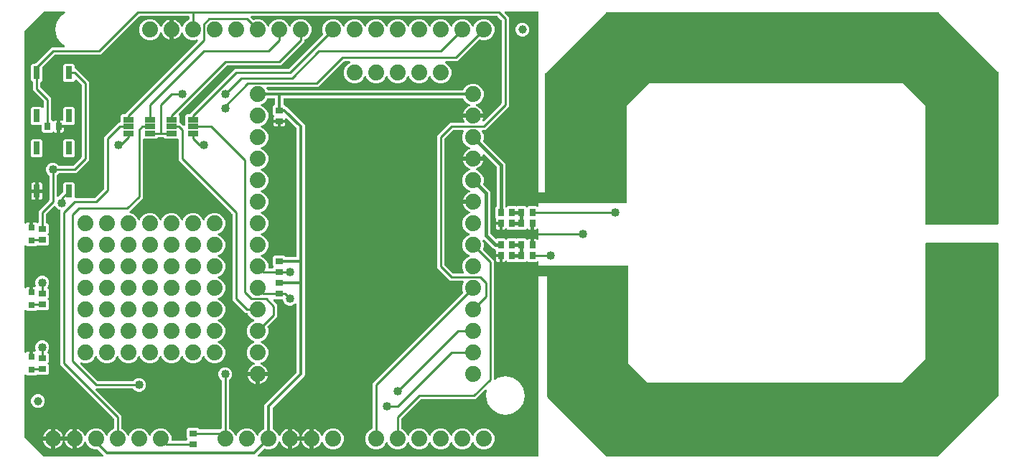
<source format=gbr>
G04 EAGLE Gerber RS-274X export*
G75*
%MOMM*%
%FSLAX34Y34*%
%LPD*%
%INTop Copper*%
%IPPOS*%
%AMOC8*
5,1,8,0,0,1.08239X$1,22.5*%
G01*
%ADD10C,1.879600*%
%ADD11R,0.900000X0.700000*%
%ADD12R,0.800000X0.800000*%
%ADD13R,0.762000X1.524000*%
%ADD14R,0.700000X0.900000*%
%ADD15C,1.000000*%
%ADD16R,1.270000X0.635000*%
%ADD17C,0.355600*%
%ADD18C,0.254000*%
%ADD19C,1.016000*%
%ADD20C,0.381000*%
%ADD21C,1.270000*%
%ADD22C,0.812800*%

G36*
X609718Y4080D02*
X609718Y4080D01*
X609837Y4087D01*
X609875Y4100D01*
X609916Y4105D01*
X610026Y4148D01*
X610139Y4185D01*
X610174Y4207D01*
X610211Y4222D01*
X610307Y4291D01*
X610408Y4355D01*
X610436Y4385D01*
X610469Y4408D01*
X610545Y4500D01*
X610626Y4587D01*
X610646Y4622D01*
X610671Y4653D01*
X610722Y4761D01*
X610780Y4865D01*
X610790Y4905D01*
X610807Y4941D01*
X610829Y5058D01*
X610859Y5173D01*
X610863Y5233D01*
X610867Y5253D01*
X610865Y5274D01*
X610869Y5334D01*
X610869Y233393D01*
X610852Y233531D01*
X610839Y233670D01*
X610832Y233689D01*
X610829Y233709D01*
X610778Y233838D01*
X610731Y233969D01*
X610720Y233986D01*
X610712Y234005D01*
X610631Y234117D01*
X610553Y234232D01*
X610537Y234246D01*
X610526Y234262D01*
X610418Y234351D01*
X610314Y234443D01*
X610296Y234452D01*
X610281Y234465D01*
X610155Y234524D01*
X610031Y234587D01*
X610011Y234592D01*
X609993Y234600D01*
X609857Y234626D01*
X609721Y234657D01*
X609700Y234656D01*
X609681Y234660D01*
X609542Y234652D01*
X609403Y234647D01*
X609383Y234642D01*
X609363Y234640D01*
X609231Y234598D01*
X609097Y234559D01*
X609080Y234549D01*
X609061Y234542D01*
X608943Y234468D01*
X608823Y234397D01*
X608802Y234379D01*
X608792Y234372D01*
X608778Y234357D01*
X608703Y234291D01*
X608163Y233751D01*
X598637Y233751D01*
X597798Y234591D01*
X597704Y234664D01*
X597614Y234743D01*
X597578Y234761D01*
X597546Y234786D01*
X597437Y234833D01*
X597331Y234887D01*
X597292Y234896D01*
X597254Y234912D01*
X597137Y234931D01*
X597021Y234957D01*
X596980Y234956D01*
X596940Y234962D01*
X596822Y234951D01*
X596703Y234947D01*
X596664Y234936D01*
X596624Y234932D01*
X596511Y234892D01*
X596397Y234859D01*
X596363Y234838D01*
X596324Y234825D01*
X596226Y234758D01*
X596123Y234697D01*
X596078Y234657D01*
X596061Y234646D01*
X596048Y234631D01*
X596003Y234591D01*
X595163Y233751D01*
X585613Y233751D01*
X585549Y233808D01*
X585513Y233826D01*
X585481Y233851D01*
X585372Y233898D01*
X585266Y233952D01*
X585227Y233961D01*
X585189Y233977D01*
X585072Y233996D01*
X584956Y234022D01*
X584915Y234021D01*
X584875Y234027D01*
X584757Y234016D01*
X584638Y234012D01*
X584599Y234001D01*
X584559Y233997D01*
X584447Y233957D01*
X584332Y233924D01*
X584298Y233903D01*
X584259Y233890D01*
X584161Y233823D01*
X584058Y233762D01*
X584046Y233751D01*
X574507Y233751D01*
X573308Y234950D01*
X573214Y235023D01*
X573125Y235102D01*
X573089Y235120D01*
X573057Y235145D01*
X572948Y235192D01*
X572842Y235247D01*
X572802Y235255D01*
X572765Y235271D01*
X572647Y235290D01*
X572531Y235316D01*
X572491Y235315D01*
X572451Y235321D01*
X572332Y235310D01*
X572214Y235307D01*
X572175Y235295D01*
X572134Y235291D01*
X572022Y235251D01*
X571908Y235218D01*
X571873Y235198D01*
X571835Y235184D01*
X571737Y235117D01*
X571634Y235057D01*
X571589Y235017D01*
X571572Y235005D01*
X571559Y234990D01*
X571513Y234950D01*
X571330Y234767D01*
X570751Y234432D01*
X570104Y234259D01*
X568019Y234259D01*
X568019Y240820D01*
X568004Y240938D01*
X567997Y241057D01*
X567984Y241095D01*
X567979Y241135D01*
X567936Y241246D01*
X567899Y241359D01*
X567877Y241393D01*
X567862Y241431D01*
X567793Y241527D01*
X567729Y241628D01*
X567699Y241656D01*
X567676Y241688D01*
X567584Y241764D01*
X567497Y241846D01*
X567462Y241865D01*
X567431Y241891D01*
X567323Y241942D01*
X567219Y241999D01*
X567179Y242009D01*
X567143Y242027D01*
X567026Y242049D01*
X567024Y242055D01*
X567019Y242096D01*
X566975Y242206D01*
X566939Y242319D01*
X566917Y242354D01*
X566902Y242391D01*
X566832Y242487D01*
X566769Y242588D01*
X566739Y242616D01*
X566715Y242649D01*
X566624Y242725D01*
X566537Y242806D01*
X566502Y242826D01*
X566470Y242851D01*
X566363Y242902D01*
X566258Y242960D01*
X566219Y242970D01*
X566183Y242987D01*
X566066Y243009D01*
X565950Y243039D01*
X565890Y243043D01*
X565870Y243047D01*
X565850Y243045D01*
X565790Y243049D01*
X560229Y243049D01*
X560229Y246134D01*
X560377Y246684D01*
X560391Y246789D01*
X560414Y246892D01*
X560412Y246946D01*
X560420Y246999D01*
X560408Y247104D01*
X560404Y247210D01*
X560389Y247262D01*
X560383Y247315D01*
X560345Y247414D01*
X560316Y247516D01*
X560289Y247562D01*
X560269Y247612D01*
X560208Y247698D01*
X560154Y247790D01*
X560098Y247854D01*
X560085Y247872D01*
X560073Y247882D01*
X560048Y247910D01*
X559668Y248290D01*
X559666Y248307D01*
X559612Y248425D01*
X559564Y248546D01*
X559547Y248570D01*
X559535Y248597D01*
X559454Y248698D01*
X559378Y248803D01*
X559355Y248822D01*
X559336Y248845D01*
X559233Y248923D01*
X559133Y249006D01*
X559106Y249018D01*
X559082Y249036D01*
X558938Y249107D01*
X557264Y249800D01*
X547006Y260059D01*
X546951Y260101D01*
X546902Y260151D01*
X546826Y260198D01*
X546754Y260254D01*
X546690Y260281D01*
X546631Y260318D01*
X546545Y260344D01*
X546463Y260380D01*
X546394Y260391D01*
X546327Y260411D01*
X546237Y260416D01*
X546149Y260430D01*
X546079Y260423D01*
X546009Y260426D01*
X545922Y260408D01*
X545832Y260400D01*
X545766Y260376D01*
X545698Y260362D01*
X545617Y260323D01*
X545533Y260292D01*
X545475Y260253D01*
X545412Y260222D01*
X545344Y260164D01*
X545270Y260114D01*
X545223Y260061D01*
X545170Y260016D01*
X545118Y259943D01*
X545059Y259875D01*
X545027Y259813D01*
X544987Y259756D01*
X544955Y259672D01*
X544914Y259592D01*
X544899Y259524D01*
X544874Y259459D01*
X544864Y259369D01*
X544845Y259282D01*
X544847Y259212D01*
X544839Y259143D01*
X544852Y259054D01*
X544854Y258964D01*
X544874Y258897D01*
X544884Y258828D01*
X544936Y258675D01*
X545847Y256476D01*
X545847Y251524D01*
X545040Y249576D01*
X545032Y249548D01*
X545019Y249521D01*
X544990Y249394D01*
X544956Y249269D01*
X544955Y249240D01*
X544949Y249211D01*
X544953Y249081D01*
X544951Y248951D01*
X544958Y248923D01*
X544959Y248893D01*
X544995Y248768D01*
X545025Y248642D01*
X545039Y248616D01*
X545047Y248588D01*
X545113Y248476D01*
X545174Y248361D01*
X545193Y248339D01*
X545208Y248314D01*
X545315Y248193D01*
X558063Y235445D01*
X558074Y235436D01*
X558049Y235337D01*
X558048Y235319D01*
X558046Y235311D01*
X558046Y235293D01*
X558039Y235176D01*
X558039Y96367D01*
X558041Y96352D01*
X558039Y96338D01*
X558060Y96195D01*
X558079Y96051D01*
X558084Y96038D01*
X558086Y96023D01*
X558143Y95890D01*
X558196Y95756D01*
X558204Y95744D01*
X558210Y95730D01*
X558298Y95615D01*
X558382Y95498D01*
X558394Y95489D01*
X558403Y95477D01*
X558516Y95388D01*
X558627Y95296D01*
X558641Y95289D01*
X558652Y95280D01*
X558785Y95222D01*
X558915Y95160D01*
X558930Y95157D01*
X558943Y95151D01*
X559086Y95127D01*
X559227Y95100D01*
X559242Y95101D01*
X559257Y95099D01*
X559401Y95111D01*
X559545Y95120D01*
X559559Y95125D01*
X559574Y95126D01*
X559710Y95174D01*
X559847Y95218D01*
X559860Y95226D01*
X559874Y95231D01*
X560013Y95312D01*
X562810Y97180D01*
X571500Y98909D01*
X580190Y97180D01*
X587558Y92258D01*
X592480Y84890D01*
X594209Y76200D01*
X592480Y67510D01*
X587558Y60142D01*
X580190Y55220D01*
X571500Y53491D01*
X562810Y55220D01*
X555442Y60142D01*
X550520Y67510D01*
X548791Y76200D01*
X549965Y82100D01*
X549972Y82204D01*
X549988Y82307D01*
X549983Y82362D01*
X549987Y82417D01*
X549968Y82519D01*
X549959Y82624D01*
X549940Y82675D01*
X549930Y82730D01*
X549886Y82824D01*
X549851Y82923D01*
X549820Y82968D01*
X549797Y83018D01*
X549731Y83099D01*
X549672Y83186D01*
X549631Y83222D01*
X549596Y83265D01*
X549512Y83327D01*
X549434Y83396D01*
X549385Y83421D01*
X549341Y83454D01*
X549244Y83494D01*
X549151Y83541D01*
X549097Y83553D01*
X549046Y83574D01*
X548942Y83588D01*
X548840Y83611D01*
X548785Y83609D01*
X548731Y83616D01*
X548627Y83604D01*
X548523Y83601D01*
X548469Y83586D01*
X548415Y83579D01*
X548317Y83542D01*
X548217Y83513D01*
X548170Y83485D01*
X548118Y83465D01*
X548033Y83404D01*
X547943Y83351D01*
X547877Y83293D01*
X547859Y83280D01*
X547850Y83269D01*
X547822Y83245D01*
X536459Y71881D01*
X472215Y71881D01*
X472116Y71869D01*
X472017Y71866D01*
X471959Y71849D01*
X471899Y71841D01*
X471807Y71805D01*
X471712Y71777D01*
X471660Y71747D01*
X471603Y71724D01*
X471523Y71666D01*
X471438Y71616D01*
X471363Y71550D01*
X471346Y71538D01*
X471338Y71528D01*
X471317Y71510D01*
X449190Y49383D01*
X449130Y49305D01*
X449062Y49232D01*
X449041Y49195D01*
X449020Y49169D01*
X449012Y49153D01*
X448996Y49132D01*
X448956Y49041D01*
X448908Y48954D01*
X448896Y48907D01*
X448884Y48881D01*
X448882Y48869D01*
X448869Y48840D01*
X448854Y48742D01*
X448829Y48646D01*
X448823Y48546D01*
X448819Y48526D01*
X448821Y48513D01*
X448819Y48485D01*
X448819Y37931D01*
X448822Y37902D01*
X448820Y37873D01*
X448842Y37745D01*
X448859Y37616D01*
X448869Y37589D01*
X448874Y37559D01*
X448928Y37441D01*
X448976Y37320D01*
X448993Y37296D01*
X449005Y37269D01*
X449086Y37168D01*
X449162Y37063D01*
X449185Y37044D01*
X449204Y37021D01*
X449307Y36943D01*
X449407Y36860D01*
X449434Y36847D01*
X449458Y36830D01*
X449602Y36759D01*
X451550Y35952D01*
X455052Y32451D01*
X456027Y30095D01*
X456096Y29974D01*
X456161Y29852D01*
X456175Y29837D01*
X456185Y29819D01*
X456282Y29719D01*
X456375Y29616D01*
X456392Y29605D01*
X456406Y29591D01*
X456524Y29518D01*
X456641Y29442D01*
X456660Y29435D01*
X456677Y29424D01*
X456810Y29384D01*
X456942Y29338D01*
X456962Y29337D01*
X456981Y29331D01*
X457120Y29324D01*
X457259Y29313D01*
X457279Y29317D01*
X457299Y29316D01*
X457435Y29344D01*
X457572Y29368D01*
X457591Y29376D01*
X457610Y29380D01*
X457735Y29441D01*
X457862Y29498D01*
X457878Y29511D01*
X457896Y29520D01*
X458002Y29610D01*
X458110Y29697D01*
X458123Y29713D01*
X458138Y29726D01*
X458218Y29840D01*
X458302Y29951D01*
X458314Y29976D01*
X458321Y29986D01*
X458328Y30005D01*
X458373Y30095D01*
X459348Y32450D01*
X462850Y35952D01*
X467424Y37847D01*
X472376Y37847D01*
X476950Y35952D01*
X480452Y32450D01*
X481427Y30095D01*
X481496Y29975D01*
X481561Y29852D01*
X481575Y29837D01*
X481585Y29819D01*
X481682Y29719D01*
X481775Y29616D01*
X481792Y29605D01*
X481806Y29591D01*
X481924Y29518D01*
X482041Y29442D01*
X482060Y29435D01*
X482077Y29424D01*
X482210Y29384D01*
X482342Y29338D01*
X482362Y29337D01*
X482381Y29331D01*
X482520Y29324D01*
X482659Y29313D01*
X482679Y29317D01*
X482699Y29316D01*
X482835Y29344D01*
X482972Y29368D01*
X482991Y29376D01*
X483010Y29380D01*
X483135Y29441D01*
X483262Y29498D01*
X483278Y29511D01*
X483296Y29520D01*
X483402Y29610D01*
X483510Y29697D01*
X483523Y29713D01*
X483538Y29726D01*
X483618Y29840D01*
X483702Y29951D01*
X483714Y29976D01*
X483721Y29986D01*
X483728Y30005D01*
X483773Y30095D01*
X484748Y32450D01*
X488250Y35952D01*
X492824Y37847D01*
X497776Y37847D01*
X502350Y35952D01*
X505852Y32450D01*
X506827Y30095D01*
X506896Y29975D01*
X506961Y29852D01*
X506975Y29837D01*
X506985Y29819D01*
X507082Y29719D01*
X507175Y29616D01*
X507192Y29605D01*
X507206Y29591D01*
X507324Y29518D01*
X507441Y29442D01*
X507460Y29435D01*
X507477Y29424D01*
X507610Y29384D01*
X507742Y29338D01*
X507762Y29337D01*
X507781Y29331D01*
X507920Y29324D01*
X508059Y29313D01*
X508079Y29317D01*
X508099Y29316D01*
X508235Y29344D01*
X508372Y29368D01*
X508391Y29376D01*
X508410Y29380D01*
X508535Y29441D01*
X508662Y29498D01*
X508678Y29511D01*
X508696Y29520D01*
X508802Y29610D01*
X508910Y29697D01*
X508923Y29713D01*
X508938Y29726D01*
X509018Y29840D01*
X509102Y29951D01*
X509114Y29976D01*
X509121Y29986D01*
X509128Y30005D01*
X509173Y30095D01*
X510148Y32450D01*
X513650Y35952D01*
X518224Y37847D01*
X523176Y37847D01*
X527750Y35952D01*
X531252Y32450D01*
X532227Y30095D01*
X532296Y29975D01*
X532361Y29852D01*
X532375Y29837D01*
X532385Y29819D01*
X532482Y29719D01*
X532575Y29616D01*
X532592Y29605D01*
X532606Y29591D01*
X532724Y29518D01*
X532841Y29442D01*
X532860Y29435D01*
X532877Y29424D01*
X533010Y29384D01*
X533142Y29338D01*
X533162Y29337D01*
X533181Y29331D01*
X533320Y29324D01*
X533459Y29313D01*
X533479Y29317D01*
X533499Y29316D01*
X533635Y29344D01*
X533772Y29368D01*
X533791Y29376D01*
X533810Y29380D01*
X533935Y29441D01*
X534062Y29498D01*
X534078Y29511D01*
X534096Y29520D01*
X534202Y29610D01*
X534310Y29697D01*
X534323Y29713D01*
X534338Y29726D01*
X534418Y29840D01*
X534502Y29951D01*
X534514Y29976D01*
X534521Y29986D01*
X534528Y30005D01*
X534573Y30095D01*
X535548Y32450D01*
X539050Y35952D01*
X543624Y37847D01*
X548576Y37847D01*
X553150Y35952D01*
X556652Y32450D01*
X558547Y27876D01*
X558547Y22924D01*
X556652Y18350D01*
X553150Y14848D01*
X548576Y12953D01*
X543624Y12953D01*
X539050Y14848D01*
X535548Y18350D01*
X534573Y20705D01*
X534504Y20825D01*
X534439Y20948D01*
X534425Y20963D01*
X534415Y20981D01*
X534318Y21081D01*
X534225Y21184D01*
X534208Y21195D01*
X534194Y21209D01*
X534075Y21282D01*
X533959Y21358D01*
X533940Y21365D01*
X533923Y21376D01*
X533790Y21416D01*
X533658Y21462D01*
X533638Y21463D01*
X533619Y21469D01*
X533480Y21476D01*
X533341Y21487D01*
X533321Y21483D01*
X533301Y21484D01*
X533165Y21456D01*
X533028Y21432D01*
X533009Y21424D01*
X532990Y21420D01*
X532864Y21359D01*
X532738Y21302D01*
X532722Y21289D01*
X532704Y21280D01*
X532598Y21190D01*
X532490Y21103D01*
X532477Y21087D01*
X532462Y21074D01*
X532382Y20960D01*
X532298Y20849D01*
X532286Y20824D01*
X532279Y20814D01*
X532272Y20795D01*
X532227Y20705D01*
X531252Y18350D01*
X527750Y14848D01*
X523176Y12953D01*
X518224Y12953D01*
X513650Y14848D01*
X510148Y18350D01*
X509173Y20705D01*
X509104Y20825D01*
X509039Y20948D01*
X509025Y20963D01*
X509015Y20981D01*
X508918Y21081D01*
X508825Y21184D01*
X508808Y21195D01*
X508794Y21209D01*
X508675Y21282D01*
X508559Y21358D01*
X508540Y21365D01*
X508523Y21376D01*
X508390Y21416D01*
X508258Y21462D01*
X508238Y21463D01*
X508219Y21469D01*
X508080Y21476D01*
X507941Y21487D01*
X507921Y21483D01*
X507901Y21484D01*
X507765Y21456D01*
X507628Y21432D01*
X507609Y21424D01*
X507590Y21420D01*
X507464Y21359D01*
X507338Y21302D01*
X507322Y21289D01*
X507304Y21280D01*
X507198Y21190D01*
X507090Y21103D01*
X507077Y21087D01*
X507062Y21074D01*
X506982Y20960D01*
X506898Y20849D01*
X506886Y20824D01*
X506879Y20814D01*
X506872Y20795D01*
X506827Y20705D01*
X505852Y18350D01*
X502350Y14848D01*
X497776Y12953D01*
X492824Y12953D01*
X488250Y14848D01*
X484748Y18350D01*
X483773Y20705D01*
X483704Y20825D01*
X483639Y20948D01*
X483625Y20963D01*
X483615Y20981D01*
X483518Y21081D01*
X483425Y21184D01*
X483408Y21195D01*
X483394Y21209D01*
X483275Y21282D01*
X483159Y21358D01*
X483140Y21365D01*
X483123Y21376D01*
X482990Y21416D01*
X482858Y21462D01*
X482838Y21463D01*
X482819Y21469D01*
X482680Y21476D01*
X482541Y21487D01*
X482521Y21483D01*
X482501Y21484D01*
X482365Y21456D01*
X482228Y21432D01*
X482209Y21424D01*
X482190Y21420D01*
X482064Y21359D01*
X481938Y21302D01*
X481922Y21289D01*
X481904Y21280D01*
X481798Y21190D01*
X481690Y21103D01*
X481677Y21087D01*
X481662Y21074D01*
X481582Y20960D01*
X481498Y20849D01*
X481486Y20824D01*
X481479Y20814D01*
X481472Y20795D01*
X481427Y20705D01*
X480452Y18350D01*
X476950Y14848D01*
X472376Y12953D01*
X467424Y12953D01*
X462850Y14848D01*
X459348Y18350D01*
X458373Y20705D01*
X458304Y20825D01*
X458239Y20948D01*
X458225Y20963D01*
X458215Y20981D01*
X458118Y21081D01*
X458025Y21184D01*
X458008Y21195D01*
X457994Y21209D01*
X457875Y21282D01*
X457759Y21358D01*
X457740Y21365D01*
X457723Y21376D01*
X457590Y21417D01*
X457458Y21462D01*
X457438Y21463D01*
X457419Y21469D01*
X457280Y21476D01*
X457141Y21487D01*
X457121Y21483D01*
X457101Y21484D01*
X456965Y21456D01*
X456828Y21432D01*
X456809Y21424D01*
X456790Y21420D01*
X456664Y21359D01*
X456538Y21302D01*
X456522Y21289D01*
X456504Y21280D01*
X456398Y21190D01*
X456290Y21103D01*
X456277Y21087D01*
X456262Y21074D01*
X456182Y20960D01*
X456098Y20849D01*
X456086Y20824D01*
X456079Y20814D01*
X456072Y20795D01*
X456027Y20705D01*
X455052Y18349D01*
X451550Y14848D01*
X446976Y12953D01*
X442024Y12953D01*
X437450Y14848D01*
X433948Y18350D01*
X432973Y20705D01*
X432904Y20825D01*
X432839Y20948D01*
X432825Y20963D01*
X432815Y20981D01*
X432718Y21081D01*
X432625Y21184D01*
X432608Y21195D01*
X432594Y21209D01*
X432475Y21282D01*
X432359Y21358D01*
X432340Y21365D01*
X432323Y21376D01*
X432190Y21417D01*
X432058Y21462D01*
X432038Y21463D01*
X432019Y21469D01*
X431880Y21476D01*
X431741Y21487D01*
X431721Y21483D01*
X431701Y21484D01*
X431565Y21456D01*
X431428Y21432D01*
X431409Y21424D01*
X431390Y21420D01*
X431264Y21359D01*
X431138Y21302D01*
X431122Y21289D01*
X431104Y21280D01*
X430998Y21190D01*
X430890Y21103D01*
X430877Y21087D01*
X430862Y21074D01*
X430782Y20960D01*
X430698Y20849D01*
X430686Y20824D01*
X430679Y20814D01*
X430672Y20795D01*
X430627Y20705D01*
X429652Y18349D01*
X426150Y14848D01*
X421576Y12953D01*
X416624Y12953D01*
X412050Y14848D01*
X408548Y18350D01*
X406653Y22924D01*
X406653Y27876D01*
X408548Y32450D01*
X412050Y35952D01*
X413998Y36759D01*
X414023Y36773D01*
X414051Y36783D01*
X414161Y36852D01*
X414274Y36916D01*
X414295Y36937D01*
X414320Y36953D01*
X414409Y37047D01*
X414502Y37138D01*
X414518Y37163D01*
X414538Y37184D01*
X414601Y37298D01*
X414669Y37409D01*
X414677Y37437D01*
X414692Y37463D01*
X414724Y37589D01*
X414762Y37713D01*
X414764Y37742D01*
X414771Y37771D01*
X414781Y37931D01*
X414781Y90689D01*
X521485Y197393D01*
X521503Y197416D01*
X521526Y197435D01*
X521601Y197541D01*
X521680Y197644D01*
X521692Y197671D01*
X521709Y197695D01*
X521755Y197817D01*
X521806Y197936D01*
X521811Y197965D01*
X521821Y197993D01*
X521836Y198122D01*
X521856Y198250D01*
X521853Y198279D01*
X521857Y198309D01*
X521839Y198437D01*
X521826Y198567D01*
X521816Y198594D01*
X521812Y198624D01*
X521760Y198776D01*
X520953Y200724D01*
X520953Y205676D01*
X522672Y209826D01*
X522686Y209874D01*
X522707Y209919D01*
X522727Y210027D01*
X522756Y210133D01*
X522757Y210183D01*
X522767Y210232D01*
X522760Y210341D01*
X522761Y210451D01*
X522750Y210499D01*
X522747Y210549D01*
X522713Y210653D01*
X522687Y210760D01*
X522664Y210804D01*
X522649Y210851D01*
X522590Y210944D01*
X522539Y211041D01*
X522505Y211078D01*
X522479Y211120D01*
X522398Y211195D01*
X522325Y211277D01*
X522283Y211304D01*
X522247Y211338D01*
X522151Y211391D01*
X522059Y211451D01*
X522012Y211468D01*
X521968Y211492D01*
X521862Y211519D01*
X521758Y211555D01*
X521709Y211559D01*
X521661Y211571D01*
X521500Y211581D01*
X506211Y211581D01*
X490981Y226811D01*
X490981Y382789D01*
X506211Y398019D01*
X522241Y398019D01*
X522281Y398024D01*
X522321Y398021D01*
X522438Y398044D01*
X522557Y398059D01*
X522594Y398073D01*
X522633Y398081D01*
X522741Y398132D01*
X522852Y398176D01*
X522885Y398199D01*
X522921Y398216D01*
X523013Y398292D01*
X523110Y398362D01*
X523135Y398393D01*
X523166Y398419D01*
X523236Y398515D01*
X523313Y398607D01*
X523330Y398644D01*
X523353Y398676D01*
X523397Y398787D01*
X523448Y398895D01*
X523456Y398934D01*
X523470Y398971D01*
X523485Y399090D01*
X523508Y399207D01*
X523505Y399247D01*
X523510Y399287D01*
X523496Y399406D01*
X523488Y399525D01*
X523476Y399563D01*
X523471Y399602D01*
X523427Y399714D01*
X523390Y399827D01*
X523369Y399861D01*
X523354Y399898D01*
X523268Y400034D01*
X523189Y400143D01*
X522336Y401817D01*
X521755Y403604D01*
X521715Y403861D01*
X532130Y403861D01*
X532248Y403876D01*
X532367Y403883D01*
X532405Y403896D01*
X532445Y403901D01*
X532556Y403944D01*
X532669Y403981D01*
X532703Y404003D01*
X532741Y404018D01*
X532837Y404088D01*
X532938Y404151D01*
X532966Y404181D01*
X532998Y404204D01*
X533074Y404296D01*
X533156Y404383D01*
X533175Y404418D01*
X533201Y404449D01*
X533252Y404557D01*
X533309Y404661D01*
X533320Y404701D01*
X533337Y404737D01*
X533359Y404854D01*
X533389Y404969D01*
X533393Y405030D01*
X533397Y405050D01*
X533396Y405063D01*
X533397Y405067D01*
X533396Y405079D01*
X533399Y405130D01*
X533399Y407670D01*
X533384Y407788D01*
X533377Y407907D01*
X533364Y407945D01*
X533359Y407985D01*
X533315Y408096D01*
X533279Y408209D01*
X533257Y408244D01*
X533242Y408281D01*
X533172Y408377D01*
X533109Y408478D01*
X533079Y408506D01*
X533055Y408539D01*
X532964Y408614D01*
X532877Y408696D01*
X532842Y408716D01*
X532810Y408741D01*
X532703Y408792D01*
X532598Y408850D01*
X532559Y408860D01*
X532523Y408877D01*
X532406Y408899D01*
X532291Y408929D01*
X532230Y408933D01*
X532210Y408937D01*
X532190Y408935D01*
X532130Y408939D01*
X521715Y408939D01*
X521755Y409196D01*
X522336Y410983D01*
X523189Y412657D01*
X524294Y414178D01*
X525622Y415506D01*
X527143Y416611D01*
X528817Y417464D01*
X529282Y417615D01*
X529309Y417628D01*
X529338Y417635D01*
X529452Y417695D01*
X529570Y417750D01*
X529593Y417769D01*
X529619Y417783D01*
X529715Y417870D01*
X529815Y417953D01*
X529832Y417977D01*
X529854Y417997D01*
X529926Y418106D01*
X530002Y418210D01*
X530013Y418238D01*
X530029Y418263D01*
X530071Y418386D01*
X530119Y418506D01*
X530123Y418536D01*
X530132Y418564D01*
X530143Y418693D01*
X530159Y418821D01*
X530155Y418851D01*
X530158Y418881D01*
X530135Y419009D01*
X530119Y419137D01*
X530108Y419165D01*
X530103Y419194D01*
X530050Y419312D01*
X530002Y419433D01*
X529985Y419457D01*
X529973Y419484D01*
X529892Y419585D01*
X529816Y419690D01*
X529793Y419709D01*
X529774Y419733D01*
X529670Y419811D01*
X529571Y419893D01*
X529544Y419906D01*
X529520Y419924D01*
X529375Y419995D01*
X526350Y421248D01*
X522848Y424750D01*
X522252Y426190D01*
X522237Y426215D01*
X522228Y426243D01*
X522158Y426353D01*
X522094Y426466D01*
X522074Y426487D01*
X522058Y426512D01*
X521963Y426601D01*
X521873Y426694D01*
X521848Y426710D01*
X521826Y426730D01*
X521712Y426793D01*
X521602Y426861D01*
X521573Y426869D01*
X521548Y426884D01*
X521422Y426916D01*
X521298Y426954D01*
X521268Y426956D01*
X521240Y426963D01*
X521079Y426973D01*
X310896Y426973D01*
X310778Y426958D01*
X310659Y426951D01*
X310621Y426938D01*
X310580Y426933D01*
X310470Y426890D01*
X310357Y426853D01*
X310322Y426831D01*
X310285Y426816D01*
X310189Y426747D01*
X310088Y426683D01*
X310060Y426653D01*
X310027Y426630D01*
X309951Y426538D01*
X309870Y426451D01*
X309850Y426416D01*
X309825Y426385D01*
X309774Y426277D01*
X309716Y426173D01*
X309706Y426133D01*
X309689Y426097D01*
X309667Y425980D01*
X309637Y425865D01*
X309633Y425805D01*
X309629Y425785D01*
X309631Y425764D01*
X309627Y425704D01*
X309627Y420718D01*
X309642Y420600D01*
X309649Y420481D01*
X309662Y420443D01*
X309667Y420402D01*
X309710Y420292D01*
X309747Y420179D01*
X309769Y420144D01*
X309784Y420107D01*
X309853Y420011D01*
X309917Y419910D01*
X309947Y419882D01*
X309970Y419849D01*
X310062Y419773D01*
X310149Y419692D01*
X310184Y419672D01*
X310215Y419647D01*
X310323Y419596D01*
X310427Y419538D01*
X310467Y419528D01*
X310498Y419513D01*
X312336Y417676D01*
X312343Y417670D01*
X312349Y417663D01*
X312469Y417573D01*
X312587Y417481D01*
X312596Y417477D01*
X312603Y417471D01*
X312748Y417401D01*
X313734Y416992D01*
X334292Y396434D01*
X335027Y394660D01*
X335027Y100640D01*
X334292Y98866D01*
X297298Y61872D01*
X297238Y61794D01*
X297170Y61722D01*
X297141Y61669D01*
X297104Y61621D01*
X297064Y61530D01*
X297016Y61444D01*
X297001Y61385D01*
X296977Y61329D01*
X296962Y61231D01*
X296937Y61136D01*
X296931Y61036D01*
X296927Y61015D01*
X296929Y61003D01*
X296927Y60975D01*
X296927Y37721D01*
X296930Y37692D01*
X296928Y37662D01*
X296950Y37534D01*
X296967Y37406D01*
X296977Y37378D01*
X296982Y37349D01*
X297036Y37230D01*
X297084Y37110D01*
X297101Y37086D01*
X297113Y37059D01*
X297194Y36958D01*
X297270Y36852D01*
X297293Y36834D01*
X297312Y36811D01*
X297415Y36733D01*
X297515Y36650D01*
X297542Y36637D01*
X297566Y36619D01*
X297710Y36548D01*
X299150Y35952D01*
X302652Y32450D01*
X303905Y29425D01*
X303920Y29399D01*
X303929Y29370D01*
X303999Y29261D01*
X304063Y29148D01*
X304084Y29127D01*
X304100Y29102D01*
X304194Y29013D01*
X304284Y28920D01*
X304310Y28904D01*
X304331Y28884D01*
X304445Y28821D01*
X304555Y28754D01*
X304584Y28745D01*
X304610Y28731D01*
X304735Y28698D01*
X304859Y28660D01*
X304889Y28659D01*
X304918Y28651D01*
X305048Y28651D01*
X305177Y28645D01*
X305206Y28651D01*
X305236Y28651D01*
X305361Y28683D01*
X305488Y28709D01*
X305515Y28722D01*
X305544Y28730D01*
X305657Y28792D01*
X305774Y28849D01*
X305797Y28868D01*
X305823Y28883D01*
X305917Y28971D01*
X306016Y29055D01*
X306033Y29080D01*
X306055Y29100D01*
X306124Y29209D01*
X306199Y29315D01*
X306210Y29343D01*
X306226Y29369D01*
X306285Y29518D01*
X306436Y29983D01*
X307289Y31657D01*
X308394Y33178D01*
X309722Y34506D01*
X311243Y35611D01*
X312917Y36464D01*
X314704Y37045D01*
X314961Y37085D01*
X314961Y26670D01*
X314976Y26552D01*
X314983Y26433D01*
X314996Y26395D01*
X315001Y26355D01*
X315044Y26244D01*
X315081Y26131D01*
X315103Y26097D01*
X315118Y26059D01*
X315188Y25963D01*
X315251Y25862D01*
X315281Y25834D01*
X315304Y25802D01*
X315396Y25726D01*
X315483Y25644D01*
X315518Y25625D01*
X315549Y25599D01*
X315657Y25548D01*
X315761Y25491D01*
X315801Y25480D01*
X315837Y25463D01*
X315954Y25441D01*
X316069Y25411D01*
X316130Y25407D01*
X316150Y25403D01*
X316170Y25405D01*
X316230Y25401D01*
X317501Y25401D01*
X317501Y25399D01*
X316230Y25399D01*
X316112Y25384D01*
X315993Y25377D01*
X315955Y25364D01*
X315914Y25359D01*
X315804Y25315D01*
X315691Y25279D01*
X315656Y25257D01*
X315619Y25242D01*
X315523Y25172D01*
X315422Y25109D01*
X315394Y25079D01*
X315361Y25055D01*
X315286Y24964D01*
X315204Y24877D01*
X315184Y24842D01*
X315159Y24810D01*
X315108Y24703D01*
X315050Y24598D01*
X315040Y24559D01*
X315023Y24523D01*
X315001Y24406D01*
X314971Y24291D01*
X314967Y24230D01*
X314963Y24210D01*
X314965Y24190D01*
X314961Y24130D01*
X314961Y13715D01*
X314704Y13755D01*
X312917Y14336D01*
X311243Y15189D01*
X309722Y16294D01*
X308394Y17622D01*
X307289Y19143D01*
X306436Y20817D01*
X306285Y21282D01*
X306272Y21309D01*
X306265Y21338D01*
X306205Y21453D01*
X306150Y21570D01*
X306131Y21593D01*
X306117Y21619D01*
X306029Y21715D01*
X305947Y21815D01*
X305923Y21832D01*
X305903Y21854D01*
X305794Y21926D01*
X305690Y22002D01*
X305662Y22013D01*
X305637Y22029D01*
X305514Y22071D01*
X305394Y22119D01*
X305364Y22123D01*
X305336Y22132D01*
X305207Y22143D01*
X305079Y22159D01*
X305049Y22155D01*
X305019Y22158D01*
X304891Y22135D01*
X304763Y22119D01*
X304735Y22108D01*
X304706Y22103D01*
X304588Y22050D01*
X304467Y22002D01*
X304443Y21985D01*
X304416Y21973D01*
X304315Y21892D01*
X304210Y21816D01*
X304191Y21793D01*
X304167Y21774D01*
X304090Y21671D01*
X304007Y21571D01*
X303994Y21544D01*
X303976Y21520D01*
X303905Y21375D01*
X302652Y18350D01*
X299150Y14848D01*
X294576Y12953D01*
X289624Y12953D01*
X288184Y13550D01*
X288156Y13558D01*
X288129Y13571D01*
X288002Y13600D01*
X287877Y13634D01*
X287848Y13634D01*
X287819Y13641D01*
X287689Y13637D01*
X287559Y13639D01*
X287530Y13632D01*
X287501Y13631D01*
X287376Y13595D01*
X287250Y13565D01*
X287224Y13551D01*
X287195Y13543D01*
X287084Y13477D01*
X286969Y13416D01*
X286947Y13396D01*
X286922Y13381D01*
X286801Y13275D01*
X279757Y6231D01*
X279672Y6122D01*
X279584Y6015D01*
X279575Y5996D01*
X279563Y5980D01*
X279507Y5852D01*
X279448Y5727D01*
X279444Y5707D01*
X279436Y5688D01*
X279414Y5550D01*
X279388Y5414D01*
X279390Y5394D01*
X279386Y5374D01*
X279399Y5235D01*
X279408Y5097D01*
X279414Y5078D01*
X279416Y5058D01*
X279463Y4926D01*
X279506Y4795D01*
X279517Y4777D01*
X279524Y4758D01*
X279602Y4643D01*
X279676Y4526D01*
X279691Y4512D01*
X279702Y4495D01*
X279806Y4403D01*
X279908Y4308D01*
X279926Y4298D01*
X279941Y4285D01*
X280065Y4221D01*
X280186Y4154D01*
X280206Y4149D01*
X280224Y4140D01*
X280360Y4110D01*
X280494Y4075D01*
X280522Y4073D01*
X280534Y4070D01*
X280555Y4071D01*
X280655Y4065D01*
X609600Y4065D01*
X609718Y4080D01*
G37*
G36*
X1081122Y4077D02*
X1081122Y4077D01*
X1081221Y4080D01*
X1081279Y4097D01*
X1081340Y4105D01*
X1081432Y4141D01*
X1081527Y4169D01*
X1081579Y4199D01*
X1081635Y4222D01*
X1081715Y4280D01*
X1081801Y4330D01*
X1081876Y4396D01*
X1081893Y4408D01*
X1081900Y4418D01*
X1081921Y4436D01*
X1152788Y75303D01*
X1152848Y75381D01*
X1152916Y75453D01*
X1152945Y75506D01*
X1152982Y75554D01*
X1153022Y75645D01*
X1153070Y75731D01*
X1153085Y75790D01*
X1153109Y75846D01*
X1153124Y75944D01*
X1153149Y76039D01*
X1153155Y76139D01*
X1153159Y76160D01*
X1153157Y76172D01*
X1153159Y76200D01*
X1153159Y255270D01*
X1153144Y255388D01*
X1153137Y255507D01*
X1153124Y255545D01*
X1153119Y255586D01*
X1153076Y255696D01*
X1153039Y255809D01*
X1153017Y255844D01*
X1153002Y255881D01*
X1152933Y255977D01*
X1152869Y256078D01*
X1152839Y256106D01*
X1152816Y256139D01*
X1152724Y256215D01*
X1152637Y256296D01*
X1152602Y256316D01*
X1152571Y256341D01*
X1152463Y256392D01*
X1152359Y256450D01*
X1152319Y256460D01*
X1152283Y256477D01*
X1152166Y256499D01*
X1152051Y256529D01*
X1151991Y256533D01*
X1151971Y256537D01*
X1151950Y256535D01*
X1151890Y256539D01*
X1068070Y256539D01*
X1067952Y256524D01*
X1067833Y256517D01*
X1067795Y256504D01*
X1067754Y256499D01*
X1067644Y256456D01*
X1067531Y256419D01*
X1067496Y256397D01*
X1067459Y256382D01*
X1067363Y256313D01*
X1067262Y256249D01*
X1067234Y256219D01*
X1067201Y256196D01*
X1067126Y256104D01*
X1067044Y256017D01*
X1067024Y255982D01*
X1066999Y255951D01*
X1066948Y255843D01*
X1066890Y255739D01*
X1066880Y255699D01*
X1066863Y255663D01*
X1066841Y255546D01*
X1066811Y255431D01*
X1066807Y255371D01*
X1066803Y255351D01*
X1066805Y255330D01*
X1066801Y255270D01*
X1066801Y119889D01*
X1039588Y91439D01*
X739666Y91439D01*
X716279Y114826D01*
X716279Y228600D01*
X716264Y228718D01*
X716257Y228837D01*
X716244Y228875D01*
X716239Y228916D01*
X716196Y229026D01*
X716159Y229139D01*
X716137Y229174D01*
X716122Y229211D01*
X716053Y229307D01*
X715989Y229408D01*
X715959Y229436D01*
X715936Y229469D01*
X715844Y229545D01*
X715757Y229626D01*
X715722Y229646D01*
X715691Y229671D01*
X715583Y229722D01*
X715479Y229780D01*
X715439Y229790D01*
X715403Y229807D01*
X715286Y229829D01*
X715171Y229859D01*
X715111Y229863D01*
X715091Y229867D01*
X715070Y229865D01*
X715010Y229869D01*
X622300Y229869D01*
X622182Y229854D01*
X622063Y229847D01*
X622025Y229834D01*
X621984Y229829D01*
X621874Y229786D01*
X621761Y229749D01*
X621726Y229727D01*
X621689Y229712D01*
X621593Y229643D01*
X621492Y229579D01*
X621464Y229549D01*
X621431Y229526D01*
X621356Y229434D01*
X621274Y229347D01*
X621254Y229312D01*
X621229Y229281D01*
X621178Y229173D01*
X621120Y229069D01*
X621110Y229029D01*
X621093Y228993D01*
X621071Y228876D01*
X621041Y228761D01*
X621037Y228701D01*
X621033Y228681D01*
X621035Y228660D01*
X621031Y228600D01*
X621031Y74930D01*
X621043Y74832D01*
X621046Y74733D01*
X621063Y74675D01*
X621071Y74614D01*
X621107Y74522D01*
X621135Y74427D01*
X621165Y74375D01*
X621188Y74319D01*
X621246Y74239D01*
X621296Y74153D01*
X621362Y74078D01*
X621374Y74061D01*
X621384Y74054D01*
X621403Y74033D01*
X690999Y4436D01*
X691077Y4376D01*
X691149Y4308D01*
X691202Y4279D01*
X691250Y4242D01*
X691341Y4202D01*
X691427Y4154D01*
X691486Y4139D01*
X691542Y4115D01*
X691640Y4100D01*
X691735Y4075D01*
X691835Y4069D01*
X691856Y4065D01*
X691868Y4067D01*
X691896Y4065D01*
X1081024Y4065D01*
X1081122Y4077D01*
G37*
G36*
X1152008Y278146D02*
X1152008Y278146D01*
X1152127Y278153D01*
X1152165Y278166D01*
X1152206Y278171D01*
X1152316Y278214D01*
X1152429Y278251D01*
X1152464Y278273D01*
X1152501Y278288D01*
X1152597Y278358D01*
X1152698Y278421D01*
X1152726Y278451D01*
X1152759Y278474D01*
X1152835Y278566D01*
X1152916Y278653D01*
X1152936Y278688D01*
X1152961Y278719D01*
X1153012Y278827D01*
X1153070Y278931D01*
X1153080Y278971D01*
X1153097Y279007D01*
X1153119Y279124D01*
X1153149Y279239D01*
X1153153Y279300D01*
X1153157Y279320D01*
X1153155Y279340D01*
X1153159Y279400D01*
X1153159Y457200D01*
X1153147Y457298D01*
X1153144Y457397D01*
X1153127Y457455D01*
X1153119Y457516D01*
X1153083Y457608D01*
X1153055Y457703D01*
X1153025Y457755D01*
X1153002Y457811D01*
X1152944Y457891D01*
X1152894Y457977D01*
X1152828Y458052D01*
X1152816Y458069D01*
X1152806Y458076D01*
X1152788Y458098D01*
X1082938Y527948D01*
X1082859Y528008D01*
X1082787Y528076D01*
X1082734Y528105D01*
X1082686Y528142D01*
X1082595Y528182D01*
X1082509Y528230D01*
X1082450Y528245D01*
X1082394Y528269D01*
X1082296Y528284D01*
X1082201Y528309D01*
X1082101Y528315D01*
X1082080Y528319D01*
X1082068Y528317D01*
X1082040Y528319D01*
X690880Y528319D01*
X690782Y528307D01*
X690683Y528304D01*
X690625Y528287D01*
X690564Y528279D01*
X690472Y528243D01*
X690377Y528215D01*
X690325Y528185D01*
X690269Y528162D01*
X690189Y528104D01*
X690103Y528054D01*
X690028Y527988D01*
X690011Y527976D01*
X690004Y527966D01*
X689983Y527948D01*
X618863Y456828D01*
X618802Y456749D01*
X618734Y456677D01*
X618705Y456624D01*
X618668Y456576D01*
X618628Y456485D01*
X618580Y456399D01*
X618565Y456340D01*
X618541Y456284D01*
X618526Y456186D01*
X618501Y456091D01*
X618495Y455991D01*
X618491Y455970D01*
X618493Y455958D01*
X618491Y455930D01*
X618491Y304800D01*
X618506Y304682D01*
X618513Y304563D01*
X618526Y304525D01*
X618531Y304484D01*
X618574Y304374D01*
X618611Y304261D01*
X618633Y304226D01*
X618648Y304189D01*
X618718Y304093D01*
X618781Y303992D01*
X618811Y303964D01*
X618834Y303931D01*
X618926Y303856D01*
X619013Y303774D01*
X619048Y303754D01*
X619079Y303729D01*
X619187Y303678D01*
X619291Y303620D01*
X619331Y303610D01*
X619367Y303593D01*
X619484Y303571D01*
X619599Y303541D01*
X619660Y303537D01*
X619680Y303533D01*
X619700Y303535D01*
X619760Y303531D01*
X713740Y303531D01*
X713858Y303546D01*
X713977Y303553D01*
X714015Y303566D01*
X714056Y303571D01*
X714166Y303614D01*
X714279Y303651D01*
X714314Y303673D01*
X714351Y303688D01*
X714447Y303758D01*
X714548Y303821D01*
X714576Y303851D01*
X714609Y303874D01*
X714685Y303966D01*
X714766Y304053D01*
X714786Y304088D01*
X714811Y304119D01*
X714862Y304227D01*
X714920Y304331D01*
X714930Y304371D01*
X714947Y304407D01*
X714969Y304524D01*
X714999Y304639D01*
X715003Y304700D01*
X715007Y304720D01*
X715005Y304740D01*
X715009Y304800D01*
X715009Y418574D01*
X740936Y444501D01*
X1040874Y444501D01*
X1066801Y418574D01*
X1066801Y279400D01*
X1066816Y279282D01*
X1066823Y279163D01*
X1066836Y279125D01*
X1066841Y279084D01*
X1066884Y278974D01*
X1066921Y278861D01*
X1066943Y278826D01*
X1066958Y278789D01*
X1067028Y278693D01*
X1067091Y278592D01*
X1067121Y278564D01*
X1067144Y278531D01*
X1067236Y278456D01*
X1067323Y278374D01*
X1067358Y278354D01*
X1067389Y278329D01*
X1067497Y278278D01*
X1067601Y278220D01*
X1067641Y278210D01*
X1067677Y278193D01*
X1067794Y278171D01*
X1067909Y278141D01*
X1067970Y278137D01*
X1067990Y278133D01*
X1068010Y278135D01*
X1068070Y278131D01*
X1151890Y278131D01*
X1152008Y278146D01*
G37*
G36*
X194780Y23231D02*
X194780Y23231D01*
X194879Y23234D01*
X194937Y23251D01*
X194997Y23259D01*
X195089Y23295D01*
X195184Y23323D01*
X195236Y23353D01*
X195293Y23376D01*
X195373Y23434D01*
X195458Y23484D01*
X195534Y23550D01*
X195550Y23562D01*
X195558Y23572D01*
X195579Y23590D01*
X196491Y24502D01*
X196564Y24597D01*
X196643Y24686D01*
X196661Y24722D01*
X196686Y24754D01*
X196733Y24863D01*
X196787Y24969D01*
X196796Y25008D01*
X196812Y25046D01*
X196831Y25163D01*
X196857Y25279D01*
X196856Y25320D01*
X196862Y25360D01*
X196851Y25478D01*
X196847Y25597D01*
X196836Y25636D01*
X196832Y25676D01*
X196792Y25789D01*
X196759Y25903D01*
X196738Y25937D01*
X196725Y25976D01*
X196658Y26074D01*
X196597Y26177D01*
X196557Y26222D01*
X196546Y26239D01*
X196531Y26252D01*
X196491Y26297D01*
X195651Y27137D01*
X195651Y36663D01*
X197437Y38449D01*
X208963Y38449D01*
X210821Y36590D01*
X210899Y36530D01*
X210971Y36462D01*
X211024Y36433D01*
X211072Y36396D01*
X211163Y36356D01*
X211250Y36308D01*
X211308Y36293D01*
X211364Y36269D01*
X211462Y36254D01*
X211558Y36229D01*
X211658Y36223D01*
X211678Y36219D01*
X211691Y36221D01*
X211719Y36219D01*
X234641Y36219D01*
X234651Y36220D01*
X234660Y36219D01*
X234808Y36240D01*
X234957Y36259D01*
X234966Y36262D01*
X234975Y36263D01*
X235127Y36315D01*
X236198Y36759D01*
X236223Y36773D01*
X236251Y36783D01*
X236361Y36852D01*
X236474Y36916D01*
X236495Y36937D01*
X236520Y36953D01*
X236609Y37047D01*
X236702Y37138D01*
X236718Y37163D01*
X236738Y37184D01*
X236801Y37298D01*
X236869Y37409D01*
X236877Y37437D01*
X236892Y37463D01*
X236924Y37589D01*
X236962Y37713D01*
X236964Y37742D01*
X236971Y37771D01*
X236981Y37931D01*
X236981Y93897D01*
X236969Y93995D01*
X236966Y94094D01*
X236949Y94153D01*
X236941Y94213D01*
X236905Y94305D01*
X236877Y94400D01*
X236847Y94452D01*
X236824Y94508D01*
X236766Y94588D01*
X236716Y94674D01*
X236650Y94749D01*
X236638Y94766D01*
X236628Y94774D01*
X236610Y94795D01*
X234409Y96995D01*
X233171Y99983D01*
X233171Y103217D01*
X234409Y106205D01*
X236695Y108491D01*
X239683Y109729D01*
X242917Y109729D01*
X245905Y108491D01*
X248191Y106205D01*
X249429Y103217D01*
X249429Y99983D01*
X248191Y96995D01*
X245990Y94795D01*
X245930Y94716D01*
X245862Y94644D01*
X245833Y94591D01*
X245796Y94543D01*
X245756Y94452D01*
X245708Y94366D01*
X245693Y94307D01*
X245669Y94252D01*
X245654Y94154D01*
X245629Y94058D01*
X245623Y93958D01*
X245619Y93937D01*
X245621Y93925D01*
X245619Y93897D01*
X245619Y37931D01*
X245622Y37902D01*
X245620Y37873D01*
X245642Y37745D01*
X245659Y37616D01*
X245669Y37589D01*
X245674Y37559D01*
X245728Y37441D01*
X245776Y37320D01*
X245793Y37296D01*
X245805Y37269D01*
X245886Y37168D01*
X245962Y37063D01*
X245985Y37044D01*
X246004Y37021D01*
X246107Y36943D01*
X246207Y36860D01*
X246234Y36847D01*
X246258Y36830D01*
X246402Y36759D01*
X248350Y35952D01*
X251852Y32450D01*
X252827Y30095D01*
X252896Y29975D01*
X252961Y29852D01*
X252975Y29837D01*
X252985Y29819D01*
X253082Y29719D01*
X253175Y29616D01*
X253192Y29605D01*
X253206Y29591D01*
X253324Y29518D01*
X253441Y29442D01*
X253460Y29435D01*
X253477Y29424D01*
X253610Y29384D01*
X253742Y29338D01*
X253762Y29337D01*
X253781Y29331D01*
X253920Y29324D01*
X254059Y29313D01*
X254079Y29317D01*
X254099Y29316D01*
X254235Y29344D01*
X254372Y29368D01*
X254391Y29376D01*
X254410Y29380D01*
X254535Y29441D01*
X254662Y29498D01*
X254678Y29511D01*
X254696Y29520D01*
X254802Y29610D01*
X254910Y29697D01*
X254923Y29713D01*
X254938Y29726D01*
X255018Y29840D01*
X255102Y29951D01*
X255114Y29976D01*
X255121Y29986D01*
X255128Y30005D01*
X255173Y30095D01*
X256148Y32450D01*
X259650Y35952D01*
X264224Y37847D01*
X269176Y37847D01*
X273750Y35952D01*
X277252Y32450D01*
X278227Y30095D01*
X278296Y29975D01*
X278361Y29852D01*
X278375Y29837D01*
X278385Y29819D01*
X278482Y29719D01*
X278575Y29616D01*
X278592Y29605D01*
X278606Y29591D01*
X278724Y29518D01*
X278841Y29442D01*
X278860Y29435D01*
X278877Y29424D01*
X279010Y29384D01*
X279142Y29338D01*
X279162Y29337D01*
X279181Y29331D01*
X279320Y29324D01*
X279459Y29313D01*
X279479Y29317D01*
X279499Y29316D01*
X279635Y29344D01*
X279772Y29368D01*
X279791Y29376D01*
X279810Y29380D01*
X279935Y29441D01*
X280062Y29498D01*
X280078Y29511D01*
X280096Y29520D01*
X280202Y29610D01*
X280310Y29697D01*
X280323Y29713D01*
X280338Y29726D01*
X280418Y29840D01*
X280502Y29951D01*
X280514Y29976D01*
X280521Y29986D01*
X280528Y30005D01*
X280573Y30095D01*
X281548Y32450D01*
X285050Y35952D01*
X286490Y36548D01*
X286515Y36563D01*
X286543Y36572D01*
X286653Y36642D01*
X286766Y36706D01*
X286787Y36726D01*
X286812Y36742D01*
X286901Y36837D01*
X286994Y36927D01*
X287010Y36952D01*
X287030Y36974D01*
X287093Y37088D01*
X287161Y37198D01*
X287169Y37227D01*
X287184Y37252D01*
X287216Y37378D01*
X287254Y37502D01*
X287256Y37532D01*
X287263Y37560D01*
X287273Y37721D01*
X287273Y64460D01*
X288008Y66234D01*
X325002Y103228D01*
X325062Y103306D01*
X325130Y103378D01*
X325159Y103431D01*
X325196Y103479D01*
X325236Y103570D01*
X325284Y103656D01*
X325299Y103715D01*
X325323Y103771D01*
X325338Y103869D01*
X325363Y103964D01*
X325369Y104064D01*
X325373Y104085D01*
X325371Y104097D01*
X325373Y104125D01*
X325373Y183813D01*
X325356Y183951D01*
X325343Y184090D01*
X325336Y184109D01*
X325333Y184129D01*
X325282Y184258D01*
X325235Y184389D01*
X325224Y184406D01*
X325216Y184424D01*
X325135Y184537D01*
X325057Y184652D01*
X325041Y184665D01*
X325030Y184682D01*
X324922Y184771D01*
X324818Y184863D01*
X324800Y184872D01*
X324785Y184885D01*
X324659Y184944D01*
X324535Y185007D01*
X324515Y185012D01*
X324497Y185020D01*
X324360Y185046D01*
X324225Y185077D01*
X324204Y185076D01*
X324185Y185080D01*
X324046Y185071D01*
X323907Y185067D01*
X323887Y185061D01*
X323867Y185060D01*
X323735Y185017D01*
X323601Y184979D01*
X323584Y184968D01*
X323565Y184962D01*
X323447Y184888D01*
X323327Y184817D01*
X323306Y184799D01*
X323296Y184792D01*
X323282Y184777D01*
X323207Y184711D01*
X322105Y183609D01*
X319117Y182371D01*
X315883Y182371D01*
X312895Y183609D01*
X310609Y185895D01*
X309371Y188884D01*
X309356Y189000D01*
X309349Y189119D01*
X309336Y189157D01*
X309331Y189198D01*
X309288Y189308D01*
X309251Y189421D01*
X309229Y189456D01*
X309214Y189493D01*
X309145Y189589D01*
X309081Y189690D01*
X309051Y189718D01*
X309028Y189751D01*
X308936Y189827D01*
X308849Y189908D01*
X308814Y189928D01*
X308783Y189953D01*
X308675Y190004D01*
X308571Y190062D01*
X308531Y190072D01*
X308495Y190089D01*
X308378Y190111D01*
X308263Y190141D01*
X308203Y190145D01*
X308183Y190149D01*
X308162Y190147D01*
X308102Y190151D01*
X299081Y190151D01*
X298943Y190134D01*
X298804Y190121D01*
X298785Y190114D01*
X298765Y190111D01*
X298636Y190060D01*
X298505Y190013D01*
X298488Y190002D01*
X298469Y189994D01*
X298357Y189913D01*
X298242Y189835D01*
X298228Y189819D01*
X298212Y189808D01*
X298123Y189700D01*
X298031Y189596D01*
X298022Y189578D01*
X298009Y189563D01*
X297950Y189437D01*
X297887Y189313D01*
X297882Y189293D01*
X297874Y189275D01*
X297848Y189138D01*
X297817Y189003D01*
X297818Y188982D01*
X297814Y188963D01*
X297823Y188824D01*
X297827Y188685D01*
X297832Y188665D01*
X297834Y188645D01*
X297876Y188513D01*
X297915Y188379D01*
X297925Y188362D01*
X297932Y188343D01*
X298006Y188225D01*
X298077Y188105D01*
X298095Y188084D01*
X298102Y188074D01*
X298117Y188060D01*
X298183Y187985D01*
X299867Y186300D01*
X302769Y183399D01*
X302769Y169661D01*
X291315Y158207D01*
X291297Y158184D01*
X291274Y158165D01*
X291200Y158059D01*
X291120Y157956D01*
X291108Y157929D01*
X291091Y157905D01*
X291045Y157783D01*
X290994Y157664D01*
X290989Y157635D01*
X290978Y157607D01*
X290964Y157478D01*
X290944Y157350D01*
X290947Y157321D01*
X290943Y157291D01*
X290961Y157163D01*
X290974Y157033D01*
X290984Y157006D01*
X290988Y156976D01*
X291040Y156824D01*
X291847Y154876D01*
X291847Y149924D01*
X289952Y145350D01*
X286450Y141848D01*
X284095Y140873D01*
X283975Y140804D01*
X283852Y140739D01*
X283837Y140725D01*
X283819Y140715D01*
X283719Y140618D01*
X283616Y140525D01*
X283605Y140508D01*
X283591Y140494D01*
X283518Y140376D01*
X283442Y140259D01*
X283435Y140240D01*
X283424Y140223D01*
X283384Y140090D01*
X283338Y139958D01*
X283337Y139938D01*
X283331Y139919D01*
X283324Y139780D01*
X283313Y139641D01*
X283317Y139621D01*
X283316Y139601D01*
X283344Y139465D01*
X283368Y139328D01*
X283376Y139309D01*
X283380Y139290D01*
X283441Y139165D01*
X283498Y139038D01*
X283511Y139022D01*
X283520Y139004D01*
X283610Y138898D01*
X283697Y138790D01*
X283713Y138777D01*
X283726Y138762D01*
X283840Y138682D01*
X283951Y138598D01*
X283976Y138586D01*
X283986Y138579D01*
X284005Y138572D01*
X284095Y138527D01*
X286450Y137552D01*
X289952Y134050D01*
X291847Y129476D01*
X291847Y124524D01*
X289952Y119950D01*
X286450Y116448D01*
X283425Y115195D01*
X283399Y115180D01*
X283370Y115171D01*
X283261Y115101D01*
X283148Y115037D01*
X283127Y115016D01*
X283102Y115000D01*
X283013Y114906D01*
X282920Y114816D01*
X282904Y114790D01*
X282884Y114769D01*
X282821Y114655D01*
X282754Y114545D01*
X282745Y114516D01*
X282731Y114490D01*
X282698Y114365D01*
X282660Y114241D01*
X282659Y114211D01*
X282651Y114182D01*
X282651Y114052D01*
X282645Y113923D01*
X282651Y113894D01*
X282651Y113864D01*
X282683Y113739D01*
X282709Y113612D01*
X282722Y113585D01*
X282730Y113556D01*
X282792Y113443D01*
X282849Y113326D01*
X282868Y113303D01*
X282883Y113277D01*
X282971Y113183D01*
X283055Y113084D01*
X283080Y113067D01*
X283100Y113045D01*
X283209Y112976D01*
X283315Y112901D01*
X283343Y112890D01*
X283369Y112874D01*
X283518Y112815D01*
X283983Y112664D01*
X285657Y111811D01*
X287178Y110706D01*
X288506Y109378D01*
X289611Y107857D01*
X290464Y106183D01*
X291045Y104396D01*
X291085Y104139D01*
X280670Y104139D01*
X280552Y104124D01*
X280433Y104117D01*
X280395Y104104D01*
X280355Y104099D01*
X280244Y104056D01*
X280131Y104019D01*
X280097Y103997D01*
X280059Y103982D01*
X279963Y103912D01*
X279862Y103849D01*
X279834Y103819D01*
X279802Y103795D01*
X279726Y103704D01*
X279644Y103617D01*
X279625Y103582D01*
X279599Y103551D01*
X279548Y103443D01*
X279491Y103339D01*
X279480Y103299D01*
X279463Y103263D01*
X279441Y103146D01*
X279411Y103031D01*
X279407Y102970D01*
X279403Y102950D01*
X279405Y102930D01*
X279401Y102870D01*
X279401Y101599D01*
X279399Y101599D01*
X279399Y102870D01*
X279384Y102988D01*
X279377Y103107D01*
X279364Y103145D01*
X279359Y103185D01*
X279315Y103296D01*
X279279Y103409D01*
X279257Y103444D01*
X279242Y103481D01*
X279172Y103577D01*
X279109Y103678D01*
X279079Y103706D01*
X279055Y103739D01*
X278964Y103814D01*
X278877Y103896D01*
X278842Y103916D01*
X278810Y103941D01*
X278703Y103992D01*
X278598Y104050D01*
X278559Y104060D01*
X278523Y104077D01*
X278406Y104099D01*
X278291Y104129D01*
X278230Y104133D01*
X278210Y104137D01*
X278190Y104135D01*
X278130Y104139D01*
X267715Y104139D01*
X267755Y104396D01*
X268336Y106183D01*
X269189Y107857D01*
X270294Y109378D01*
X271622Y110706D01*
X273143Y111811D01*
X274817Y112664D01*
X275282Y112815D01*
X275309Y112828D01*
X275338Y112835D01*
X275452Y112895D01*
X275570Y112950D01*
X275593Y112969D01*
X275619Y112983D01*
X275715Y113070D01*
X275815Y113153D01*
X275832Y113177D01*
X275854Y113197D01*
X275926Y113306D01*
X276002Y113410D01*
X276013Y113438D01*
X276029Y113463D01*
X276071Y113586D01*
X276119Y113706D01*
X276123Y113736D01*
X276132Y113764D01*
X276143Y113893D01*
X276159Y114021D01*
X276155Y114051D01*
X276158Y114081D01*
X276135Y114209D01*
X276119Y114337D01*
X276108Y114365D01*
X276103Y114394D01*
X276050Y114512D01*
X276002Y114633D01*
X275985Y114657D01*
X275973Y114684D01*
X275892Y114785D01*
X275816Y114890D01*
X275793Y114909D01*
X275774Y114933D01*
X275670Y115011D01*
X275571Y115093D01*
X275544Y115106D01*
X275520Y115124D01*
X275375Y115195D01*
X272350Y116448D01*
X268848Y119950D01*
X266953Y124524D01*
X266953Y129476D01*
X268848Y134050D01*
X272350Y137552D01*
X274705Y138527D01*
X274825Y138596D01*
X274948Y138661D01*
X274963Y138675D01*
X274981Y138685D01*
X275081Y138782D01*
X275184Y138875D01*
X275195Y138892D01*
X275209Y138906D01*
X275282Y139025D01*
X275358Y139141D01*
X275365Y139160D01*
X275376Y139177D01*
X275416Y139310D01*
X275462Y139442D01*
X275463Y139462D01*
X275469Y139481D01*
X275476Y139620D01*
X275487Y139759D01*
X275483Y139779D01*
X275484Y139799D01*
X275456Y139935D01*
X275432Y140072D01*
X275424Y140091D01*
X275420Y140110D01*
X275359Y140236D01*
X275302Y140362D01*
X275289Y140378D01*
X275280Y140396D01*
X275190Y140502D01*
X275103Y140610D01*
X275087Y140623D01*
X275074Y140638D01*
X274960Y140718D01*
X274849Y140802D01*
X274824Y140814D01*
X274814Y140821D01*
X274795Y140828D01*
X274705Y140873D01*
X272350Y141848D01*
X268848Y145350D01*
X266953Y149924D01*
X266953Y154876D01*
X268848Y159450D01*
X272350Y162952D01*
X274705Y163927D01*
X274825Y163996D01*
X274948Y164061D01*
X274963Y164075D01*
X274981Y164085D01*
X275081Y164182D01*
X275184Y164275D01*
X275195Y164292D01*
X275209Y164306D01*
X275282Y164425D01*
X275358Y164541D01*
X275365Y164560D01*
X275376Y164577D01*
X275416Y164710D01*
X275462Y164842D01*
X275463Y164862D01*
X275469Y164881D01*
X275476Y165020D01*
X275487Y165159D01*
X275483Y165179D01*
X275484Y165199D01*
X275456Y165335D01*
X275432Y165472D01*
X275424Y165491D01*
X275420Y165510D01*
X275359Y165636D01*
X275302Y165762D01*
X275289Y165778D01*
X275280Y165796D01*
X275190Y165902D01*
X275103Y166010D01*
X275087Y166023D01*
X275074Y166038D01*
X274960Y166118D01*
X274849Y166202D01*
X274824Y166214D01*
X274814Y166221D01*
X274795Y166228D01*
X274705Y166273D01*
X272350Y167248D01*
X268848Y170750D01*
X268041Y172698D01*
X268027Y172723D01*
X268017Y172751D01*
X267948Y172861D01*
X267884Y172974D01*
X267863Y172995D01*
X267847Y173020D01*
X267753Y173109D01*
X267662Y173202D01*
X267637Y173218D01*
X267616Y173238D01*
X267502Y173301D01*
X267391Y173369D01*
X267363Y173377D01*
X267337Y173392D01*
X267211Y173424D01*
X267087Y173462D01*
X267058Y173464D01*
X267029Y173471D01*
X266869Y173481D01*
X264911Y173481D01*
X249681Y188711D01*
X249681Y289785D01*
X249669Y289884D01*
X249666Y289983D01*
X249649Y290041D01*
X249641Y290101D01*
X249605Y290193D01*
X249577Y290288D01*
X249547Y290340D01*
X249524Y290397D01*
X249466Y290477D01*
X249416Y290562D01*
X249350Y290637D01*
X249338Y290654D01*
X249328Y290662D01*
X249310Y290683D01*
X186181Y353811D01*
X186181Y378079D01*
X186166Y378197D01*
X186159Y378316D01*
X186146Y378354D01*
X186141Y378395D01*
X186098Y378505D01*
X186061Y378618D01*
X186039Y378653D01*
X186024Y378690D01*
X185955Y378786D01*
X185891Y378887D01*
X185861Y378915D01*
X185838Y378948D01*
X185746Y379024D01*
X185659Y379105D01*
X185624Y379125D01*
X185593Y379150D01*
X185485Y379201D01*
X185381Y379259D01*
X185341Y379269D01*
X185305Y379286D01*
X185188Y379308D01*
X185073Y379338D01*
X185013Y379342D01*
X184993Y379346D01*
X184972Y379344D01*
X184912Y379348D01*
X170187Y379348D01*
X168654Y380882D01*
X168576Y380942D01*
X168504Y381010D01*
X168451Y381039D01*
X168403Y381076D01*
X168312Y381116D01*
X168225Y381164D01*
X168166Y381179D01*
X168111Y381203D01*
X168013Y381218D01*
X167917Y381243D01*
X167817Y381249D01*
X167797Y381253D01*
X167784Y381251D01*
X167756Y381253D01*
X162444Y381253D01*
X162345Y381241D01*
X162246Y381238D01*
X162188Y381221D01*
X162128Y381213D01*
X162036Y381177D01*
X161941Y381149D01*
X161889Y381119D01*
X161832Y381096D01*
X161752Y381038D01*
X161667Y380988D01*
X161592Y380922D01*
X161575Y380910D01*
X161567Y380900D01*
X161546Y380882D01*
X160013Y379348D01*
X145288Y379348D01*
X145170Y379333D01*
X145051Y379326D01*
X145013Y379313D01*
X144972Y379308D01*
X144862Y379265D01*
X144749Y379228D01*
X144714Y379206D01*
X144677Y379191D01*
X144581Y379122D01*
X144480Y379058D01*
X144452Y379028D01*
X144419Y379005D01*
X144343Y378913D01*
X144262Y378826D01*
X144242Y378791D01*
X144217Y378760D01*
X144166Y378652D01*
X144108Y378548D01*
X144098Y378508D01*
X144081Y378472D01*
X144059Y378355D01*
X144029Y378240D01*
X144025Y378180D01*
X144021Y378160D01*
X144023Y378139D01*
X144019Y378079D01*
X144019Y309361D01*
X130420Y295763D01*
X128671Y294013D01*
X128586Y293904D01*
X128497Y293797D01*
X128489Y293778D01*
X128476Y293762D01*
X128421Y293634D01*
X128362Y293509D01*
X128358Y293489D01*
X128350Y293470D01*
X128328Y293332D01*
X128302Y293196D01*
X128303Y293176D01*
X128300Y293156D01*
X128313Y293017D01*
X128322Y292879D01*
X128328Y292860D01*
X128330Y292840D01*
X128377Y292708D01*
X128420Y292577D01*
X128430Y292559D01*
X128437Y292540D01*
X128515Y292425D01*
X128590Y292308D01*
X128605Y292294D01*
X128616Y292277D01*
X128720Y292185D01*
X128821Y292090D01*
X128839Y292080D01*
X128854Y292067D01*
X128978Y292003D01*
X129100Y291936D01*
X129120Y291931D01*
X129138Y291922D01*
X129273Y291892D01*
X129408Y291857D01*
X129436Y291855D01*
X129448Y291852D01*
X129461Y291853D01*
X134050Y289952D01*
X137552Y286450D01*
X138527Y284095D01*
X138596Y283975D01*
X138661Y283852D01*
X138675Y283837D01*
X138685Y283819D01*
X138782Y283719D01*
X138875Y283616D01*
X138892Y283605D01*
X138906Y283591D01*
X139025Y283518D01*
X139141Y283442D01*
X139160Y283435D01*
X139177Y283424D01*
X139310Y283384D01*
X139442Y283338D01*
X139462Y283337D01*
X139481Y283331D01*
X139620Y283324D01*
X139759Y283313D01*
X139779Y283317D01*
X139799Y283316D01*
X139935Y283344D01*
X140072Y283368D01*
X140091Y283376D01*
X140110Y283380D01*
X140236Y283441D01*
X140362Y283498D01*
X140378Y283511D01*
X140396Y283520D01*
X140502Y283610D01*
X140610Y283697D01*
X140623Y283713D01*
X140638Y283726D01*
X140718Y283840D01*
X140802Y283951D01*
X140814Y283976D01*
X140821Y283986D01*
X140828Y284005D01*
X140873Y284095D01*
X141848Y286450D01*
X145350Y289952D01*
X149924Y291847D01*
X154876Y291847D01*
X159450Y289952D01*
X162952Y286451D01*
X163927Y284095D01*
X163996Y283974D01*
X164061Y283852D01*
X164075Y283837D01*
X164085Y283819D01*
X164182Y283719D01*
X164275Y283616D01*
X164292Y283605D01*
X164306Y283591D01*
X164424Y283518D01*
X164541Y283442D01*
X164560Y283435D01*
X164577Y283424D01*
X164710Y283384D01*
X164842Y283338D01*
X164862Y283337D01*
X164881Y283331D01*
X165020Y283324D01*
X165159Y283313D01*
X165179Y283317D01*
X165199Y283316D01*
X165335Y283344D01*
X165472Y283368D01*
X165491Y283376D01*
X165510Y283380D01*
X165635Y283441D01*
X165762Y283498D01*
X165778Y283511D01*
X165796Y283520D01*
X165902Y283610D01*
X166010Y283697D01*
X166023Y283713D01*
X166038Y283726D01*
X166118Y283840D01*
X166202Y283951D01*
X166214Y283976D01*
X166221Y283986D01*
X166228Y284005D01*
X166273Y284095D01*
X167248Y286450D01*
X170750Y289952D01*
X175324Y291847D01*
X180276Y291847D01*
X184850Y289952D01*
X188352Y286450D01*
X189327Y284095D01*
X189396Y283975D01*
X189461Y283852D01*
X189475Y283837D01*
X189485Y283819D01*
X189582Y283719D01*
X189675Y283616D01*
X189692Y283605D01*
X189706Y283591D01*
X189824Y283518D01*
X189941Y283442D01*
X189960Y283435D01*
X189977Y283424D01*
X190110Y283384D01*
X190242Y283338D01*
X190262Y283337D01*
X190281Y283331D01*
X190420Y283324D01*
X190559Y283313D01*
X190579Y283317D01*
X190599Y283316D01*
X190735Y283344D01*
X190872Y283368D01*
X190891Y283376D01*
X190910Y283380D01*
X191035Y283441D01*
X191162Y283498D01*
X191178Y283511D01*
X191196Y283520D01*
X191302Y283610D01*
X191410Y283697D01*
X191423Y283713D01*
X191438Y283726D01*
X191518Y283840D01*
X191602Y283951D01*
X191614Y283976D01*
X191621Y283986D01*
X191628Y284005D01*
X191673Y284095D01*
X192648Y286450D01*
X196150Y289952D01*
X200724Y291847D01*
X205676Y291847D01*
X210250Y289952D01*
X213752Y286450D01*
X214727Y284095D01*
X214796Y283975D01*
X214861Y283852D01*
X214875Y283837D01*
X214885Y283819D01*
X214982Y283719D01*
X215075Y283616D01*
X215092Y283605D01*
X215106Y283591D01*
X215224Y283518D01*
X215341Y283442D01*
X215360Y283435D01*
X215377Y283424D01*
X215510Y283384D01*
X215642Y283338D01*
X215662Y283337D01*
X215681Y283331D01*
X215820Y283324D01*
X215959Y283313D01*
X215979Y283317D01*
X215999Y283316D01*
X216135Y283344D01*
X216272Y283368D01*
X216291Y283376D01*
X216310Y283380D01*
X216435Y283441D01*
X216562Y283498D01*
X216578Y283511D01*
X216596Y283520D01*
X216702Y283610D01*
X216810Y283697D01*
X216823Y283713D01*
X216838Y283726D01*
X216918Y283840D01*
X217002Y283951D01*
X217014Y283976D01*
X217021Y283986D01*
X217028Y284005D01*
X217073Y284095D01*
X218048Y286450D01*
X221550Y289952D01*
X226124Y291847D01*
X231076Y291847D01*
X235650Y289952D01*
X239152Y286450D01*
X241047Y281876D01*
X241047Y276924D01*
X239152Y272350D01*
X235650Y268848D01*
X233295Y267873D01*
X233175Y267804D01*
X233052Y267739D01*
X233037Y267725D01*
X233019Y267715D01*
X232919Y267618D01*
X232816Y267525D01*
X232805Y267508D01*
X232791Y267494D01*
X232718Y267376D01*
X232642Y267259D01*
X232635Y267240D01*
X232624Y267223D01*
X232584Y267090D01*
X232538Y266958D01*
X232537Y266938D01*
X232531Y266919D01*
X232524Y266780D01*
X232513Y266641D01*
X232517Y266621D01*
X232516Y266601D01*
X232544Y266465D01*
X232568Y266328D01*
X232576Y266309D01*
X232580Y266290D01*
X232641Y266165D01*
X232698Y266038D01*
X232711Y266022D01*
X232720Y266004D01*
X232810Y265898D01*
X232897Y265790D01*
X232913Y265777D01*
X232926Y265762D01*
X233040Y265682D01*
X233151Y265598D01*
X233176Y265586D01*
X233186Y265579D01*
X233205Y265572D01*
X233295Y265527D01*
X235650Y264552D01*
X239152Y261050D01*
X241047Y256476D01*
X241047Y251524D01*
X239152Y246950D01*
X235650Y243448D01*
X233295Y242473D01*
X233175Y242404D01*
X233052Y242339D01*
X233037Y242325D01*
X233019Y242315D01*
X232919Y242218D01*
X232816Y242125D01*
X232805Y242108D01*
X232791Y242094D01*
X232718Y241976D01*
X232642Y241859D01*
X232635Y241840D01*
X232624Y241823D01*
X232584Y241690D01*
X232538Y241558D01*
X232537Y241538D01*
X232531Y241519D01*
X232524Y241380D01*
X232513Y241241D01*
X232517Y241221D01*
X232516Y241201D01*
X232544Y241065D01*
X232568Y240928D01*
X232576Y240909D01*
X232580Y240890D01*
X232641Y240765D01*
X232698Y240638D01*
X232711Y240622D01*
X232720Y240604D01*
X232810Y240498D01*
X232897Y240390D01*
X232913Y240377D01*
X232926Y240362D01*
X233040Y240282D01*
X233151Y240198D01*
X233176Y240186D01*
X233186Y240179D01*
X233205Y240172D01*
X233295Y240127D01*
X235650Y239152D01*
X239152Y235650D01*
X241047Y231076D01*
X241047Y226124D01*
X239152Y221550D01*
X235650Y218048D01*
X233295Y217073D01*
X233175Y217004D01*
X233052Y216939D01*
X233037Y216925D01*
X233019Y216915D01*
X232919Y216818D01*
X232816Y216725D01*
X232805Y216708D01*
X232791Y216694D01*
X232718Y216576D01*
X232642Y216459D01*
X232635Y216440D01*
X232624Y216423D01*
X232584Y216290D01*
X232538Y216158D01*
X232537Y216138D01*
X232531Y216119D01*
X232524Y215980D01*
X232513Y215841D01*
X232517Y215821D01*
X232516Y215801D01*
X232544Y215665D01*
X232568Y215528D01*
X232576Y215509D01*
X232580Y215490D01*
X232641Y215365D01*
X232698Y215238D01*
X232711Y215222D01*
X232720Y215204D01*
X232810Y215098D01*
X232897Y214990D01*
X232913Y214977D01*
X232926Y214962D01*
X233040Y214882D01*
X233151Y214798D01*
X233176Y214786D01*
X233186Y214779D01*
X233205Y214772D01*
X233295Y214727D01*
X235650Y213752D01*
X239152Y210250D01*
X241047Y205676D01*
X241047Y200724D01*
X239152Y196150D01*
X235650Y192648D01*
X233295Y191673D01*
X233175Y191604D01*
X233052Y191539D01*
X233037Y191525D01*
X233019Y191515D01*
X232919Y191418D01*
X232816Y191325D01*
X232805Y191308D01*
X232791Y191294D01*
X232718Y191176D01*
X232642Y191059D01*
X232635Y191040D01*
X232624Y191023D01*
X232584Y190890D01*
X232538Y190758D01*
X232537Y190738D01*
X232531Y190719D01*
X232524Y190580D01*
X232513Y190441D01*
X232517Y190421D01*
X232516Y190401D01*
X232544Y190265D01*
X232568Y190128D01*
X232576Y190109D01*
X232580Y190090D01*
X232641Y189965D01*
X232698Y189838D01*
X232711Y189822D01*
X232720Y189804D01*
X232810Y189698D01*
X232897Y189590D01*
X232913Y189577D01*
X232926Y189562D01*
X233040Y189482D01*
X233151Y189398D01*
X233176Y189386D01*
X233186Y189379D01*
X233205Y189372D01*
X233295Y189327D01*
X235650Y188352D01*
X239152Y184850D01*
X241047Y180276D01*
X241047Y175324D01*
X239152Y170750D01*
X235650Y167248D01*
X233295Y166273D01*
X233175Y166204D01*
X233052Y166139D01*
X233037Y166125D01*
X233019Y166115D01*
X232919Y166018D01*
X232816Y165925D01*
X232805Y165908D01*
X232791Y165894D01*
X232718Y165776D01*
X232642Y165659D01*
X232635Y165640D01*
X232624Y165623D01*
X232584Y165490D01*
X232538Y165358D01*
X232537Y165338D01*
X232531Y165319D01*
X232524Y165180D01*
X232513Y165041D01*
X232517Y165021D01*
X232516Y165001D01*
X232544Y164865D01*
X232568Y164728D01*
X232576Y164709D01*
X232580Y164690D01*
X232641Y164565D01*
X232698Y164438D01*
X232711Y164422D01*
X232720Y164404D01*
X232810Y164298D01*
X232897Y164190D01*
X232913Y164177D01*
X232926Y164162D01*
X233040Y164082D01*
X233151Y163998D01*
X233176Y163986D01*
X233186Y163979D01*
X233205Y163972D01*
X233295Y163927D01*
X235650Y162952D01*
X239152Y159450D01*
X241047Y154876D01*
X241047Y149924D01*
X239152Y145350D01*
X235650Y141848D01*
X233295Y140873D01*
X233175Y140804D01*
X233052Y140739D01*
X233037Y140725D01*
X233019Y140715D01*
X232919Y140618D01*
X232816Y140525D01*
X232805Y140508D01*
X232791Y140494D01*
X232718Y140376D01*
X232642Y140259D01*
X232635Y140240D01*
X232624Y140223D01*
X232584Y140090D01*
X232538Y139958D01*
X232537Y139938D01*
X232531Y139919D01*
X232524Y139780D01*
X232513Y139641D01*
X232517Y139621D01*
X232516Y139601D01*
X232544Y139465D01*
X232568Y139328D01*
X232576Y139309D01*
X232580Y139290D01*
X232641Y139165D01*
X232698Y139038D01*
X232711Y139022D01*
X232720Y139004D01*
X232810Y138898D01*
X232897Y138790D01*
X232913Y138777D01*
X232926Y138762D01*
X233040Y138682D01*
X233151Y138598D01*
X233176Y138586D01*
X233186Y138579D01*
X233205Y138572D01*
X233295Y138527D01*
X235650Y137552D01*
X239152Y134050D01*
X241047Y129476D01*
X241047Y124524D01*
X239152Y119950D01*
X235650Y116448D01*
X231076Y114553D01*
X226124Y114553D01*
X221550Y116448D01*
X218048Y119950D01*
X217073Y122305D01*
X217004Y122425D01*
X216939Y122548D01*
X216925Y122563D01*
X216915Y122581D01*
X216818Y122681D01*
X216725Y122784D01*
X216708Y122795D01*
X216694Y122809D01*
X216575Y122882D01*
X216459Y122958D01*
X216440Y122965D01*
X216423Y122976D01*
X216290Y123016D01*
X216158Y123062D01*
X216138Y123063D01*
X216119Y123069D01*
X215980Y123076D01*
X215841Y123087D01*
X215821Y123083D01*
X215801Y123084D01*
X215665Y123056D01*
X215528Y123032D01*
X215509Y123024D01*
X215490Y123020D01*
X215364Y122959D01*
X215238Y122902D01*
X215222Y122889D01*
X215204Y122880D01*
X215098Y122790D01*
X214990Y122703D01*
X214977Y122687D01*
X214962Y122674D01*
X214882Y122560D01*
X214798Y122449D01*
X214786Y122424D01*
X214779Y122414D01*
X214772Y122395D01*
X214727Y122305D01*
X213752Y119950D01*
X210250Y116448D01*
X205676Y114553D01*
X200724Y114553D01*
X196150Y116448D01*
X192648Y119950D01*
X191673Y122305D01*
X191604Y122425D01*
X191539Y122548D01*
X191525Y122563D01*
X191515Y122581D01*
X191418Y122681D01*
X191325Y122784D01*
X191308Y122795D01*
X191294Y122809D01*
X191175Y122882D01*
X191059Y122958D01*
X191040Y122965D01*
X191023Y122976D01*
X190890Y123016D01*
X190758Y123062D01*
X190738Y123063D01*
X190719Y123069D01*
X190580Y123076D01*
X190441Y123087D01*
X190421Y123083D01*
X190401Y123084D01*
X190265Y123056D01*
X190128Y123032D01*
X190109Y123024D01*
X190090Y123020D01*
X189964Y122959D01*
X189838Y122902D01*
X189822Y122889D01*
X189804Y122880D01*
X189698Y122790D01*
X189590Y122703D01*
X189577Y122687D01*
X189562Y122674D01*
X189482Y122560D01*
X189398Y122449D01*
X189386Y122424D01*
X189379Y122414D01*
X189372Y122395D01*
X189327Y122305D01*
X188352Y119950D01*
X184850Y116448D01*
X180276Y114553D01*
X175324Y114553D01*
X170750Y116448D01*
X167248Y119950D01*
X166273Y122305D01*
X166204Y122425D01*
X166139Y122548D01*
X166125Y122563D01*
X166115Y122581D01*
X166018Y122681D01*
X165925Y122784D01*
X165908Y122795D01*
X165894Y122809D01*
X165776Y122882D01*
X165659Y122958D01*
X165640Y122965D01*
X165623Y122976D01*
X165490Y123016D01*
X165358Y123062D01*
X165338Y123063D01*
X165319Y123069D01*
X165180Y123076D01*
X165041Y123087D01*
X165021Y123083D01*
X165001Y123084D01*
X164865Y123056D01*
X164728Y123032D01*
X164709Y123024D01*
X164690Y123020D01*
X164565Y122959D01*
X164438Y122902D01*
X164422Y122889D01*
X164404Y122880D01*
X164298Y122790D01*
X164190Y122703D01*
X164177Y122687D01*
X164162Y122674D01*
X164082Y122560D01*
X163998Y122449D01*
X163986Y122424D01*
X163979Y122414D01*
X163972Y122395D01*
X163927Y122305D01*
X162952Y119950D01*
X159450Y116448D01*
X154876Y114553D01*
X149924Y114553D01*
X145350Y116448D01*
X141848Y119950D01*
X140873Y122305D01*
X140804Y122425D01*
X140739Y122548D01*
X140725Y122563D01*
X140715Y122581D01*
X140618Y122681D01*
X140525Y122784D01*
X140508Y122795D01*
X140494Y122809D01*
X140375Y122882D01*
X140259Y122958D01*
X140240Y122965D01*
X140223Y122976D01*
X140090Y123016D01*
X139958Y123062D01*
X139938Y123063D01*
X139919Y123069D01*
X139780Y123076D01*
X139641Y123087D01*
X139621Y123083D01*
X139601Y123084D01*
X139465Y123056D01*
X139328Y123032D01*
X139309Y123024D01*
X139290Y123020D01*
X139164Y122959D01*
X139038Y122902D01*
X139022Y122889D01*
X139004Y122880D01*
X138898Y122790D01*
X138790Y122703D01*
X138777Y122687D01*
X138762Y122674D01*
X138682Y122560D01*
X138598Y122449D01*
X138586Y122424D01*
X138579Y122414D01*
X138572Y122395D01*
X138527Y122305D01*
X137552Y119950D01*
X134050Y116448D01*
X129476Y114553D01*
X124524Y114553D01*
X119950Y116448D01*
X116448Y119950D01*
X115473Y122305D01*
X115404Y122425D01*
X115339Y122548D01*
X115325Y122563D01*
X115315Y122581D01*
X115218Y122681D01*
X115125Y122784D01*
X115108Y122795D01*
X115094Y122809D01*
X114975Y122882D01*
X114859Y122958D01*
X114840Y122965D01*
X114823Y122976D01*
X114690Y123016D01*
X114558Y123062D01*
X114538Y123063D01*
X114519Y123069D01*
X114380Y123076D01*
X114241Y123087D01*
X114221Y123083D01*
X114201Y123084D01*
X114065Y123056D01*
X113928Y123032D01*
X113909Y123024D01*
X113890Y123020D01*
X113764Y122959D01*
X113638Y122902D01*
X113622Y122889D01*
X113604Y122880D01*
X113498Y122790D01*
X113390Y122703D01*
X113377Y122687D01*
X113362Y122674D01*
X113282Y122560D01*
X113198Y122449D01*
X113186Y122424D01*
X113179Y122414D01*
X113172Y122395D01*
X113127Y122305D01*
X112152Y119950D01*
X108650Y116448D01*
X104076Y114553D01*
X99124Y114553D01*
X94550Y116448D01*
X91048Y119950D01*
X90073Y122305D01*
X90004Y122425D01*
X89939Y122548D01*
X89925Y122563D01*
X89915Y122581D01*
X89818Y122681D01*
X89725Y122784D01*
X89708Y122795D01*
X89694Y122809D01*
X89575Y122882D01*
X89459Y122958D01*
X89440Y122965D01*
X89423Y122976D01*
X89290Y123016D01*
X89158Y123062D01*
X89138Y123063D01*
X89119Y123069D01*
X88980Y123076D01*
X88841Y123087D01*
X88821Y123083D01*
X88801Y123084D01*
X88665Y123056D01*
X88528Y123032D01*
X88509Y123024D01*
X88490Y123020D01*
X88364Y122959D01*
X88238Y122902D01*
X88222Y122889D01*
X88204Y122880D01*
X88098Y122790D01*
X87990Y122703D01*
X87977Y122687D01*
X87962Y122674D01*
X87882Y122560D01*
X87798Y122449D01*
X87786Y122424D01*
X87779Y122414D01*
X87772Y122395D01*
X87727Y122305D01*
X86752Y119950D01*
X83250Y116448D01*
X78676Y114553D01*
X73724Y114553D01*
X72160Y115201D01*
X72092Y115220D01*
X72028Y115247D01*
X71939Y115262D01*
X71853Y115285D01*
X71783Y115286D01*
X71714Y115297D01*
X71625Y115289D01*
X71535Y115290D01*
X71467Y115274D01*
X71398Y115268D01*
X71313Y115237D01*
X71226Y115216D01*
X71164Y115184D01*
X71098Y115160D01*
X71024Y115109D01*
X70945Y115067D01*
X70893Y115021D01*
X70835Y114981D01*
X70776Y114914D01*
X70709Y114854D01*
X70671Y114795D01*
X70625Y114743D01*
X70584Y114663D01*
X70534Y114588D01*
X70512Y114522D01*
X70480Y114460D01*
X70460Y114372D01*
X70431Y114287D01*
X70426Y114217D01*
X70410Y114149D01*
X70413Y114060D01*
X70406Y113970D01*
X70418Y113901D01*
X70420Y113831D01*
X70445Y113745D01*
X70460Y113657D01*
X70489Y113593D01*
X70508Y113526D01*
X70554Y113449D01*
X70591Y113367D01*
X70634Y113312D01*
X70670Y113252D01*
X70776Y113131D01*
X90317Y93590D01*
X90395Y93530D01*
X90468Y93462D01*
X90521Y93433D01*
X90568Y93396D01*
X90659Y93356D01*
X90746Y93308D01*
X90805Y93293D01*
X90860Y93269D01*
X90958Y93254D01*
X91054Y93229D01*
X91154Y93223D01*
X91174Y93219D01*
X91187Y93221D01*
X91215Y93219D01*
X131997Y93219D01*
X132095Y93231D01*
X132194Y93234D01*
X132253Y93251D01*
X132313Y93259D01*
X132405Y93295D01*
X132500Y93323D01*
X132552Y93353D01*
X132608Y93376D01*
X132688Y93434D01*
X132774Y93484D01*
X132849Y93550D01*
X132866Y93562D01*
X132874Y93572D01*
X132895Y93590D01*
X135095Y95791D01*
X138083Y97029D01*
X141317Y97029D01*
X144305Y95791D01*
X146591Y93505D01*
X147829Y90517D01*
X147829Y87283D01*
X146591Y84295D01*
X144305Y82009D01*
X141317Y80771D01*
X138083Y80771D01*
X135095Y82009D01*
X132895Y84210D01*
X132816Y84270D01*
X132744Y84338D01*
X132691Y84367D01*
X132643Y84404D01*
X132552Y84444D01*
X132466Y84492D01*
X132407Y84507D01*
X132352Y84531D01*
X132254Y84546D01*
X132158Y84571D01*
X132058Y84577D01*
X132037Y84581D01*
X132025Y84579D01*
X131997Y84581D01*
X89691Y84581D01*
X89553Y84564D01*
X89414Y84551D01*
X89395Y84544D01*
X89375Y84541D01*
X89246Y84490D01*
X89115Y84443D01*
X89098Y84432D01*
X89079Y84424D01*
X88967Y84343D01*
X88852Y84265D01*
X88838Y84249D01*
X88822Y84238D01*
X88733Y84130D01*
X88641Y84026D01*
X88632Y84008D01*
X88619Y83993D01*
X88560Y83867D01*
X88497Y83743D01*
X88492Y83723D01*
X88484Y83705D01*
X88458Y83569D01*
X88427Y83433D01*
X88428Y83412D01*
X88424Y83393D01*
X88433Y83254D01*
X88437Y83115D01*
X88442Y83095D01*
X88444Y83075D01*
X88486Y82943D01*
X88525Y82809D01*
X88535Y82792D01*
X88542Y82773D01*
X88616Y82655D01*
X88687Y82535D01*
X88705Y82514D01*
X88712Y82504D01*
X88727Y82490D01*
X88793Y82415D01*
X115717Y55490D01*
X118619Y52589D01*
X118619Y37931D01*
X118622Y37902D01*
X118620Y37873D01*
X118642Y37745D01*
X118659Y37616D01*
X118669Y37589D01*
X118674Y37559D01*
X118728Y37441D01*
X118776Y37320D01*
X118793Y37296D01*
X118805Y37269D01*
X118886Y37168D01*
X118962Y37063D01*
X118985Y37044D01*
X119004Y37021D01*
X119107Y36943D01*
X119207Y36860D01*
X119234Y36847D01*
X119258Y36830D01*
X119402Y36759D01*
X121350Y35952D01*
X124852Y32450D01*
X125827Y30095D01*
X125896Y29975D01*
X125961Y29852D01*
X125975Y29837D01*
X125985Y29819D01*
X126082Y29719D01*
X126175Y29616D01*
X126192Y29605D01*
X126206Y29591D01*
X126325Y29518D01*
X126441Y29442D01*
X126460Y29435D01*
X126477Y29424D01*
X126610Y29384D01*
X126742Y29338D01*
X126762Y29337D01*
X126781Y29331D01*
X126920Y29324D01*
X127059Y29313D01*
X127079Y29317D01*
X127099Y29316D01*
X127235Y29344D01*
X127372Y29368D01*
X127391Y29376D01*
X127410Y29380D01*
X127536Y29441D01*
X127662Y29498D01*
X127678Y29511D01*
X127696Y29520D01*
X127802Y29610D01*
X127910Y29697D01*
X127923Y29713D01*
X127938Y29726D01*
X128018Y29840D01*
X128102Y29951D01*
X128114Y29976D01*
X128121Y29986D01*
X128128Y30005D01*
X128173Y30095D01*
X129148Y32450D01*
X132650Y35952D01*
X137224Y37847D01*
X142176Y37847D01*
X146750Y35952D01*
X150252Y32450D01*
X151227Y30095D01*
X151296Y29975D01*
X151361Y29852D01*
X151375Y29837D01*
X151385Y29819D01*
X151482Y29719D01*
X151575Y29616D01*
X151592Y29605D01*
X151606Y29591D01*
X151725Y29518D01*
X151841Y29442D01*
X151860Y29435D01*
X151877Y29424D01*
X152010Y29384D01*
X152142Y29338D01*
X152162Y29337D01*
X152181Y29331D01*
X152320Y29324D01*
X152459Y29313D01*
X152479Y29317D01*
X152499Y29316D01*
X152635Y29344D01*
X152772Y29368D01*
X152791Y29376D01*
X152810Y29380D01*
X152936Y29441D01*
X153062Y29498D01*
X153078Y29511D01*
X153096Y29520D01*
X153202Y29610D01*
X153310Y29697D01*
X153323Y29713D01*
X153338Y29726D01*
X153418Y29840D01*
X153502Y29951D01*
X153514Y29976D01*
X153521Y29986D01*
X153528Y30005D01*
X153573Y30095D01*
X154548Y32450D01*
X158050Y35952D01*
X162624Y37847D01*
X167576Y37847D01*
X172150Y35952D01*
X175652Y32450D01*
X177547Y27876D01*
X177547Y24488D01*
X177562Y24370D01*
X177569Y24251D01*
X177582Y24213D01*
X177587Y24172D01*
X177630Y24062D01*
X177667Y23949D01*
X177689Y23914D01*
X177704Y23877D01*
X177773Y23781D01*
X177837Y23680D01*
X177867Y23652D01*
X177890Y23619D01*
X177982Y23543D01*
X178069Y23462D01*
X178104Y23442D01*
X178135Y23417D01*
X178243Y23366D01*
X178347Y23308D01*
X178387Y23298D01*
X178423Y23281D01*
X178540Y23259D01*
X178655Y23229D01*
X178715Y23225D01*
X178735Y23221D01*
X178756Y23223D01*
X178816Y23219D01*
X194681Y23219D01*
X194780Y23231D01*
G37*
G36*
X13548Y273676D02*
X13548Y273676D01*
X13667Y273683D01*
X13705Y273696D01*
X13746Y273701D01*
X13856Y273745D01*
X13969Y273781D01*
X14004Y273803D01*
X14041Y273818D01*
X14137Y273888D01*
X14238Y273951D01*
X14266Y273981D01*
X14299Y274005D01*
X14375Y274096D01*
X14456Y274183D01*
X14476Y274218D01*
X14501Y274250D01*
X14552Y274357D01*
X14610Y274462D01*
X14620Y274501D01*
X14637Y274537D01*
X14659Y274654D01*
X14689Y274770D01*
X14693Y274830D01*
X14697Y274850D01*
X14695Y274870D01*
X14699Y274930D01*
X14699Y280741D01*
X17034Y280741D01*
X17681Y280568D01*
X18260Y280233D01*
X18373Y280120D01*
X18451Y280060D01*
X18523Y279992D01*
X18576Y279963D01*
X18624Y279926D01*
X18715Y279886D01*
X18802Y279838D01*
X18860Y279823D01*
X18916Y279799D01*
X19014Y279784D01*
X19109Y279759D01*
X19209Y279753D01*
X19230Y279749D01*
X19242Y279751D01*
X19270Y279749D01*
X19812Y279749D01*
X19930Y279764D01*
X20049Y279771D01*
X20087Y279784D01*
X20128Y279789D01*
X20238Y279832D01*
X20351Y279869D01*
X20386Y279891D01*
X20423Y279906D01*
X20519Y279975D01*
X20620Y280039D01*
X20648Y280069D01*
X20681Y280092D01*
X20757Y280184D01*
X20838Y280271D01*
X20858Y280306D01*
X20883Y280337D01*
X20934Y280445D01*
X20992Y280549D01*
X21002Y280589D01*
X21019Y280625D01*
X21041Y280742D01*
X21071Y280857D01*
X21075Y280917D01*
X21079Y280937D01*
X21077Y280958D01*
X21081Y281018D01*
X21081Y293889D01*
X33410Y306217D01*
X33470Y306295D01*
X33538Y306368D01*
X33567Y306421D01*
X33604Y306468D01*
X33644Y306559D01*
X33692Y306646D01*
X33707Y306705D01*
X33731Y306760D01*
X33746Y306858D01*
X33771Y306954D01*
X33777Y307054D01*
X33781Y307074D01*
X33779Y307087D01*
X33781Y307115D01*
X33781Y335197D01*
X33769Y335295D01*
X33766Y335394D01*
X33749Y335453D01*
X33741Y335513D01*
X33705Y335605D01*
X33677Y335700D01*
X33647Y335752D01*
X33624Y335808D01*
X33566Y335888D01*
X33516Y335974D01*
X33450Y336049D01*
X33438Y336066D01*
X33428Y336074D01*
X33410Y336095D01*
X31209Y338295D01*
X29971Y341283D01*
X29971Y344517D01*
X31209Y347505D01*
X33495Y349791D01*
X36483Y351029D01*
X39717Y351029D01*
X42705Y349791D01*
X44905Y347590D01*
X44984Y347530D01*
X45056Y347462D01*
X45109Y347433D01*
X45157Y347396D01*
X45248Y347356D01*
X45334Y347308D01*
X45393Y347293D01*
X45448Y347269D01*
X45546Y347254D01*
X45642Y347229D01*
X45742Y347223D01*
X45763Y347219D01*
X45775Y347221D01*
X45803Y347219D01*
X61185Y347219D01*
X61284Y347231D01*
X61383Y347234D01*
X61441Y347251D01*
X61501Y347259D01*
X61593Y347295D01*
X61688Y347323D01*
X61740Y347353D01*
X61797Y347376D01*
X61877Y347434D01*
X61962Y347484D01*
X62037Y347550D01*
X62054Y347562D01*
X62062Y347572D01*
X62083Y347590D01*
X71510Y357017D01*
X71570Y357095D01*
X71638Y357168D01*
X71667Y357221D01*
X71704Y357268D01*
X71744Y357359D01*
X71792Y357446D01*
X71807Y357505D01*
X71831Y357560D01*
X71846Y357658D01*
X71871Y357754D01*
X71877Y357854D01*
X71881Y357874D01*
X71879Y357887D01*
X71881Y357915D01*
X71881Y442185D01*
X71869Y442284D01*
X71866Y442383D01*
X71849Y442441D01*
X71841Y442501D01*
X71805Y442593D01*
X71777Y442688D01*
X71747Y442740D01*
X71724Y442797D01*
X71666Y442877D01*
X71616Y442962D01*
X71550Y443037D01*
X71538Y443054D01*
X71528Y443062D01*
X71510Y443083D01*
X66039Y448553D01*
X65945Y448626D01*
X65856Y448705D01*
X65820Y448723D01*
X65788Y448748D01*
X65679Y448795D01*
X65573Y448849D01*
X65534Y448858D01*
X65496Y448874D01*
X65379Y448893D01*
X65263Y448919D01*
X65222Y448918D01*
X65182Y448924D01*
X65064Y448913D01*
X64945Y448909D01*
X64906Y448898D01*
X64866Y448894D01*
X64753Y448854D01*
X64639Y448821D01*
X64604Y448800D01*
X64566Y448787D01*
X64468Y448720D01*
X64365Y448659D01*
X64320Y448619D01*
X64303Y448608D01*
X64290Y448593D01*
X64244Y448553D01*
X62223Y446531D01*
X52077Y446531D01*
X50291Y448317D01*
X50291Y466083D01*
X52077Y467869D01*
X62223Y467869D01*
X64009Y466083D01*
X64009Y462788D01*
X64024Y462670D01*
X64031Y462551D01*
X64044Y462513D01*
X64049Y462472D01*
X64092Y462362D01*
X64129Y462249D01*
X64151Y462214D01*
X64166Y462177D01*
X64235Y462081D01*
X64299Y461980D01*
X64329Y461952D01*
X64352Y461919D01*
X64444Y461843D01*
X64531Y461762D01*
X64566Y461742D01*
X64597Y461717D01*
X64705Y461666D01*
X64809Y461608D01*
X64849Y461598D01*
X64885Y461581D01*
X65002Y461559D01*
X65117Y461529D01*
X65177Y461525D01*
X65197Y461521D01*
X65218Y461523D01*
X65278Y461519D01*
X65289Y461519D01*
X80519Y446289D01*
X80519Y353811D01*
X65289Y338581D01*
X45803Y338581D01*
X45705Y338569D01*
X45606Y338566D01*
X45547Y338549D01*
X45487Y338541D01*
X45395Y338505D01*
X45300Y338477D01*
X45248Y338447D01*
X45192Y338424D01*
X45112Y338366D01*
X45026Y338316D01*
X44951Y338250D01*
X44934Y338238D01*
X44926Y338228D01*
X44905Y338210D01*
X42790Y336095D01*
X42730Y336016D01*
X42662Y335944D01*
X42633Y335891D01*
X42596Y335843D01*
X42556Y335752D01*
X42508Y335666D01*
X42493Y335607D01*
X42469Y335552D01*
X42454Y335454D01*
X42429Y335358D01*
X42423Y335258D01*
X42419Y335237D01*
X42421Y335225D01*
X42419Y335197D01*
X42419Y311941D01*
X42436Y311803D01*
X42449Y311664D01*
X42456Y311645D01*
X42459Y311625D01*
X42510Y311496D01*
X42557Y311365D01*
X42568Y311348D01*
X42576Y311329D01*
X42657Y311217D01*
X42735Y311102D01*
X42751Y311088D01*
X42762Y311072D01*
X42870Y310983D01*
X42974Y310891D01*
X42992Y310882D01*
X43007Y310869D01*
X43133Y310810D01*
X43257Y310747D01*
X43277Y310742D01*
X43295Y310734D01*
X43431Y310708D01*
X43567Y310677D01*
X43588Y310678D01*
X43607Y310674D01*
X43746Y310683D01*
X43885Y310687D01*
X43905Y310692D01*
X43925Y310694D01*
X44057Y310736D01*
X44191Y310775D01*
X44208Y310785D01*
X44227Y310792D01*
X44345Y310866D01*
X44465Y310937D01*
X44486Y310955D01*
X44496Y310962D01*
X44510Y310977D01*
X44585Y311043D01*
X49920Y316377D01*
X49980Y316455D01*
X50048Y316528D01*
X50077Y316581D01*
X50114Y316628D01*
X50154Y316719D01*
X50202Y316806D01*
X50217Y316865D01*
X50241Y316920D01*
X50256Y317018D01*
X50281Y317114D01*
X50287Y317214D01*
X50291Y317234D01*
X50289Y317247D01*
X50291Y317275D01*
X50291Y326383D01*
X52077Y328169D01*
X62223Y328169D01*
X64009Y326383D01*
X64009Y310388D01*
X64024Y310270D01*
X64031Y310151D01*
X64044Y310113D01*
X64049Y310072D01*
X64092Y309962D01*
X64129Y309849D01*
X64151Y309814D01*
X64166Y309777D01*
X64235Y309681D01*
X64299Y309580D01*
X64329Y309552D01*
X64352Y309519D01*
X64444Y309443D01*
X64531Y309362D01*
X64566Y309342D01*
X64597Y309317D01*
X64705Y309266D01*
X64809Y309208D01*
X64849Y309198D01*
X64885Y309181D01*
X65002Y309159D01*
X65117Y309129D01*
X65177Y309125D01*
X65197Y309121D01*
X65218Y309123D01*
X65278Y309119D01*
X86585Y309119D01*
X86684Y309131D01*
X86783Y309134D01*
X86841Y309151D01*
X86901Y309159D01*
X86993Y309195D01*
X87088Y309223D01*
X87140Y309253D01*
X87197Y309276D01*
X87277Y309334D01*
X87362Y309384D01*
X87437Y309450D01*
X87454Y309462D01*
X87462Y309472D01*
X87483Y309490D01*
X98180Y320187D01*
X98240Y320265D01*
X98308Y320338D01*
X98337Y320391D01*
X98374Y320438D01*
X98414Y320529D01*
X98462Y320616D01*
X98477Y320675D01*
X98501Y320730D01*
X98516Y320828D01*
X98541Y320924D01*
X98547Y321024D01*
X98551Y321044D01*
X98549Y321057D01*
X98551Y321085D01*
X98551Y381519D01*
X115051Y398019D01*
X116332Y398019D01*
X116450Y398034D01*
X116569Y398041D01*
X116607Y398054D01*
X116648Y398059D01*
X116758Y398102D01*
X116871Y398139D01*
X116906Y398161D01*
X116943Y398176D01*
X117039Y398245D01*
X117140Y398309D01*
X117168Y398339D01*
X117201Y398362D01*
X117277Y398454D01*
X117358Y398541D01*
X117378Y398576D01*
X117403Y398607D01*
X117454Y398715D01*
X117512Y398819D01*
X117522Y398859D01*
X117539Y398895D01*
X117561Y399012D01*
X117591Y399127D01*
X117595Y399187D01*
X117599Y399207D01*
X117597Y399228D01*
X117601Y399288D01*
X117601Y406266D01*
X119387Y408052D01*
X122018Y408052D01*
X122117Y408064D01*
X122216Y408067D01*
X122274Y408084D01*
X122334Y408092D01*
X122426Y408128D01*
X122521Y408156D01*
X122573Y408186D01*
X122630Y408209D01*
X122710Y408267D01*
X122795Y408317D01*
X122870Y408383D01*
X122887Y408395D01*
X122895Y408405D01*
X122916Y408423D01*
X125583Y411090D01*
X208624Y494131D01*
X208666Y494186D01*
X208717Y494235D01*
X208763Y494311D01*
X208819Y494382D01*
X208846Y494447D01*
X208883Y494506D01*
X208909Y494592D01*
X208945Y494674D01*
X208956Y494743D01*
X208976Y494810D01*
X208981Y494899D01*
X208995Y494988D01*
X208988Y495058D01*
X208991Y495128D01*
X208973Y495215D01*
X208965Y495305D01*
X208941Y495371D01*
X208927Y495439D01*
X208888Y495520D01*
X208857Y495604D01*
X208818Y495662D01*
X208787Y495725D01*
X208729Y495793D01*
X208679Y495867D01*
X208626Y495914D01*
X208581Y495967D01*
X208508Y496018D01*
X208440Y496078D01*
X208378Y496110D01*
X208321Y496150D01*
X208237Y496182D01*
X208157Y496223D01*
X208089Y496238D01*
X208024Y496263D01*
X207934Y496273D01*
X207847Y496292D01*
X207777Y496290D01*
X207708Y496298D01*
X207619Y496285D01*
X207529Y496283D01*
X207462Y496263D01*
X207393Y496253D01*
X207240Y496201D01*
X205676Y495553D01*
X200724Y495553D01*
X196150Y497448D01*
X192648Y500950D01*
X191395Y503975D01*
X191380Y504001D01*
X191371Y504030D01*
X191302Y504139D01*
X191237Y504252D01*
X191216Y504273D01*
X191200Y504298D01*
X191106Y504387D01*
X191016Y504480D01*
X190990Y504496D01*
X190969Y504516D01*
X190855Y504579D01*
X190745Y504646D01*
X190716Y504655D01*
X190690Y504669D01*
X190564Y504702D01*
X190441Y504740D01*
X190411Y504741D01*
X190382Y504749D01*
X190252Y504749D01*
X190123Y504755D01*
X190094Y504749D01*
X190064Y504749D01*
X189938Y504717D01*
X189812Y504691D01*
X189785Y504678D01*
X189756Y504670D01*
X189642Y504608D01*
X189526Y504551D01*
X189503Y504532D01*
X189477Y504517D01*
X189382Y504429D01*
X189284Y504345D01*
X189267Y504320D01*
X189245Y504300D01*
X189176Y504191D01*
X189101Y504085D01*
X189090Y504057D01*
X189074Y504031D01*
X189015Y503882D01*
X188864Y503417D01*
X188011Y501743D01*
X186906Y500222D01*
X185578Y498894D01*
X184057Y497789D01*
X182383Y496936D01*
X180596Y496355D01*
X180339Y496315D01*
X180339Y506730D01*
X180324Y506848D01*
X180317Y506967D01*
X180304Y507005D01*
X180299Y507045D01*
X180256Y507156D01*
X180219Y507269D01*
X180197Y507303D01*
X180182Y507341D01*
X180112Y507437D01*
X180049Y507538D01*
X180019Y507566D01*
X179995Y507598D01*
X179904Y507674D01*
X179817Y507756D01*
X179782Y507775D01*
X179751Y507801D01*
X179643Y507852D01*
X179539Y507909D01*
X179499Y507920D01*
X179463Y507937D01*
X179346Y507959D01*
X179231Y507989D01*
X179170Y507993D01*
X179150Y507997D01*
X179130Y507995D01*
X179070Y507999D01*
X176530Y507999D01*
X176412Y507984D01*
X176293Y507977D01*
X176255Y507964D01*
X176214Y507959D01*
X176104Y507915D01*
X175991Y507879D01*
X175956Y507857D01*
X175919Y507842D01*
X175823Y507772D01*
X175722Y507709D01*
X175694Y507679D01*
X175661Y507655D01*
X175586Y507564D01*
X175504Y507477D01*
X175484Y507442D01*
X175459Y507410D01*
X175408Y507303D01*
X175350Y507198D01*
X175340Y507159D01*
X175323Y507123D01*
X175301Y507006D01*
X175271Y506891D01*
X175267Y506830D01*
X175263Y506810D01*
X175265Y506790D01*
X175261Y506730D01*
X175261Y496315D01*
X175004Y496355D01*
X173217Y496936D01*
X171543Y497789D01*
X170022Y498894D01*
X168694Y500222D01*
X167589Y501743D01*
X166736Y503417D01*
X166585Y503882D01*
X166572Y503909D01*
X166565Y503938D01*
X166505Y504053D01*
X166450Y504170D01*
X166431Y504193D01*
X166417Y504219D01*
X166329Y504315D01*
X166247Y504415D01*
X166223Y504432D01*
X166203Y504454D01*
X166094Y504526D01*
X165990Y504602D01*
X165962Y504613D01*
X165937Y504629D01*
X165814Y504671D01*
X165694Y504719D01*
X165664Y504723D01*
X165636Y504732D01*
X165507Y504743D01*
X165379Y504759D01*
X165349Y504755D01*
X165319Y504758D01*
X165191Y504735D01*
X165063Y504719D01*
X165035Y504708D01*
X165006Y504703D01*
X164888Y504650D01*
X164767Y504602D01*
X164743Y504585D01*
X164716Y504573D01*
X164615Y504492D01*
X164510Y504416D01*
X164491Y504393D01*
X164467Y504374D01*
X164390Y504271D01*
X164307Y504171D01*
X164294Y504144D01*
X164276Y504120D01*
X164205Y503975D01*
X162952Y500950D01*
X159450Y497448D01*
X154876Y495553D01*
X149924Y495553D01*
X145350Y497448D01*
X141848Y500950D01*
X139953Y505524D01*
X139953Y510476D01*
X141848Y515050D01*
X145350Y518552D01*
X149924Y520447D01*
X154876Y520447D01*
X159450Y518552D01*
X162952Y515050D01*
X164205Y512025D01*
X164220Y511999D01*
X164229Y511970D01*
X164298Y511861D01*
X164363Y511748D01*
X164384Y511727D01*
X164400Y511702D01*
X164494Y511613D01*
X164584Y511520D01*
X164610Y511504D01*
X164631Y511484D01*
X164745Y511421D01*
X164855Y511354D01*
X164884Y511345D01*
X164910Y511331D01*
X165036Y511298D01*
X165159Y511260D01*
X165189Y511259D01*
X165218Y511251D01*
X165348Y511251D01*
X165477Y511245D01*
X165506Y511251D01*
X165536Y511251D01*
X165662Y511283D01*
X165788Y511309D01*
X165815Y511322D01*
X165844Y511330D01*
X165958Y511392D01*
X166074Y511449D01*
X166097Y511468D01*
X166123Y511483D01*
X166218Y511571D01*
X166316Y511655D01*
X166333Y511680D01*
X166355Y511700D01*
X166424Y511809D01*
X166499Y511915D01*
X166510Y511943D01*
X166526Y511969D01*
X166585Y512118D01*
X166736Y512583D01*
X167589Y514257D01*
X168694Y515778D01*
X170022Y517106D01*
X171543Y518211D01*
X173217Y519064D01*
X175004Y519645D01*
X175261Y519685D01*
X175261Y509270D01*
X175276Y509152D01*
X175283Y509033D01*
X175296Y508995D01*
X175301Y508955D01*
X175344Y508844D01*
X175381Y508731D01*
X175403Y508697D01*
X175418Y508659D01*
X175488Y508563D01*
X175551Y508462D01*
X175581Y508434D01*
X175604Y508402D01*
X175696Y508326D01*
X175783Y508244D01*
X175818Y508225D01*
X175849Y508199D01*
X175957Y508148D01*
X176061Y508091D01*
X176101Y508080D01*
X176137Y508063D01*
X176254Y508041D01*
X176369Y508011D01*
X176430Y508007D01*
X176450Y508003D01*
X176470Y508005D01*
X176530Y508001D01*
X179070Y508001D01*
X179188Y508016D01*
X179307Y508023D01*
X179345Y508036D01*
X179385Y508041D01*
X179496Y508085D01*
X179609Y508121D01*
X179644Y508143D01*
X179681Y508158D01*
X179777Y508228D01*
X179878Y508291D01*
X179906Y508321D01*
X179939Y508345D01*
X180014Y508436D01*
X180096Y508523D01*
X180116Y508558D01*
X180141Y508590D01*
X180192Y508697D01*
X180250Y508802D01*
X180260Y508841D01*
X180277Y508877D01*
X180299Y508994D01*
X180329Y509109D01*
X180333Y509170D01*
X180337Y509190D01*
X180335Y509210D01*
X180339Y509270D01*
X180339Y519685D01*
X180596Y519645D01*
X182383Y519064D01*
X184057Y518211D01*
X185578Y517106D01*
X186906Y515778D01*
X188011Y514257D01*
X188864Y512583D01*
X189015Y512118D01*
X189028Y512091D01*
X189035Y512062D01*
X189095Y511948D01*
X189150Y511830D01*
X189169Y511807D01*
X189183Y511781D01*
X189271Y511685D01*
X189353Y511585D01*
X189377Y511568D01*
X189397Y511546D01*
X189506Y511474D01*
X189610Y511398D01*
X189638Y511387D01*
X189663Y511371D01*
X189786Y511329D01*
X189906Y511281D01*
X189936Y511277D01*
X189964Y511268D01*
X190093Y511257D01*
X190222Y511241D01*
X190251Y511245D01*
X190281Y511242D01*
X190409Y511265D01*
X190537Y511281D01*
X190565Y511292D01*
X190594Y511297D01*
X190712Y511350D01*
X190833Y511398D01*
X190857Y511415D01*
X190884Y511427D01*
X190985Y511508D01*
X191090Y511584D01*
X191109Y511607D01*
X191133Y511626D01*
X191211Y511730D01*
X191293Y511829D01*
X191306Y511856D01*
X191324Y511880D01*
X191395Y512025D01*
X192648Y515050D01*
X196150Y518552D01*
X198098Y519359D01*
X198123Y519373D01*
X198151Y519383D01*
X198261Y519452D01*
X198374Y519516D01*
X198395Y519537D01*
X198420Y519553D01*
X198509Y519647D01*
X198602Y519738D01*
X198618Y519763D01*
X198638Y519784D01*
X198701Y519898D01*
X198769Y520009D01*
X198777Y520037D01*
X198792Y520063D01*
X198824Y520189D01*
X198862Y520313D01*
X198864Y520342D01*
X198871Y520371D01*
X198881Y520531D01*
X198881Y522732D01*
X198866Y522850D01*
X198859Y522969D01*
X198846Y523007D01*
X198841Y523048D01*
X198798Y523158D01*
X198761Y523271D01*
X198739Y523306D01*
X198724Y523343D01*
X198655Y523439D01*
X198591Y523540D01*
X198561Y523568D01*
X198538Y523601D01*
X198446Y523677D01*
X198359Y523758D01*
X198324Y523778D01*
X198293Y523803D01*
X198185Y523854D01*
X198081Y523912D01*
X198041Y523922D01*
X198005Y523939D01*
X197888Y523961D01*
X197773Y523991D01*
X197713Y523995D01*
X197693Y523999D01*
X197672Y523997D01*
X197612Y524001D01*
X140745Y524001D01*
X140646Y523989D01*
X140547Y523986D01*
X140489Y523969D01*
X140429Y523961D01*
X140337Y523925D01*
X140242Y523897D01*
X140190Y523867D01*
X140133Y523844D01*
X140053Y523786D01*
X139968Y523736D01*
X139893Y523670D01*
X139876Y523658D01*
X139868Y523648D01*
X139847Y523630D01*
X94499Y478281D01*
X40415Y478281D01*
X40316Y478269D01*
X40217Y478266D01*
X40159Y478249D01*
X40099Y478241D01*
X40007Y478205D01*
X39912Y478177D01*
X39860Y478147D01*
X39803Y478124D01*
X39723Y478066D01*
X39638Y478016D01*
X39563Y477950D01*
X39546Y477938D01*
X39538Y477928D01*
X39517Y477910D01*
X26280Y464673D01*
X26220Y464595D01*
X26152Y464523D01*
X26123Y464470D01*
X26086Y464422D01*
X26046Y464331D01*
X25998Y464244D01*
X25983Y464185D01*
X25959Y464130D01*
X25944Y464032D01*
X25919Y463936D01*
X25913Y463836D01*
X25909Y463816D01*
X25911Y463803D01*
X25909Y463775D01*
X25909Y448317D01*
X23837Y446245D01*
X23830Y446241D01*
X23802Y446211D01*
X23769Y446188D01*
X23693Y446096D01*
X23612Y446009D01*
X23592Y445974D01*
X23567Y445943D01*
X23516Y445835D01*
X23458Y445731D01*
X23448Y445691D01*
X23431Y445655D01*
X23409Y445538D01*
X23379Y445423D01*
X23375Y445363D01*
X23371Y445343D01*
X23373Y445322D01*
X23369Y445262D01*
X23369Y440465D01*
X23381Y440366D01*
X23384Y440267D01*
X23401Y440209D01*
X23409Y440149D01*
X23445Y440057D01*
X23473Y439962D01*
X23503Y439910D01*
X23526Y439853D01*
X23584Y439773D01*
X23634Y439688D01*
X23700Y439613D01*
X23712Y439596D01*
X23722Y439588D01*
X23740Y439567D01*
X35919Y427389D01*
X35919Y402219D01*
X35931Y402120D01*
X35934Y402021D01*
X35951Y401963D01*
X35959Y401903D01*
X35995Y401811D01*
X36023Y401716D01*
X36053Y401664D01*
X36076Y401607D01*
X36134Y401527D01*
X36184Y401442D01*
X36250Y401367D01*
X36262Y401350D01*
X36272Y401342D01*
X36290Y401321D01*
X37562Y400050D01*
X37656Y399977D01*
X37745Y399898D01*
X37781Y399880D01*
X37813Y399855D01*
X37922Y399808D01*
X38028Y399753D01*
X38068Y399745D01*
X38105Y399729D01*
X38223Y399710D01*
X38339Y399684D01*
X38379Y399685D01*
X38419Y399679D01*
X38538Y399690D01*
X38657Y399694D01*
X38695Y399705D01*
X38736Y399709D01*
X38848Y399749D01*
X38962Y399782D01*
X38997Y399802D01*
X39035Y399816D01*
X39133Y399883D01*
X39236Y399943D01*
X39281Y399983D01*
X39298Y399995D01*
X39312Y400010D01*
X39357Y400050D01*
X39540Y400233D01*
X40119Y400568D01*
X40766Y400741D01*
X42851Y400741D01*
X42851Y394180D01*
X42866Y394062D01*
X42873Y393943D01*
X42885Y393905D01*
X42891Y393865D01*
X42934Y393754D01*
X42950Y393706D01*
X42940Y393688D01*
X42930Y393649D01*
X42913Y393613D01*
X42891Y393496D01*
X42861Y393380D01*
X42857Y393320D01*
X42853Y393300D01*
X42855Y393280D01*
X42851Y393220D01*
X42851Y386659D01*
X40766Y386659D01*
X40119Y386832D01*
X39540Y387167D01*
X39357Y387350D01*
X39263Y387423D01*
X39173Y387502D01*
X39137Y387520D01*
X39105Y387545D01*
X38996Y387592D01*
X38890Y387647D01*
X38851Y387655D01*
X38814Y387671D01*
X38696Y387690D01*
X38580Y387716D01*
X38539Y387715D01*
X38499Y387721D01*
X38381Y387710D01*
X38262Y387707D01*
X38223Y387695D01*
X38183Y387691D01*
X38071Y387651D01*
X37956Y387618D01*
X37922Y387598D01*
X37884Y387584D01*
X37785Y387517D01*
X37683Y387457D01*
X37637Y387417D01*
X37620Y387405D01*
X37607Y387390D01*
X37562Y387350D01*
X36363Y386151D01*
X26837Y386151D01*
X25051Y387937D01*
X25051Y394462D01*
X25036Y394580D01*
X25029Y394699D01*
X25016Y394737D01*
X25011Y394778D01*
X24968Y394888D01*
X24931Y395001D01*
X24909Y395036D01*
X24894Y395073D01*
X24825Y395169D01*
X24761Y395270D01*
X24731Y395298D01*
X24708Y395331D01*
X24616Y395407D01*
X24529Y395488D01*
X24494Y395508D01*
X24463Y395533D01*
X24355Y395584D01*
X24251Y395642D01*
X24211Y395652D01*
X24175Y395669D01*
X24058Y395691D01*
X23943Y395721D01*
X23883Y395725D01*
X23863Y395729D01*
X23842Y395727D01*
X23782Y395731D01*
X13977Y395731D01*
X12191Y397517D01*
X12191Y415283D01*
X13977Y417069D01*
X24123Y417069D01*
X25115Y416077D01*
X25224Y415992D01*
X25331Y415903D01*
X25350Y415894D01*
X25366Y415882D01*
X25493Y415827D01*
X25619Y415768D01*
X25639Y415764D01*
X25658Y415756D01*
X25796Y415734D01*
X25932Y415708D01*
X25952Y415709D01*
X25972Y415706D01*
X26111Y415719D01*
X26249Y415728D01*
X26268Y415734D01*
X26288Y415736D01*
X26420Y415783D01*
X26551Y415826D01*
X26569Y415836D01*
X26588Y415843D01*
X26703Y415921D01*
X26820Y415996D01*
X26834Y416011D01*
X26851Y416022D01*
X26943Y416126D01*
X27038Y416227D01*
X27048Y416245D01*
X27061Y416260D01*
X27125Y416384D01*
X27192Y416506D01*
X27197Y416525D01*
X27206Y416544D01*
X27236Y416679D01*
X27271Y416814D01*
X27273Y416842D01*
X27276Y416854D01*
X27275Y416874D01*
X27281Y416975D01*
X27281Y423285D01*
X27269Y423384D01*
X27266Y423483D01*
X27249Y423541D01*
X27241Y423601D01*
X27205Y423693D01*
X27177Y423788D01*
X27147Y423840D01*
X27124Y423897D01*
X27066Y423977D01*
X27016Y424062D01*
X26950Y424137D01*
X26938Y424154D01*
X26928Y424162D01*
X26910Y424183D01*
X14731Y436361D01*
X14731Y445262D01*
X14716Y445380D01*
X14709Y445499D01*
X14696Y445537D01*
X14691Y445578D01*
X14648Y445688D01*
X14611Y445801D01*
X14589Y445836D01*
X14574Y445873D01*
X14505Y445969D01*
X14441Y446070D01*
X14411Y446098D01*
X14388Y446131D01*
X14331Y446177D01*
X12191Y448317D01*
X12191Y466083D01*
X13977Y467869D01*
X16735Y467869D01*
X16834Y467881D01*
X16933Y467884D01*
X16991Y467901D01*
X17051Y467909D01*
X17143Y467945D01*
X17238Y467973D01*
X17290Y468003D01*
X17347Y468026D01*
X17427Y468084D01*
X17512Y468134D01*
X17587Y468200D01*
X17604Y468212D01*
X17612Y468222D01*
X17633Y468240D01*
X33410Y484017D01*
X36311Y486919D01*
X50777Y486919D01*
X50880Y486932D01*
X50985Y486936D01*
X51038Y486952D01*
X51092Y486959D01*
X51189Y486997D01*
X51289Y487027D01*
X51337Y487055D01*
X51388Y487076D01*
X51472Y487137D01*
X51562Y487191D01*
X51601Y487230D01*
X51645Y487262D01*
X51712Y487343D01*
X51785Y487417D01*
X51813Y487465D01*
X51848Y487507D01*
X51893Y487602D01*
X51945Y487692D01*
X51960Y487745D01*
X51984Y487795D01*
X52003Y487898D01*
X52032Y487998D01*
X52033Y488053D01*
X52043Y488107D01*
X52037Y488212D01*
X52040Y488316D01*
X52027Y488370D01*
X52024Y488425D01*
X51991Y488524D01*
X51968Y488626D01*
X51943Y488675D01*
X51926Y488727D01*
X51870Y488816D01*
X51822Y488908D01*
X51785Y488950D01*
X51756Y488996D01*
X51679Y489068D01*
X51610Y489146D01*
X51540Y489199D01*
X51524Y489214D01*
X51511Y489221D01*
X51482Y489243D01*
X47442Y491942D01*
X42520Y499310D01*
X40791Y508000D01*
X42520Y516690D01*
X47442Y524058D01*
X51862Y527011D01*
X51941Y527079D01*
X52025Y527140D01*
X52061Y527183D01*
X52102Y527219D01*
X52162Y527305D01*
X52228Y527385D01*
X52252Y527435D01*
X52283Y527481D01*
X52319Y527579D01*
X52364Y527673D01*
X52374Y527727D01*
X52393Y527779D01*
X52404Y527883D01*
X52424Y527986D01*
X52420Y528041D01*
X52426Y528095D01*
X52410Y528199D01*
X52404Y528303D01*
X52387Y528355D01*
X52379Y528410D01*
X52338Y528506D01*
X52306Y528605D01*
X52276Y528652D01*
X52255Y528703D01*
X52192Y528786D01*
X52136Y528874D01*
X52095Y528912D01*
X52062Y528956D01*
X51980Y529021D01*
X51904Y529092D01*
X51856Y529119D01*
X51812Y529153D01*
X51717Y529195D01*
X51626Y529246D01*
X51572Y529259D01*
X51522Y529282D01*
X51419Y529299D01*
X51318Y529325D01*
X51229Y529331D01*
X51208Y529334D01*
X51193Y529333D01*
X51157Y529335D01*
X27969Y529335D01*
X27870Y529323D01*
X27771Y529320D01*
X27713Y529303D01*
X27653Y529295D01*
X27561Y529259D01*
X27466Y529231D01*
X27414Y529201D01*
X27357Y529178D01*
X27277Y529120D01*
X27192Y529070D01*
X27117Y529004D01*
X27100Y528992D01*
X27092Y528982D01*
X27071Y528964D01*
X4690Y506583D01*
X4630Y506505D01*
X4562Y506432D01*
X4533Y506379D01*
X4496Y506332D01*
X4456Y506241D01*
X4408Y506154D01*
X4393Y506095D01*
X4369Y506040D01*
X4354Y505942D01*
X4329Y505846D01*
X4323Y505746D01*
X4319Y505726D01*
X4321Y505713D01*
X4319Y505685D01*
X4319Y280430D01*
X4337Y280285D01*
X4352Y280140D01*
X4357Y280127D01*
X4359Y280114D01*
X4412Y279979D01*
X4463Y279842D01*
X4471Y279831D01*
X4476Y279819D01*
X4561Y279701D01*
X4644Y279581D01*
X4655Y279572D01*
X4662Y279561D01*
X4775Y279468D01*
X4885Y279373D01*
X4897Y279367D01*
X4907Y279358D01*
X5039Y279296D01*
X5170Y279231D01*
X5183Y279228D01*
X5195Y279223D01*
X5338Y279196D01*
X5481Y279165D01*
X5494Y279166D01*
X5507Y279163D01*
X5653Y279172D01*
X5799Y279178D01*
X5812Y279182D01*
X5825Y279183D01*
X5963Y279228D01*
X6103Y279270D01*
X6115Y279277D01*
X6127Y279281D01*
X6250Y279359D01*
X6375Y279434D01*
X6385Y279444D01*
X6396Y279451D01*
X6496Y279557D01*
X6598Y279661D01*
X6608Y279676D01*
X6614Y279683D01*
X6622Y279698D01*
X6658Y279751D01*
X7140Y280233D01*
X7719Y280568D01*
X8366Y280741D01*
X10701Y280741D01*
X10701Y274930D01*
X10716Y274812D01*
X10723Y274693D01*
X10735Y274655D01*
X10741Y274615D01*
X10784Y274504D01*
X10821Y274391D01*
X10843Y274357D01*
X10858Y274319D01*
X10927Y274223D01*
X10991Y274122D01*
X11021Y274094D01*
X11044Y274062D01*
X11136Y273986D01*
X11223Y273904D01*
X11258Y273885D01*
X11289Y273859D01*
X11397Y273808D01*
X11501Y273751D01*
X11541Y273741D01*
X11577Y273723D01*
X11694Y273701D01*
X11809Y273671D01*
X11869Y273667D01*
X11889Y273664D01*
X11910Y273665D01*
X11970Y273661D01*
X13430Y273661D01*
X13548Y273676D01*
G37*
G36*
X96673Y4082D02*
X96673Y4082D01*
X96812Y4095D01*
X96830Y4102D01*
X96851Y4105D01*
X96980Y4156D01*
X97111Y4203D01*
X97128Y4214D01*
X97146Y4222D01*
X97259Y4303D01*
X97374Y4382D01*
X97387Y4397D01*
X97404Y4408D01*
X97493Y4516D01*
X97584Y4620D01*
X97593Y4638D01*
X97606Y4653D01*
X97666Y4779D01*
X97729Y4903D01*
X97733Y4923D01*
X97742Y4941D01*
X97768Y5077D01*
X97799Y5214D01*
X97798Y5234D01*
X97802Y5253D01*
X97793Y5392D01*
X97789Y5531D01*
X97783Y5551D01*
X97782Y5571D01*
X97739Y5703D01*
X97700Y5837D01*
X97690Y5854D01*
X97684Y5873D01*
X97610Y5991D01*
X97539Y6111D01*
X97520Y6132D01*
X97514Y6142D01*
X97499Y6156D01*
X97432Y6232D01*
X97330Y6334D01*
X91082Y12582D01*
X91004Y12642D01*
X90932Y12710D01*
X90879Y12739D01*
X90831Y12776D01*
X90740Y12816D01*
X90654Y12864D01*
X90595Y12879D01*
X90539Y12903D01*
X90441Y12918D01*
X90346Y12943D01*
X90246Y12949D01*
X90225Y12953D01*
X90213Y12951D01*
X90185Y12953D01*
X86424Y12953D01*
X81850Y14848D01*
X78348Y18350D01*
X77095Y21375D01*
X77080Y21401D01*
X77071Y21430D01*
X77001Y21539D01*
X76937Y21652D01*
X76916Y21673D01*
X76900Y21698D01*
X76806Y21787D01*
X76716Y21880D01*
X76690Y21896D01*
X76669Y21916D01*
X76555Y21979D01*
X76445Y22046D01*
X76416Y22055D01*
X76390Y22069D01*
X76265Y22102D01*
X76141Y22140D01*
X76111Y22141D01*
X76082Y22149D01*
X75952Y22149D01*
X75823Y22155D01*
X75794Y22149D01*
X75764Y22149D01*
X75639Y22117D01*
X75512Y22091D01*
X75485Y22078D01*
X75456Y22070D01*
X75343Y22008D01*
X75226Y21951D01*
X75203Y21932D01*
X75177Y21917D01*
X75083Y21829D01*
X74984Y21745D01*
X74967Y21720D01*
X74945Y21700D01*
X74876Y21591D01*
X74801Y21485D01*
X74790Y21457D01*
X74774Y21431D01*
X74715Y21282D01*
X74564Y20817D01*
X73711Y19143D01*
X72606Y17622D01*
X71278Y16294D01*
X69757Y15189D01*
X68083Y14336D01*
X66296Y13755D01*
X66039Y13715D01*
X66039Y24130D01*
X66024Y24248D01*
X66017Y24367D01*
X66004Y24405D01*
X65999Y24445D01*
X65956Y24556D01*
X65919Y24669D01*
X65897Y24703D01*
X65882Y24741D01*
X65812Y24837D01*
X65749Y24938D01*
X65719Y24966D01*
X65695Y24998D01*
X65604Y25074D01*
X65517Y25156D01*
X65482Y25175D01*
X65451Y25201D01*
X65343Y25252D01*
X65239Y25309D01*
X65199Y25320D01*
X65163Y25337D01*
X65046Y25359D01*
X64931Y25389D01*
X64870Y25393D01*
X64850Y25397D01*
X64830Y25395D01*
X64770Y25399D01*
X63499Y25399D01*
X63499Y25401D01*
X64770Y25401D01*
X64888Y25416D01*
X65007Y25423D01*
X65045Y25436D01*
X65085Y25441D01*
X65196Y25485D01*
X65309Y25521D01*
X65344Y25543D01*
X65381Y25558D01*
X65477Y25628D01*
X65578Y25691D01*
X65606Y25721D01*
X65639Y25745D01*
X65714Y25836D01*
X65796Y25923D01*
X65816Y25958D01*
X65841Y25990D01*
X65892Y26097D01*
X65950Y26202D01*
X65960Y26241D01*
X65977Y26277D01*
X65999Y26394D01*
X66029Y26509D01*
X66033Y26570D01*
X66037Y26590D01*
X66035Y26610D01*
X66039Y26670D01*
X66039Y37085D01*
X66296Y37045D01*
X68083Y36464D01*
X69757Y35611D01*
X71278Y34506D01*
X72606Y33178D01*
X73711Y31657D01*
X74564Y29983D01*
X74715Y29518D01*
X74728Y29491D01*
X74735Y29462D01*
X74795Y29348D01*
X74850Y29230D01*
X74869Y29207D01*
X74883Y29181D01*
X74970Y29085D01*
X75053Y28985D01*
X75077Y28968D01*
X75097Y28946D01*
X75206Y28874D01*
X75310Y28798D01*
X75338Y28787D01*
X75363Y28771D01*
X75486Y28729D01*
X75606Y28681D01*
X75636Y28677D01*
X75664Y28668D01*
X75793Y28657D01*
X75921Y28641D01*
X75951Y28645D01*
X75981Y28642D01*
X76109Y28665D01*
X76237Y28681D01*
X76265Y28692D01*
X76294Y28697D01*
X76412Y28750D01*
X76533Y28798D01*
X76557Y28815D01*
X76584Y28827D01*
X76685Y28908D01*
X76790Y28984D01*
X76809Y29007D01*
X76833Y29026D01*
X76911Y29130D01*
X76993Y29229D01*
X77006Y29256D01*
X77024Y29280D01*
X77095Y29425D01*
X78348Y32450D01*
X81850Y35952D01*
X86424Y37847D01*
X91376Y37847D01*
X95950Y35952D01*
X99452Y32450D01*
X100427Y30095D01*
X100496Y29975D01*
X100561Y29852D01*
X100575Y29837D01*
X100585Y29819D01*
X100682Y29719D01*
X100775Y29616D01*
X100792Y29605D01*
X100806Y29591D01*
X100925Y29518D01*
X101041Y29442D01*
X101060Y29435D01*
X101077Y29424D01*
X101210Y29384D01*
X101342Y29338D01*
X101362Y29337D01*
X101381Y29331D01*
X101520Y29324D01*
X101659Y29313D01*
X101679Y29317D01*
X101699Y29316D01*
X101835Y29344D01*
X101972Y29368D01*
X101991Y29376D01*
X102010Y29380D01*
X102136Y29441D01*
X102262Y29498D01*
X102278Y29511D01*
X102296Y29520D01*
X102402Y29610D01*
X102510Y29697D01*
X102523Y29713D01*
X102538Y29726D01*
X102618Y29840D01*
X102702Y29951D01*
X102714Y29976D01*
X102721Y29986D01*
X102728Y30005D01*
X102773Y30095D01*
X103748Y32450D01*
X107250Y35952D01*
X109198Y36759D01*
X109223Y36773D01*
X109251Y36783D01*
X109361Y36852D01*
X109474Y36916D01*
X109495Y36937D01*
X109520Y36953D01*
X109609Y37047D01*
X109702Y37138D01*
X109718Y37163D01*
X109738Y37184D01*
X109801Y37298D01*
X109869Y37409D01*
X109877Y37437D01*
X109892Y37463D01*
X109924Y37589D01*
X109962Y37713D01*
X109964Y37742D01*
X109971Y37771D01*
X109981Y37931D01*
X109981Y48485D01*
X109969Y48584D01*
X109966Y48683D01*
X109956Y48715D01*
X109956Y48725D01*
X109948Y48750D01*
X109941Y48801D01*
X109905Y48893D01*
X109877Y48988D01*
X109862Y49013D01*
X109858Y49028D01*
X109841Y49054D01*
X109824Y49097D01*
X109766Y49177D01*
X109716Y49262D01*
X109693Y49288D01*
X109688Y49297D01*
X109675Y49309D01*
X109650Y49337D01*
X109638Y49354D01*
X109628Y49362D01*
X109610Y49383D01*
X46481Y112511D01*
X46481Y293977D01*
X46497Y294001D01*
X46533Y294105D01*
X46576Y294205D01*
X46584Y294255D01*
X46600Y294302D01*
X46609Y294411D01*
X46626Y294520D01*
X46621Y294569D01*
X46625Y294619D01*
X46606Y294727D01*
X46596Y294836D01*
X46579Y294883D01*
X46571Y294932D01*
X46526Y295032D01*
X46489Y295135D01*
X46461Y295177D01*
X46440Y295222D01*
X46372Y295308D01*
X46310Y295399D01*
X46273Y295431D01*
X46242Y295470D01*
X46154Y295537D01*
X46072Y295609D01*
X46027Y295632D01*
X45988Y295662D01*
X45843Y295733D01*
X43655Y296639D01*
X41369Y298925D01*
X41207Y299317D01*
X41182Y299360D01*
X41165Y299407D01*
X41103Y299498D01*
X41049Y299593D01*
X41015Y299629D01*
X40987Y299670D01*
X40904Y299743D01*
X40828Y299822D01*
X40785Y299848D01*
X40748Y299881D01*
X40650Y299931D01*
X40557Y299988D01*
X40509Y300003D01*
X40465Y300025D01*
X40358Y300049D01*
X40253Y300082D01*
X40203Y300084D01*
X40155Y300095D01*
X40045Y300091D01*
X39935Y300097D01*
X39886Y300087D01*
X39837Y300085D01*
X39731Y300055D01*
X39624Y300032D01*
X39579Y300011D01*
X39531Y299997D01*
X39437Y299941D01*
X39338Y299893D01*
X39300Y299861D01*
X39257Y299835D01*
X39136Y299729D01*
X30090Y290683D01*
X30030Y290605D01*
X29962Y290532D01*
X29933Y290479D01*
X29896Y290432D01*
X29856Y290341D01*
X29808Y290254D01*
X29793Y290195D01*
X29769Y290140D01*
X29754Y290042D01*
X29729Y289946D01*
X29723Y289846D01*
X29719Y289826D01*
X29721Y289813D01*
X29719Y289785D01*
X29719Y281018D01*
X29734Y280900D01*
X29741Y280781D01*
X29754Y280743D01*
X29759Y280702D01*
X29802Y280592D01*
X29839Y280479D01*
X29861Y280444D01*
X29876Y280407D01*
X29945Y280311D01*
X30009Y280210D01*
X30039Y280182D01*
X30062Y280149D01*
X30154Y280073D01*
X30241Y279992D01*
X30276Y279972D01*
X30307Y279947D01*
X30415Y279896D01*
X30519Y279838D01*
X30559Y279828D01*
X30595Y279811D01*
X30712Y279789D01*
X30827Y279759D01*
X30887Y279755D01*
X30907Y279751D01*
X30928Y279753D01*
X30988Y279749D01*
X31163Y279749D01*
X32949Y277963D01*
X32949Y268437D01*
X32109Y267597D01*
X32036Y267503D01*
X31957Y267414D01*
X31939Y267378D01*
X31914Y267346D01*
X31867Y267237D01*
X31813Y267131D01*
X31804Y267092D01*
X31788Y267054D01*
X31769Y266936D01*
X31743Y266821D01*
X31744Y266780D01*
X31738Y266740D01*
X31749Y266622D01*
X31753Y266503D01*
X31764Y266464D01*
X31768Y266424D01*
X31808Y266312D01*
X31841Y266197D01*
X31862Y266162D01*
X31875Y266124D01*
X31942Y266026D01*
X32003Y265923D01*
X32042Y265878D01*
X32054Y265861D01*
X32069Y265848D01*
X32109Y265802D01*
X32949Y264963D01*
X32949Y255437D01*
X31163Y253651D01*
X19989Y253651D01*
X19890Y253639D01*
X19791Y253636D01*
X19733Y253619D01*
X19673Y253611D01*
X19581Y253575D01*
X19486Y253547D01*
X19434Y253517D01*
X19377Y253494D01*
X19297Y253436D01*
X19212Y253386D01*
X19137Y253320D01*
X19120Y253308D01*
X19112Y253298D01*
X19091Y253280D01*
X17963Y252151D01*
X7437Y252151D01*
X6485Y253103D01*
X6376Y253188D01*
X6269Y253277D01*
X6250Y253286D01*
X6234Y253298D01*
X6107Y253353D01*
X5981Y253412D01*
X5961Y253416D01*
X5942Y253424D01*
X5804Y253446D01*
X5668Y253472D01*
X5648Y253471D01*
X5628Y253474D01*
X5489Y253461D01*
X5351Y253452D01*
X5332Y253446D01*
X5312Y253444D01*
X5180Y253397D01*
X5049Y253354D01*
X5031Y253344D01*
X5012Y253337D01*
X4897Y253259D01*
X4780Y253184D01*
X4766Y253169D01*
X4749Y253158D01*
X4657Y253054D01*
X4562Y252953D01*
X4552Y252935D01*
X4539Y252920D01*
X4475Y252796D01*
X4408Y252674D01*
X4403Y252655D01*
X4394Y252636D01*
X4364Y252501D01*
X4329Y252366D01*
X4327Y252338D01*
X4324Y252326D01*
X4325Y252306D01*
X4319Y252205D01*
X4319Y204230D01*
X4337Y204085D01*
X4352Y203940D01*
X4357Y203927D01*
X4359Y203914D01*
X4412Y203778D01*
X4463Y203642D01*
X4471Y203631D01*
X4476Y203619D01*
X4561Y203501D01*
X4644Y203381D01*
X4655Y203372D01*
X4662Y203361D01*
X4775Y203268D01*
X4885Y203173D01*
X4897Y203167D01*
X4907Y203158D01*
X5039Y203096D01*
X5170Y203031D01*
X5183Y203028D01*
X5195Y203023D01*
X5338Y202996D01*
X5481Y202965D01*
X5494Y202966D01*
X5507Y202963D01*
X5653Y202972D01*
X5799Y202978D01*
X5812Y202982D01*
X5825Y202983D01*
X5963Y203028D01*
X6103Y203070D01*
X6115Y203077D01*
X6127Y203081D01*
X6250Y203159D01*
X6375Y203234D01*
X6385Y203244D01*
X6396Y203251D01*
X6496Y203357D01*
X6598Y203461D01*
X6608Y203476D01*
X6614Y203483D01*
X6622Y203498D01*
X6658Y203551D01*
X7140Y204033D01*
X7719Y204368D01*
X8366Y204541D01*
X10701Y204541D01*
X10701Y198730D01*
X10716Y198612D01*
X10723Y198493D01*
X10735Y198455D01*
X10741Y198415D01*
X10784Y198304D01*
X10821Y198191D01*
X10843Y198157D01*
X10858Y198119D01*
X10927Y198023D01*
X10991Y197922D01*
X11021Y197894D01*
X11044Y197862D01*
X11136Y197786D01*
X11223Y197704D01*
X11258Y197685D01*
X11289Y197659D01*
X11397Y197608D01*
X11501Y197551D01*
X11541Y197541D01*
X11577Y197523D01*
X11694Y197501D01*
X11809Y197471D01*
X11869Y197467D01*
X11889Y197464D01*
X11910Y197465D01*
X11970Y197461D01*
X13430Y197461D01*
X13548Y197476D01*
X13667Y197483D01*
X13705Y197496D01*
X13746Y197501D01*
X13856Y197545D01*
X13969Y197581D01*
X14004Y197603D01*
X14041Y197618D01*
X14137Y197688D01*
X14238Y197751D01*
X14266Y197781D01*
X14299Y197805D01*
X14375Y197896D01*
X14456Y197983D01*
X14476Y198018D01*
X14501Y198050D01*
X14552Y198157D01*
X14610Y198262D01*
X14620Y198301D01*
X14637Y198337D01*
X14659Y198454D01*
X14689Y198570D01*
X14693Y198630D01*
X14697Y198650D01*
X14695Y198670D01*
X14699Y198730D01*
X14699Y204541D01*
X16777Y204541D01*
X16826Y204547D01*
X16876Y204545D01*
X16983Y204567D01*
X17092Y204581D01*
X17139Y204599D01*
X17187Y204609D01*
X17286Y204657D01*
X17388Y204698D01*
X17428Y204727D01*
X17473Y204749D01*
X17557Y204820D01*
X17645Y204884D01*
X17677Y204923D01*
X17715Y204955D01*
X17778Y205045D01*
X17848Y205129D01*
X17869Y205174D01*
X17898Y205215D01*
X17937Y205318D01*
X17984Y205417D01*
X17993Y205466D01*
X18011Y205512D01*
X18023Y205622D01*
X18044Y205729D01*
X18040Y205779D01*
X18046Y205828D01*
X18031Y205937D01*
X18024Y206047D01*
X18008Y206094D01*
X18002Y206143D01*
X17949Y206296D01*
X17271Y207933D01*
X17271Y211167D01*
X18509Y214155D01*
X20795Y216441D01*
X23783Y217679D01*
X27017Y217679D01*
X30005Y216441D01*
X32291Y214155D01*
X33529Y211167D01*
X33529Y207933D01*
X32291Y204945D01*
X31926Y204580D01*
X31853Y204486D01*
X31774Y204397D01*
X31756Y204361D01*
X31731Y204329D01*
X31684Y204220D01*
X31630Y204114D01*
X31621Y204074D01*
X31605Y204037D01*
X31586Y203919D01*
X31560Y203804D01*
X31561Y203763D01*
X31555Y203723D01*
X31566Y203605D01*
X31570Y203486D01*
X31581Y203447D01*
X31585Y203407D01*
X31625Y203295D01*
X31658Y203180D01*
X31679Y203145D01*
X31692Y203107D01*
X31759Y203009D01*
X31820Y202906D01*
X31860Y202861D01*
X31871Y202844D01*
X31886Y202831D01*
X31926Y202785D01*
X32949Y201763D01*
X32949Y192237D01*
X32109Y191397D01*
X32036Y191303D01*
X31957Y191214D01*
X31939Y191178D01*
X31914Y191146D01*
X31867Y191037D01*
X31813Y190931D01*
X31804Y190892D01*
X31788Y190854D01*
X31769Y190737D01*
X31743Y190621D01*
X31744Y190580D01*
X31738Y190540D01*
X31749Y190422D01*
X31753Y190303D01*
X31764Y190264D01*
X31768Y190224D01*
X31808Y190111D01*
X31841Y189997D01*
X31862Y189962D01*
X31875Y189924D01*
X31942Y189826D01*
X32003Y189723D01*
X32042Y189678D01*
X32054Y189661D01*
X32069Y189648D01*
X32109Y189602D01*
X32949Y188763D01*
X32949Y179237D01*
X31163Y177451D01*
X19989Y177451D01*
X19890Y177439D01*
X19791Y177436D01*
X19733Y177419D01*
X19673Y177411D01*
X19581Y177375D01*
X19486Y177347D01*
X19434Y177317D01*
X19377Y177294D01*
X19297Y177236D01*
X19212Y177186D01*
X19137Y177120D01*
X19120Y177108D01*
X19112Y177098D01*
X19091Y177080D01*
X17963Y175951D01*
X7437Y175951D01*
X6485Y176903D01*
X6376Y176988D01*
X6269Y177077D01*
X6250Y177086D01*
X6234Y177098D01*
X6107Y177153D01*
X5981Y177212D01*
X5961Y177216D01*
X5942Y177224D01*
X5804Y177246D01*
X5668Y177272D01*
X5648Y177271D01*
X5628Y177274D01*
X5489Y177261D01*
X5351Y177252D01*
X5332Y177246D01*
X5312Y177244D01*
X5180Y177197D01*
X5049Y177154D01*
X5031Y177144D01*
X5012Y177137D01*
X4897Y177059D01*
X4780Y176984D01*
X4766Y176969D01*
X4749Y176958D01*
X4657Y176854D01*
X4562Y176753D01*
X4552Y176735D01*
X4539Y176720D01*
X4475Y176596D01*
X4408Y176474D01*
X4403Y176455D01*
X4394Y176436D01*
X4364Y176301D01*
X4329Y176166D01*
X4327Y176138D01*
X4324Y176126D01*
X4325Y176106D01*
X4319Y176005D01*
X4319Y128030D01*
X4337Y127885D01*
X4352Y127740D01*
X4357Y127727D01*
X4359Y127714D01*
X4412Y127578D01*
X4463Y127442D01*
X4471Y127431D01*
X4476Y127419D01*
X4561Y127301D01*
X4644Y127181D01*
X4655Y127172D01*
X4662Y127161D01*
X4775Y127068D01*
X4885Y126973D01*
X4897Y126967D01*
X4907Y126958D01*
X5039Y126896D01*
X5170Y126831D01*
X5183Y126828D01*
X5195Y126823D01*
X5338Y126796D01*
X5481Y126765D01*
X5494Y126766D01*
X5507Y126763D01*
X5653Y126772D01*
X5799Y126778D01*
X5812Y126782D01*
X5825Y126783D01*
X5963Y126828D01*
X6103Y126870D01*
X6115Y126877D01*
X6127Y126881D01*
X6250Y126959D01*
X6375Y127034D01*
X6385Y127044D01*
X6396Y127051D01*
X6496Y127157D01*
X6598Y127261D01*
X6608Y127276D01*
X6614Y127283D01*
X6622Y127298D01*
X6658Y127351D01*
X7140Y127833D01*
X7719Y128168D01*
X8366Y128341D01*
X10701Y128341D01*
X10701Y122530D01*
X10716Y122412D01*
X10723Y122293D01*
X10735Y122255D01*
X10741Y122215D01*
X10784Y122104D01*
X10821Y121991D01*
X10843Y121957D01*
X10858Y121919D01*
X10927Y121823D01*
X10991Y121722D01*
X11021Y121694D01*
X11044Y121662D01*
X11136Y121586D01*
X11223Y121504D01*
X11258Y121485D01*
X11289Y121459D01*
X11397Y121408D01*
X11501Y121351D01*
X11541Y121341D01*
X11577Y121323D01*
X11694Y121301D01*
X11809Y121271D01*
X11869Y121267D01*
X11889Y121264D01*
X11910Y121265D01*
X11970Y121261D01*
X13430Y121261D01*
X13548Y121276D01*
X13667Y121283D01*
X13705Y121296D01*
X13746Y121301D01*
X13856Y121345D01*
X13969Y121381D01*
X14004Y121403D01*
X14041Y121418D01*
X14137Y121488D01*
X14238Y121551D01*
X14266Y121581D01*
X14299Y121605D01*
X14375Y121696D01*
X14456Y121783D01*
X14476Y121818D01*
X14501Y121850D01*
X14552Y121957D01*
X14610Y122062D01*
X14620Y122101D01*
X14637Y122137D01*
X14659Y122254D01*
X14689Y122370D01*
X14693Y122430D01*
X14697Y122450D01*
X14695Y122470D01*
X14699Y122530D01*
X14699Y128341D01*
X16777Y128341D01*
X16826Y128347D01*
X16876Y128345D01*
X16983Y128367D01*
X17092Y128381D01*
X17139Y128399D01*
X17187Y128409D01*
X17286Y128457D01*
X17388Y128498D01*
X17428Y128527D01*
X17473Y128549D01*
X17557Y128620D01*
X17645Y128684D01*
X17677Y128723D01*
X17715Y128755D01*
X17778Y128845D01*
X17848Y128929D01*
X17869Y128974D01*
X17898Y129015D01*
X17937Y129118D01*
X17984Y129217D01*
X17993Y129266D01*
X18011Y129312D01*
X18023Y129422D01*
X18044Y129529D01*
X18040Y129579D01*
X18046Y129628D01*
X18031Y129737D01*
X18024Y129847D01*
X18008Y129894D01*
X18002Y129943D01*
X17949Y130096D01*
X17271Y131733D01*
X17271Y134967D01*
X18509Y137955D01*
X20795Y140241D01*
X23783Y141479D01*
X27017Y141479D01*
X30005Y140241D01*
X32291Y137955D01*
X33529Y134967D01*
X33529Y131733D01*
X32291Y128745D01*
X31926Y128380D01*
X31853Y128286D01*
X31774Y128197D01*
X31756Y128161D01*
X31731Y128129D01*
X31684Y128020D01*
X31630Y127914D01*
X31621Y127874D01*
X31605Y127837D01*
X31586Y127719D01*
X31560Y127604D01*
X31561Y127563D01*
X31555Y127523D01*
X31566Y127405D01*
X31570Y127286D01*
X31581Y127247D01*
X31585Y127207D01*
X31625Y127095D01*
X31658Y126980D01*
X31679Y126945D01*
X31692Y126907D01*
X31759Y126809D01*
X31820Y126706D01*
X31860Y126661D01*
X31871Y126644D01*
X31886Y126631D01*
X31926Y126585D01*
X32949Y125563D01*
X32949Y116037D01*
X32109Y115197D01*
X32036Y115103D01*
X31957Y115014D01*
X31939Y114978D01*
X31914Y114946D01*
X31867Y114837D01*
X31813Y114731D01*
X31804Y114692D01*
X31788Y114654D01*
X31769Y114537D01*
X31743Y114421D01*
X31744Y114380D01*
X31738Y114340D01*
X31749Y114222D01*
X31753Y114103D01*
X31764Y114064D01*
X31768Y114024D01*
X31808Y113912D01*
X31841Y113797D01*
X31862Y113762D01*
X31875Y113724D01*
X31942Y113626D01*
X32003Y113523D01*
X32042Y113478D01*
X32054Y113461D01*
X32069Y113448D01*
X32109Y113402D01*
X32949Y112563D01*
X32949Y103037D01*
X31163Y101251D01*
X19989Y101251D01*
X19890Y101239D01*
X19791Y101236D01*
X19733Y101219D01*
X19673Y101211D01*
X19581Y101175D01*
X19486Y101147D01*
X19434Y101117D01*
X19377Y101094D01*
X19297Y101036D01*
X19212Y100986D01*
X19137Y100920D01*
X19120Y100908D01*
X19112Y100898D01*
X19091Y100880D01*
X17963Y99751D01*
X7437Y99751D01*
X6485Y100703D01*
X6376Y100788D01*
X6269Y100877D01*
X6250Y100886D01*
X6234Y100898D01*
X6107Y100953D01*
X5981Y101012D01*
X5961Y101016D01*
X5942Y101024D01*
X5804Y101046D01*
X5668Y101072D01*
X5648Y101071D01*
X5628Y101074D01*
X5489Y101061D01*
X5351Y101052D01*
X5332Y101046D01*
X5312Y101044D01*
X5180Y100997D01*
X5049Y100954D01*
X5031Y100944D01*
X5012Y100937D01*
X4897Y100859D01*
X4780Y100784D01*
X4766Y100769D01*
X4749Y100758D01*
X4657Y100654D01*
X4562Y100553D01*
X4552Y100535D01*
X4539Y100520D01*
X4475Y100396D01*
X4408Y100274D01*
X4403Y100255D01*
X4394Y100236D01*
X4364Y100101D01*
X4329Y99966D01*
X4327Y99938D01*
X4324Y99926D01*
X4325Y99906D01*
X4319Y99805D01*
X4319Y27715D01*
X4331Y27616D01*
X4334Y27517D01*
X4351Y27459D01*
X4359Y27399D01*
X4395Y27307D01*
X4423Y27212D01*
X4453Y27160D01*
X4476Y27103D01*
X4534Y27023D01*
X4584Y26938D01*
X4650Y26863D01*
X4662Y26846D01*
X4672Y26838D01*
X4690Y26817D01*
X27071Y4436D01*
X27149Y4376D01*
X27221Y4308D01*
X27274Y4279D01*
X27322Y4242D01*
X27413Y4202D01*
X27500Y4154D01*
X27559Y4139D01*
X27614Y4115D01*
X27712Y4100D01*
X27808Y4075D01*
X27908Y4069D01*
X27928Y4065D01*
X27941Y4067D01*
X27969Y4065D01*
X96535Y4065D01*
X96673Y4082D01*
G37*
G36*
X192631Y394505D02*
X192631Y394505D01*
X192769Y394514D01*
X192788Y394520D01*
X192808Y394522D01*
X192940Y394569D01*
X193071Y394612D01*
X193089Y394622D01*
X193108Y394629D01*
X193223Y394707D01*
X193340Y394782D01*
X193354Y394797D01*
X193371Y394808D01*
X193463Y394912D01*
X193558Y395013D01*
X193568Y395031D01*
X193581Y395046D01*
X193645Y395170D01*
X193712Y395292D01*
X193717Y395312D01*
X193726Y395330D01*
X193756Y395465D01*
X193791Y395600D01*
X193793Y395628D01*
X193796Y395640D01*
X193795Y395660D01*
X193801Y395761D01*
X193801Y406266D01*
X195587Y408052D01*
X198218Y408052D01*
X198317Y408064D01*
X198416Y408067D01*
X198474Y408084D01*
X198534Y408092D01*
X198626Y408128D01*
X198721Y408156D01*
X198773Y408186D01*
X198830Y408209D01*
X198910Y408267D01*
X198995Y408317D01*
X199070Y408383D01*
X199087Y408395D01*
X199095Y408405D01*
X199116Y408423D01*
X252211Y461519D01*
X315185Y461519D01*
X315284Y461531D01*
X315383Y461534D01*
X315441Y461551D01*
X315501Y461559D01*
X315593Y461595D01*
X315688Y461623D01*
X315740Y461653D01*
X315797Y461676D01*
X315877Y461734D01*
X315962Y461784D01*
X316037Y461850D01*
X316054Y461862D01*
X316062Y461872D01*
X316083Y461890D01*
X356385Y502193D01*
X356403Y502216D01*
X356426Y502235D01*
X356501Y502341D01*
X356580Y502444D01*
X356592Y502471D01*
X356609Y502495D01*
X356655Y502617D01*
X356706Y502736D01*
X356711Y502765D01*
X356721Y502793D01*
X356736Y502922D01*
X356756Y503050D01*
X356753Y503079D01*
X356757Y503109D01*
X356739Y503237D01*
X356726Y503367D01*
X356716Y503394D01*
X356712Y503424D01*
X356660Y503576D01*
X355853Y505524D01*
X355853Y510476D01*
X357748Y515050D01*
X361250Y518552D01*
X365824Y520447D01*
X370776Y520447D01*
X375350Y518552D01*
X378852Y515050D01*
X379827Y512695D01*
X379896Y512575D01*
X379961Y512452D01*
X379975Y512437D01*
X379985Y512419D01*
X380082Y512319D01*
X380175Y512216D01*
X380192Y512205D01*
X380206Y512191D01*
X380325Y512118D01*
X380441Y512042D01*
X380460Y512035D01*
X380477Y512024D01*
X380610Y511984D01*
X380742Y511938D01*
X380762Y511937D01*
X380781Y511931D01*
X380920Y511924D01*
X381059Y511913D01*
X381079Y511917D01*
X381099Y511916D01*
X381235Y511944D01*
X381372Y511968D01*
X381391Y511976D01*
X381410Y511980D01*
X381536Y512041D01*
X381662Y512098D01*
X381678Y512111D01*
X381696Y512120D01*
X381802Y512210D01*
X381910Y512297D01*
X381923Y512313D01*
X381938Y512326D01*
X382018Y512440D01*
X382102Y512551D01*
X382114Y512576D01*
X382121Y512586D01*
X382128Y512605D01*
X382173Y512695D01*
X383148Y515050D01*
X386650Y518552D01*
X391224Y520447D01*
X396176Y520447D01*
X400750Y518552D01*
X404252Y515050D01*
X405227Y512695D01*
X405296Y512575D01*
X405361Y512452D01*
X405375Y512437D01*
X405385Y512419D01*
X405482Y512319D01*
X405575Y512216D01*
X405592Y512205D01*
X405606Y512191D01*
X405725Y512118D01*
X405841Y512042D01*
X405860Y512035D01*
X405877Y512024D01*
X406010Y511984D01*
X406142Y511938D01*
X406162Y511937D01*
X406181Y511931D01*
X406320Y511924D01*
X406459Y511913D01*
X406479Y511917D01*
X406499Y511916D01*
X406635Y511944D01*
X406772Y511968D01*
X406791Y511976D01*
X406810Y511980D01*
X406936Y512041D01*
X407062Y512098D01*
X407078Y512111D01*
X407096Y512120D01*
X407202Y512210D01*
X407310Y512297D01*
X407323Y512313D01*
X407338Y512326D01*
X407418Y512440D01*
X407502Y512551D01*
X407514Y512576D01*
X407521Y512586D01*
X407528Y512605D01*
X407573Y512695D01*
X408548Y515050D01*
X412050Y518552D01*
X416624Y520447D01*
X421576Y520447D01*
X426150Y518552D01*
X429652Y515050D01*
X430627Y512695D01*
X430696Y512575D01*
X430761Y512452D01*
X430775Y512437D01*
X430785Y512419D01*
X430882Y512319D01*
X430975Y512216D01*
X430992Y512205D01*
X431006Y512191D01*
X431125Y512118D01*
X431241Y512042D01*
X431260Y512035D01*
X431277Y512024D01*
X431410Y511984D01*
X431542Y511938D01*
X431562Y511937D01*
X431581Y511931D01*
X431720Y511924D01*
X431859Y511913D01*
X431879Y511917D01*
X431899Y511916D01*
X432035Y511944D01*
X432172Y511968D01*
X432191Y511976D01*
X432210Y511980D01*
X432336Y512041D01*
X432462Y512098D01*
X432478Y512111D01*
X432496Y512120D01*
X432602Y512210D01*
X432710Y512297D01*
X432723Y512313D01*
X432738Y512326D01*
X432818Y512440D01*
X432902Y512551D01*
X432914Y512576D01*
X432921Y512586D01*
X432928Y512605D01*
X432973Y512695D01*
X433948Y515050D01*
X437450Y518552D01*
X442024Y520447D01*
X446976Y520447D01*
X451550Y518552D01*
X455052Y515050D01*
X456027Y512695D01*
X456096Y512575D01*
X456161Y512452D01*
X456175Y512437D01*
X456185Y512419D01*
X456282Y512319D01*
X456375Y512216D01*
X456392Y512205D01*
X456406Y512191D01*
X456525Y512118D01*
X456641Y512042D01*
X456660Y512035D01*
X456677Y512024D01*
X456810Y511984D01*
X456942Y511938D01*
X456962Y511937D01*
X456981Y511931D01*
X457120Y511924D01*
X457259Y511913D01*
X457279Y511917D01*
X457299Y511916D01*
X457435Y511944D01*
X457572Y511968D01*
X457591Y511976D01*
X457610Y511980D01*
X457736Y512041D01*
X457862Y512098D01*
X457878Y512111D01*
X457896Y512120D01*
X458002Y512210D01*
X458110Y512297D01*
X458123Y512313D01*
X458138Y512326D01*
X458218Y512440D01*
X458302Y512551D01*
X458314Y512576D01*
X458321Y512586D01*
X458328Y512605D01*
X458373Y512695D01*
X459348Y515050D01*
X462850Y518552D01*
X467424Y520447D01*
X472376Y520447D01*
X476950Y518552D01*
X480452Y515050D01*
X481427Y512695D01*
X481496Y512575D01*
X481561Y512452D01*
X481575Y512437D01*
X481585Y512419D01*
X481682Y512319D01*
X481775Y512216D01*
X481792Y512205D01*
X481806Y512191D01*
X481925Y512118D01*
X482041Y512042D01*
X482060Y512035D01*
X482077Y512024D01*
X482210Y511984D01*
X482342Y511938D01*
X482362Y511937D01*
X482381Y511931D01*
X482520Y511924D01*
X482659Y511913D01*
X482679Y511917D01*
X482699Y511916D01*
X482835Y511944D01*
X482972Y511968D01*
X482991Y511976D01*
X483010Y511980D01*
X483136Y512041D01*
X483262Y512098D01*
X483278Y512111D01*
X483296Y512120D01*
X483402Y512210D01*
X483510Y512297D01*
X483523Y512313D01*
X483538Y512326D01*
X483618Y512440D01*
X483702Y512551D01*
X483714Y512576D01*
X483721Y512586D01*
X483728Y512605D01*
X483773Y512695D01*
X484748Y515050D01*
X488250Y518552D01*
X492824Y520447D01*
X497776Y520447D01*
X502350Y518552D01*
X505852Y515050D01*
X506827Y512695D01*
X506896Y512575D01*
X506961Y512452D01*
X506975Y512437D01*
X506985Y512419D01*
X507082Y512319D01*
X507175Y512216D01*
X507192Y512205D01*
X507206Y512191D01*
X507325Y512118D01*
X507441Y512042D01*
X507460Y512035D01*
X507477Y512024D01*
X507610Y511984D01*
X507742Y511938D01*
X507762Y511937D01*
X507781Y511931D01*
X507920Y511924D01*
X508059Y511913D01*
X508079Y511917D01*
X508099Y511916D01*
X508235Y511944D01*
X508372Y511968D01*
X508391Y511976D01*
X508410Y511980D01*
X508536Y512041D01*
X508662Y512098D01*
X508678Y512111D01*
X508696Y512120D01*
X508802Y512210D01*
X508910Y512297D01*
X508923Y512313D01*
X508938Y512326D01*
X509018Y512440D01*
X509102Y512551D01*
X509114Y512576D01*
X509121Y512586D01*
X509128Y512605D01*
X509173Y512695D01*
X510148Y515050D01*
X513650Y518552D01*
X518224Y520447D01*
X523176Y520447D01*
X527750Y518552D01*
X531252Y515050D01*
X532227Y512695D01*
X532296Y512575D01*
X532361Y512452D01*
X532375Y512437D01*
X532385Y512419D01*
X532482Y512319D01*
X532575Y512216D01*
X532592Y512205D01*
X532606Y512191D01*
X532725Y512118D01*
X532841Y512042D01*
X532860Y512035D01*
X532877Y512024D01*
X533010Y511984D01*
X533142Y511938D01*
X533162Y511937D01*
X533181Y511931D01*
X533320Y511924D01*
X533459Y511913D01*
X533479Y511917D01*
X533499Y511916D01*
X533635Y511944D01*
X533772Y511968D01*
X533791Y511976D01*
X533810Y511980D01*
X533936Y512041D01*
X534062Y512098D01*
X534078Y512111D01*
X534096Y512120D01*
X534202Y512210D01*
X534310Y512297D01*
X534323Y512313D01*
X534338Y512326D01*
X534418Y512440D01*
X534502Y512551D01*
X534514Y512576D01*
X534521Y512586D01*
X534528Y512605D01*
X534573Y512695D01*
X535548Y515050D01*
X539050Y518552D01*
X543624Y520447D01*
X548576Y520447D01*
X553150Y518552D01*
X556652Y515050D01*
X558547Y510476D01*
X558547Y505524D01*
X556652Y500950D01*
X553150Y497448D01*
X548576Y495553D01*
X543624Y495553D01*
X541676Y496360D01*
X541647Y496368D01*
X541621Y496381D01*
X541495Y496410D01*
X541369Y496444D01*
X541340Y496445D01*
X541311Y496451D01*
X541181Y496447D01*
X541051Y496449D01*
X541023Y496442D01*
X540993Y496441D01*
X540868Y496405D01*
X540742Y496375D01*
X540716Y496361D01*
X540688Y496353D01*
X540576Y496287D01*
X540461Y496226D01*
X540439Y496207D01*
X540414Y496192D01*
X540293Y496085D01*
X514869Y470661D01*
X501707Y470661D01*
X501638Y470653D01*
X501568Y470654D01*
X501481Y470633D01*
X501392Y470621D01*
X501327Y470596D01*
X501259Y470579D01*
X501180Y470537D01*
X501096Y470504D01*
X501040Y470463D01*
X500978Y470431D01*
X500912Y470370D01*
X500839Y470318D01*
X500794Y470264D01*
X500743Y470217D01*
X500693Y470142D01*
X500636Y470073D01*
X500606Y470009D01*
X500568Y469951D01*
X500539Y469866D01*
X500500Y469785D01*
X500487Y469716D01*
X500465Y469650D01*
X500458Y469561D01*
X500441Y469473D01*
X500445Y469403D01*
X500440Y469333D01*
X500455Y469245D01*
X500460Y469155D01*
X500482Y469089D01*
X500494Y469020D01*
X500531Y468938D01*
X500558Y468853D01*
X500596Y468794D01*
X500624Y468730D01*
X500681Y468660D01*
X500729Y468584D01*
X500780Y468536D01*
X500823Y468482D01*
X500895Y468428D01*
X500960Y468366D01*
X501021Y468332D01*
X501077Y468290D01*
X501222Y468219D01*
X502351Y467752D01*
X505852Y464250D01*
X507747Y459676D01*
X507747Y454724D01*
X505852Y450150D01*
X502350Y446648D01*
X497776Y444753D01*
X492824Y444753D01*
X488250Y446648D01*
X484748Y450149D01*
X483773Y452505D01*
X483704Y452626D01*
X483639Y452748D01*
X483625Y452763D01*
X483615Y452781D01*
X483518Y452881D01*
X483425Y452984D01*
X483408Y452995D01*
X483394Y453009D01*
X483276Y453082D01*
X483159Y453158D01*
X483140Y453165D01*
X483123Y453176D01*
X482990Y453216D01*
X482858Y453262D01*
X482838Y453263D01*
X482819Y453269D01*
X482680Y453276D01*
X482541Y453287D01*
X482521Y453283D01*
X482501Y453284D01*
X482365Y453256D01*
X482228Y453232D01*
X482209Y453224D01*
X482190Y453220D01*
X482065Y453159D01*
X481938Y453102D01*
X481922Y453089D01*
X481904Y453080D01*
X481798Y452990D01*
X481690Y452903D01*
X481677Y452887D01*
X481662Y452874D01*
X481582Y452760D01*
X481498Y452649D01*
X481486Y452624D01*
X481479Y452614D01*
X481472Y452595D01*
X481427Y452505D01*
X480452Y450150D01*
X476950Y446648D01*
X472376Y444753D01*
X467424Y444753D01*
X462850Y446648D01*
X459348Y450149D01*
X458373Y452505D01*
X458304Y452626D01*
X458239Y452748D01*
X458225Y452763D01*
X458215Y452781D01*
X458118Y452881D01*
X458025Y452984D01*
X458008Y452995D01*
X457994Y453009D01*
X457876Y453082D01*
X457759Y453158D01*
X457740Y453165D01*
X457723Y453176D01*
X457590Y453216D01*
X457458Y453262D01*
X457438Y453263D01*
X457419Y453269D01*
X457280Y453276D01*
X457141Y453287D01*
X457121Y453283D01*
X457101Y453284D01*
X456965Y453256D01*
X456828Y453232D01*
X456809Y453224D01*
X456790Y453220D01*
X456665Y453159D01*
X456538Y453102D01*
X456522Y453089D01*
X456504Y453080D01*
X456398Y452990D01*
X456290Y452903D01*
X456277Y452887D01*
X456262Y452874D01*
X456182Y452760D01*
X456098Y452649D01*
X456086Y452624D01*
X456079Y452614D01*
X456072Y452595D01*
X456027Y452505D01*
X455052Y450150D01*
X451550Y446648D01*
X446976Y444753D01*
X442024Y444753D01*
X437450Y446648D01*
X433948Y450149D01*
X432973Y452505D01*
X432904Y452626D01*
X432839Y452748D01*
X432825Y452763D01*
X432815Y452781D01*
X432718Y452881D01*
X432625Y452984D01*
X432608Y452995D01*
X432594Y453009D01*
X432476Y453082D01*
X432359Y453158D01*
X432340Y453165D01*
X432323Y453176D01*
X432190Y453216D01*
X432058Y453262D01*
X432038Y453263D01*
X432019Y453269D01*
X431880Y453276D01*
X431741Y453287D01*
X431721Y453283D01*
X431701Y453284D01*
X431565Y453256D01*
X431428Y453232D01*
X431409Y453224D01*
X431390Y453220D01*
X431265Y453159D01*
X431138Y453102D01*
X431122Y453089D01*
X431104Y453080D01*
X430998Y452990D01*
X430890Y452903D01*
X430877Y452887D01*
X430862Y452874D01*
X430782Y452760D01*
X430698Y452649D01*
X430686Y452624D01*
X430679Y452614D01*
X430672Y452595D01*
X430627Y452505D01*
X429652Y450150D01*
X426150Y446648D01*
X421576Y444753D01*
X416624Y444753D01*
X412050Y446648D01*
X408548Y450149D01*
X407573Y452505D01*
X407504Y452626D01*
X407439Y452748D01*
X407425Y452763D01*
X407415Y452781D01*
X407318Y452881D01*
X407225Y452984D01*
X407208Y452995D01*
X407194Y453009D01*
X407076Y453082D01*
X406959Y453158D01*
X406940Y453165D01*
X406923Y453176D01*
X406790Y453216D01*
X406658Y453262D01*
X406638Y453263D01*
X406619Y453269D01*
X406480Y453276D01*
X406341Y453287D01*
X406321Y453283D01*
X406301Y453284D01*
X406165Y453256D01*
X406028Y453232D01*
X406009Y453224D01*
X405990Y453220D01*
X405865Y453159D01*
X405738Y453102D01*
X405722Y453089D01*
X405704Y453080D01*
X405598Y452990D01*
X405490Y452903D01*
X405477Y452887D01*
X405462Y452874D01*
X405382Y452760D01*
X405298Y452649D01*
X405286Y452624D01*
X405279Y452614D01*
X405272Y452595D01*
X405227Y452505D01*
X404252Y450150D01*
X400750Y446648D01*
X396176Y444753D01*
X391224Y444753D01*
X386650Y446648D01*
X383148Y450150D01*
X381253Y454724D01*
X381253Y459676D01*
X383148Y464250D01*
X386649Y467752D01*
X387778Y468219D01*
X387839Y468254D01*
X387904Y468280D01*
X387976Y468332D01*
X388055Y468377D01*
X388105Y468425D01*
X388161Y468466D01*
X388218Y468536D01*
X388283Y468598D01*
X388319Y468658D01*
X388364Y468711D01*
X388402Y468793D01*
X388449Y468869D01*
X388470Y468936D01*
X388499Y468999D01*
X388516Y469087D01*
X388543Y469173D01*
X388546Y469243D01*
X388559Y469312D01*
X388554Y469401D01*
X388558Y469491D01*
X388544Y469559D01*
X388540Y469629D01*
X388512Y469714D01*
X388494Y469802D01*
X388463Y469865D01*
X388441Y469931D01*
X388393Y470007D01*
X388354Y470088D01*
X388309Y470141D01*
X388271Y470200D01*
X388206Y470262D01*
X388148Y470330D01*
X388091Y470370D01*
X388040Y470418D01*
X387961Y470461D01*
X387888Y470513D01*
X387822Y470538D01*
X387761Y470572D01*
X387674Y470594D01*
X387590Y470626D01*
X387521Y470634D01*
X387453Y470651D01*
X387293Y470661D01*
X382045Y470661D01*
X381946Y470649D01*
X381847Y470646D01*
X381789Y470629D01*
X381729Y470621D01*
X381637Y470585D01*
X381542Y470557D01*
X381490Y470527D01*
X381433Y470504D01*
X381353Y470446D01*
X381268Y470396D01*
X381193Y470330D01*
X381176Y470318D01*
X381168Y470308D01*
X381147Y470290D01*
X351039Y440181D01*
X291300Y440181D01*
X291251Y440175D01*
X291201Y440177D01*
X291093Y440155D01*
X290985Y440141D01*
X290939Y440123D01*
X290890Y440113D01*
X290791Y440065D01*
X290689Y440024D01*
X290649Y439995D01*
X290604Y439973D01*
X290520Y439902D01*
X290432Y439838D01*
X290400Y439799D01*
X290362Y439767D01*
X290299Y439677D01*
X290229Y439593D01*
X290208Y439548D01*
X290179Y439507D01*
X290140Y439404D01*
X290093Y439305D01*
X290084Y439256D01*
X290066Y439210D01*
X290054Y439100D01*
X290033Y438993D01*
X290037Y438943D01*
X290031Y438894D01*
X290046Y438785D01*
X290053Y438675D01*
X290069Y438628D01*
X290075Y438579D01*
X290128Y438426D01*
X290548Y437410D01*
X290563Y437385D01*
X290572Y437357D01*
X290642Y437247D01*
X290706Y437134D01*
X290726Y437113D01*
X290742Y437088D01*
X290837Y436999D01*
X290927Y436906D01*
X290952Y436890D01*
X290974Y436870D01*
X291088Y436807D01*
X291198Y436739D01*
X291227Y436731D01*
X291252Y436716D01*
X291378Y436684D01*
X291502Y436646D01*
X291532Y436644D01*
X291560Y436637D01*
X291721Y436627D01*
X521079Y436627D01*
X521108Y436630D01*
X521138Y436628D01*
X521266Y436650D01*
X521394Y436667D01*
X521422Y436677D01*
X521451Y436682D01*
X521570Y436736D01*
X521690Y436784D01*
X521714Y436801D01*
X521741Y436813D01*
X521842Y436894D01*
X521948Y436970D01*
X521966Y436993D01*
X521989Y437012D01*
X522067Y437115D01*
X522150Y437215D01*
X522163Y437242D01*
X522181Y437266D01*
X522252Y437410D01*
X522848Y438850D01*
X526350Y442352D01*
X530924Y444247D01*
X535876Y444247D01*
X540450Y442352D01*
X543952Y438850D01*
X545847Y434276D01*
X545847Y429324D01*
X543952Y424750D01*
X540450Y421248D01*
X537425Y419995D01*
X537399Y419980D01*
X537370Y419971D01*
X537261Y419901D01*
X537148Y419837D01*
X537127Y419816D01*
X537102Y419800D01*
X537013Y419706D01*
X536920Y419616D01*
X536904Y419590D01*
X536884Y419569D01*
X536821Y419455D01*
X536754Y419345D01*
X536745Y419316D01*
X536731Y419290D01*
X536698Y419165D01*
X536660Y419041D01*
X536659Y419011D01*
X536651Y418982D01*
X536651Y418852D01*
X536645Y418723D01*
X536651Y418694D01*
X536651Y418664D01*
X536683Y418539D01*
X536709Y418412D01*
X536722Y418385D01*
X536730Y418356D01*
X536792Y418243D01*
X536849Y418126D01*
X536868Y418103D01*
X536883Y418077D01*
X536971Y417983D01*
X537055Y417884D01*
X537080Y417867D01*
X537100Y417845D01*
X537209Y417776D01*
X537315Y417701D01*
X537343Y417690D01*
X537369Y417674D01*
X537518Y417615D01*
X537983Y417464D01*
X539657Y416611D01*
X541178Y415506D01*
X542506Y414178D01*
X543611Y412657D01*
X544464Y410983D01*
X545045Y409196D01*
X545085Y408939D01*
X534670Y408939D01*
X534552Y408924D01*
X534433Y408917D01*
X534395Y408904D01*
X534355Y408899D01*
X534244Y408856D01*
X534131Y408819D01*
X534097Y408797D01*
X534059Y408782D01*
X533963Y408712D01*
X533862Y408649D01*
X533834Y408619D01*
X533802Y408595D01*
X533726Y408504D01*
X533644Y408417D01*
X533625Y408382D01*
X533599Y408351D01*
X533548Y408243D01*
X533491Y408139D01*
X533480Y408099D01*
X533463Y408063D01*
X533441Y407946D01*
X533411Y407831D01*
X533407Y407770D01*
X533403Y407750D01*
X533405Y407730D01*
X533401Y407670D01*
X533401Y405130D01*
X533416Y405012D01*
X533423Y404893D01*
X533436Y404855D01*
X533441Y404814D01*
X533485Y404704D01*
X533521Y404591D01*
X533543Y404556D01*
X533558Y404519D01*
X533628Y404423D01*
X533691Y404322D01*
X533721Y404294D01*
X533745Y404261D01*
X533836Y404186D01*
X533923Y404104D01*
X533958Y404084D01*
X533990Y404059D01*
X534097Y404008D01*
X534202Y403950D01*
X534241Y403940D01*
X534277Y403923D01*
X534394Y403901D01*
X534509Y403871D01*
X534570Y403867D01*
X534590Y403863D01*
X534610Y403865D01*
X534670Y403861D01*
X545085Y403861D01*
X545045Y403604D01*
X544464Y401817D01*
X544315Y401525D01*
X544275Y401413D01*
X544227Y401303D01*
X544221Y401263D01*
X544207Y401226D01*
X544196Y401107D01*
X544177Y400989D01*
X544181Y400949D01*
X544177Y400909D01*
X544196Y400791D01*
X544207Y400672D01*
X544221Y400635D01*
X544227Y400595D01*
X544274Y400486D01*
X544315Y400373D01*
X544337Y400340D01*
X544353Y400303D01*
X544426Y400209D01*
X544493Y400110D01*
X544524Y400083D01*
X544548Y400052D01*
X544642Y399978D01*
X544732Y399899D01*
X544768Y399881D01*
X544799Y399857D01*
X544909Y399809D01*
X545015Y399755D01*
X545054Y399746D01*
X545091Y399730D01*
X545209Y399711D01*
X545325Y399685D01*
X545365Y399686D01*
X545405Y399680D01*
X545524Y399691D01*
X545643Y399695D01*
X545682Y399706D01*
X545722Y399710D01*
X545834Y399750D01*
X545949Y399783D01*
X545983Y399804D01*
X546021Y399817D01*
X546120Y399884D01*
X546223Y399945D01*
X546268Y399984D01*
X546284Y399996D01*
X546298Y400011D01*
X546344Y400051D01*
X566810Y420517D01*
X566870Y420595D01*
X566938Y420668D01*
X566967Y420721D01*
X567004Y420768D01*
X567044Y420859D01*
X567092Y420946D01*
X567107Y421005D01*
X567131Y421060D01*
X567146Y421158D01*
X567171Y421254D01*
X567177Y421354D01*
X567181Y421374D01*
X567179Y421387D01*
X567181Y421415D01*
X567181Y518385D01*
X567169Y518484D01*
X567166Y518583D01*
X567149Y518641D01*
X567141Y518701D01*
X567105Y518793D01*
X567077Y518888D01*
X567047Y518940D01*
X567024Y518997D01*
X566966Y519077D01*
X566916Y519162D01*
X566850Y519237D01*
X566838Y519254D01*
X566828Y519262D01*
X566810Y519283D01*
X562463Y523630D01*
X562385Y523690D01*
X562312Y523758D01*
X562259Y523787D01*
X562212Y523824D01*
X562121Y523864D01*
X562034Y523912D01*
X561975Y523927D01*
X561920Y523951D01*
X561822Y523966D01*
X561726Y523991D01*
X561626Y523997D01*
X561606Y524001D01*
X561593Y523999D01*
X561565Y524001D01*
X272571Y524001D01*
X272433Y523984D01*
X272294Y523971D01*
X272275Y523964D01*
X272255Y523961D01*
X272126Y523910D01*
X271995Y523863D01*
X271978Y523852D01*
X271959Y523844D01*
X271847Y523763D01*
X271732Y523685D01*
X271718Y523669D01*
X271702Y523658D01*
X271613Y523550D01*
X271521Y523446D01*
X271512Y523428D01*
X271499Y523413D01*
X271440Y523287D01*
X271377Y523163D01*
X271372Y523143D01*
X271364Y523125D01*
X271338Y522989D01*
X271307Y522853D01*
X271308Y522832D01*
X271304Y522813D01*
X271313Y522674D01*
X271317Y522535D01*
X271322Y522515D01*
X271324Y522495D01*
X271366Y522363D01*
X271405Y522229D01*
X271415Y522212D01*
X271422Y522193D01*
X271496Y522075D01*
X271567Y521955D01*
X271585Y521934D01*
X271592Y521924D01*
X271607Y521910D01*
X271673Y521835D01*
X273593Y519915D01*
X273616Y519897D01*
X273635Y519874D01*
X273741Y519800D01*
X273844Y519720D01*
X273871Y519708D01*
X273895Y519691D01*
X274017Y519645D01*
X274136Y519594D01*
X274165Y519589D01*
X274193Y519578D01*
X274322Y519564D01*
X274450Y519544D01*
X274479Y519547D01*
X274509Y519543D01*
X274637Y519561D01*
X274767Y519574D01*
X274794Y519584D01*
X274824Y519588D01*
X274976Y519640D01*
X276924Y520447D01*
X281876Y520447D01*
X286450Y518552D01*
X289952Y515050D01*
X290927Y512695D01*
X290996Y512575D01*
X291061Y512452D01*
X291075Y512437D01*
X291085Y512419D01*
X291182Y512319D01*
X291275Y512216D01*
X291292Y512205D01*
X291306Y512191D01*
X291425Y512118D01*
X291541Y512042D01*
X291560Y512035D01*
X291577Y512024D01*
X291710Y511984D01*
X291842Y511938D01*
X291862Y511937D01*
X291881Y511931D01*
X292020Y511924D01*
X292159Y511913D01*
X292179Y511917D01*
X292199Y511916D01*
X292335Y511944D01*
X292472Y511968D01*
X292491Y511976D01*
X292510Y511980D01*
X292636Y512041D01*
X292762Y512098D01*
X292778Y512111D01*
X292796Y512120D01*
X292902Y512210D01*
X293010Y512297D01*
X293023Y512313D01*
X293038Y512326D01*
X293118Y512440D01*
X293202Y512551D01*
X293214Y512576D01*
X293221Y512586D01*
X293228Y512605D01*
X293273Y512695D01*
X294248Y515050D01*
X297750Y518552D01*
X302324Y520447D01*
X307276Y520447D01*
X311850Y518552D01*
X315352Y515050D01*
X316327Y512695D01*
X316396Y512575D01*
X316461Y512452D01*
X316475Y512437D01*
X316485Y512419D01*
X316582Y512319D01*
X316675Y512216D01*
X316692Y512205D01*
X316706Y512191D01*
X316825Y512118D01*
X316941Y512042D01*
X316960Y512035D01*
X316977Y512024D01*
X317110Y511984D01*
X317242Y511938D01*
X317262Y511937D01*
X317281Y511931D01*
X317420Y511924D01*
X317559Y511913D01*
X317579Y511917D01*
X317599Y511916D01*
X317735Y511944D01*
X317872Y511968D01*
X317891Y511976D01*
X317910Y511980D01*
X318036Y512041D01*
X318162Y512098D01*
X318178Y512111D01*
X318196Y512120D01*
X318302Y512210D01*
X318410Y512297D01*
X318423Y512313D01*
X318438Y512326D01*
X318518Y512440D01*
X318602Y512551D01*
X318614Y512576D01*
X318621Y512586D01*
X318628Y512605D01*
X318673Y512695D01*
X319648Y515050D01*
X323150Y518552D01*
X327724Y520447D01*
X332676Y520447D01*
X337250Y518552D01*
X340752Y515050D01*
X342647Y510476D01*
X342647Y505524D01*
X340752Y500950D01*
X337250Y497448D01*
X335302Y496641D01*
X335277Y496627D01*
X335249Y496617D01*
X335139Y496548D01*
X335026Y496484D01*
X335005Y496463D01*
X334980Y496447D01*
X334891Y496353D01*
X334798Y496262D01*
X334782Y496237D01*
X334762Y496216D01*
X334699Y496102D01*
X334631Y495991D01*
X334623Y495963D01*
X334608Y495937D01*
X334576Y495811D01*
X334538Y495687D01*
X334536Y495658D01*
X334529Y495629D01*
X334519Y495469D01*
X334519Y493511D01*
X306589Y465581D01*
X243615Y465581D01*
X243516Y465569D01*
X243417Y465566D01*
X243359Y465549D01*
X243299Y465541D01*
X243207Y465505D01*
X243112Y465477D01*
X243060Y465447D01*
X243003Y465424D01*
X242923Y465366D01*
X242838Y465316D01*
X242763Y465250D01*
X242746Y465238D01*
X242738Y465228D01*
X242717Y465210D01*
X186384Y408876D01*
X186310Y408782D01*
X186232Y408693D01*
X186213Y408657D01*
X186189Y408625D01*
X186141Y408515D01*
X186087Y408409D01*
X186078Y408370D01*
X186062Y408333D01*
X186044Y408215D01*
X186018Y408099D01*
X186019Y408059D01*
X186012Y408019D01*
X186024Y407900D01*
X186027Y407781D01*
X186038Y407742D01*
X186042Y407702D01*
X186083Y407590D01*
X186116Y407476D01*
X186136Y407441D01*
X186150Y407403D01*
X186217Y407304D01*
X186277Y407202D01*
X186317Y407157D01*
X186328Y407140D01*
X186344Y407126D01*
X186384Y407081D01*
X187199Y406266D01*
X187199Y399288D01*
X187214Y399170D01*
X187221Y399051D01*
X187234Y399013D01*
X187239Y398972D01*
X187282Y398862D01*
X187319Y398749D01*
X187341Y398714D01*
X187356Y398677D01*
X187425Y398581D01*
X187489Y398480D01*
X187519Y398452D01*
X187542Y398419D01*
X187634Y398343D01*
X187721Y398262D01*
X187756Y398242D01*
X187787Y398217D01*
X187895Y398166D01*
X187999Y398108D01*
X188039Y398098D01*
X188075Y398081D01*
X188192Y398059D01*
X188307Y398029D01*
X188367Y398025D01*
X188387Y398021D01*
X188408Y398023D01*
X188468Y398019D01*
X188479Y398019D01*
X191635Y394863D01*
X191744Y394778D01*
X191851Y394689D01*
X191870Y394681D01*
X191886Y394668D01*
X192014Y394613D01*
X192139Y394554D01*
X192159Y394550D01*
X192178Y394542D01*
X192316Y394520D01*
X192452Y394494D01*
X192472Y394495D01*
X192492Y394492D01*
X192631Y394505D01*
G37*
G36*
X596978Y298449D02*
X596978Y298449D01*
X597097Y298453D01*
X597136Y298464D01*
X597176Y298468D01*
X597288Y298508D01*
X597403Y298541D01*
X597438Y298562D01*
X597476Y298575D01*
X597574Y298642D01*
X597677Y298703D01*
X597722Y298742D01*
X597739Y298754D01*
X597752Y298769D01*
X597798Y298809D01*
X598637Y299649D01*
X608163Y299649D01*
X608703Y299109D01*
X608812Y299024D01*
X608919Y298935D01*
X608938Y298927D01*
X608954Y298914D01*
X609082Y298859D01*
X609207Y298800D01*
X609227Y298796D01*
X609246Y298788D01*
X609384Y298766D01*
X609520Y298740D01*
X609540Y298741D01*
X609560Y298738D01*
X609699Y298751D01*
X609837Y298760D01*
X609856Y298766D01*
X609876Y298768D01*
X610008Y298815D01*
X610139Y298858D01*
X610157Y298868D01*
X610176Y298875D01*
X610291Y298953D01*
X610408Y299028D01*
X610422Y299043D01*
X610439Y299054D01*
X610531Y299158D01*
X610626Y299259D01*
X610636Y299277D01*
X610649Y299292D01*
X610713Y299416D01*
X610780Y299538D01*
X610785Y299558D01*
X610794Y299576D01*
X610824Y299711D01*
X610859Y299846D01*
X610861Y299874D01*
X610864Y299886D01*
X610863Y299906D01*
X610869Y300007D01*
X610869Y528066D01*
X610854Y528184D01*
X610847Y528303D01*
X610834Y528341D01*
X610829Y528382D01*
X610786Y528492D01*
X610749Y528605D01*
X610727Y528640D01*
X610712Y528677D01*
X610642Y528773D01*
X610579Y528874D01*
X610549Y528902D01*
X610526Y528935D01*
X610434Y529011D01*
X610347Y529092D01*
X610312Y529112D01*
X610281Y529137D01*
X610173Y529188D01*
X610069Y529246D01*
X610029Y529256D01*
X609993Y529273D01*
X609876Y529295D01*
X609761Y529325D01*
X609700Y529329D01*
X609680Y529333D01*
X609660Y529331D01*
X609600Y529335D01*
X572037Y529335D01*
X571899Y529318D01*
X571760Y529305D01*
X571741Y529298D01*
X571721Y529295D01*
X571592Y529244D01*
X571461Y529197D01*
X571444Y529186D01*
X571425Y529178D01*
X571313Y529097D01*
X571198Y529019D01*
X571184Y529003D01*
X571168Y528992D01*
X571079Y528884D01*
X570987Y528780D01*
X570978Y528762D01*
X570965Y528747D01*
X570906Y528621D01*
X570843Y528497D01*
X570838Y528477D01*
X570830Y528459D01*
X570804Y528322D01*
X570773Y528187D01*
X570774Y528166D01*
X570770Y528147D01*
X570779Y528008D01*
X570783Y527869D01*
X570788Y527849D01*
X570790Y527829D01*
X570832Y527697D01*
X570871Y527563D01*
X570881Y527546D01*
X570888Y527527D01*
X570962Y527409D01*
X571033Y527289D01*
X571051Y527268D01*
X571058Y527258D01*
X571073Y527244D01*
X571139Y527169D01*
X572917Y525390D01*
X575819Y522489D01*
X575819Y417311D01*
X547889Y389381D01*
X545300Y389381D01*
X545251Y389375D01*
X545201Y389377D01*
X545094Y389355D01*
X544985Y389341D01*
X544939Y389323D01*
X544890Y389313D01*
X544791Y389265D01*
X544689Y389224D01*
X544649Y389195D01*
X544604Y389173D01*
X544520Y389102D01*
X544432Y389038D01*
X544400Y388999D01*
X544362Y388967D01*
X544299Y388877D01*
X544229Y388793D01*
X544208Y388748D01*
X544179Y388707D01*
X544140Y388604D01*
X544093Y388505D01*
X544084Y388456D01*
X544066Y388410D01*
X544054Y388300D01*
X544033Y388193D01*
X544037Y388143D01*
X544031Y388094D01*
X544046Y387985D01*
X544053Y387875D01*
X544069Y387828D01*
X544075Y387779D01*
X544128Y387626D01*
X545847Y383476D01*
X545847Y378524D01*
X545303Y377211D01*
X545295Y377182D01*
X545282Y377156D01*
X545253Y377030D01*
X545219Y376904D01*
X545218Y376875D01*
X545212Y376846D01*
X545216Y376716D01*
X545214Y376586D01*
X545221Y376558D01*
X545222Y376528D01*
X545258Y376403D01*
X545288Y376277D01*
X545302Y376251D01*
X545310Y376223D01*
X545376Y376111D01*
X545437Y375996D01*
X545456Y375974D01*
X545471Y375949D01*
X545578Y375828D01*
X570470Y350936D01*
X571224Y349115D01*
X571224Y299984D01*
X571236Y299885D01*
X571239Y299786D01*
X571256Y299728D01*
X571264Y299668D01*
X571300Y299576D01*
X571328Y299481D01*
X571358Y299429D01*
X571381Y299372D01*
X571439Y299292D01*
X571489Y299207D01*
X571555Y299132D01*
X571567Y299115D01*
X571577Y299107D01*
X571595Y299086D01*
X571872Y298809D01*
X571967Y298736D01*
X572056Y298657D01*
X572092Y298639D01*
X572124Y298614D01*
X572233Y298567D01*
X572339Y298513D01*
X572378Y298504D01*
X572416Y298488D01*
X572533Y298469D01*
X572649Y298443D01*
X572690Y298444D01*
X572730Y298438D01*
X572848Y298449D01*
X572967Y298453D01*
X573006Y298464D01*
X573046Y298468D01*
X573158Y298508D01*
X573273Y298541D01*
X573307Y298562D01*
X573346Y298575D01*
X573444Y298642D01*
X573547Y298703D01*
X573592Y298742D01*
X573609Y298754D01*
X573622Y298769D01*
X573667Y298809D01*
X574507Y299649D01*
X584057Y299649D01*
X584121Y299592D01*
X584157Y299574D01*
X584189Y299549D01*
X584298Y299502D01*
X584404Y299448D01*
X584444Y299439D01*
X584481Y299423D01*
X584598Y299404D01*
X584714Y299378D01*
X584755Y299379D01*
X584795Y299373D01*
X584914Y299384D01*
X585032Y299388D01*
X585071Y299399D01*
X585111Y299403D01*
X585224Y299443D01*
X585338Y299476D01*
X585373Y299497D01*
X585411Y299510D01*
X585509Y299577D01*
X585612Y299638D01*
X585624Y299649D01*
X595163Y299649D01*
X596003Y298809D01*
X596097Y298736D01*
X596186Y298657D01*
X596222Y298639D01*
X596254Y298614D01*
X596363Y298567D01*
X596469Y298513D01*
X596508Y298504D01*
X596546Y298488D01*
X596663Y298469D01*
X596779Y298443D01*
X596820Y298444D01*
X596860Y298438D01*
X596978Y298449D01*
G37*
G36*
X296380Y226431D02*
X296380Y226431D01*
X296479Y226434D01*
X296537Y226451D01*
X296597Y226459D01*
X296689Y226495D01*
X296784Y226523D01*
X296836Y226553D01*
X296893Y226576D01*
X296973Y226634D01*
X297058Y226684D01*
X297134Y226750D01*
X297150Y226762D01*
X297158Y226772D01*
X297179Y226790D01*
X298091Y227702D01*
X298164Y227797D01*
X298243Y227886D01*
X298261Y227922D01*
X298286Y227954D01*
X298333Y228063D01*
X298387Y228169D01*
X298396Y228208D01*
X298412Y228246D01*
X298431Y228363D01*
X298457Y228479D01*
X298456Y228520D01*
X298462Y228560D01*
X298451Y228678D01*
X298447Y228797D01*
X298436Y228836D01*
X298432Y228876D01*
X298392Y228989D01*
X298359Y229103D01*
X298338Y229137D01*
X298325Y229176D01*
X298258Y229274D01*
X298197Y229377D01*
X298157Y229422D01*
X298146Y229439D01*
X298131Y229452D01*
X298091Y229497D01*
X297251Y230337D01*
X297251Y239863D01*
X299037Y241649D01*
X310563Y241649D01*
X311913Y240298D01*
X311991Y240238D01*
X312063Y240170D01*
X312116Y240141D01*
X312164Y240104D01*
X312255Y240064D01*
X312342Y240016D01*
X312400Y240001D01*
X312456Y239977D01*
X312554Y239962D01*
X312650Y239937D01*
X312750Y239931D01*
X312770Y239927D01*
X312783Y239929D01*
X312811Y239927D01*
X324104Y239927D01*
X324222Y239942D01*
X324341Y239949D01*
X324379Y239962D01*
X324420Y239967D01*
X324530Y240010D01*
X324643Y240047D01*
X324678Y240069D01*
X324715Y240084D01*
X324811Y240153D01*
X324912Y240217D01*
X324940Y240247D01*
X324973Y240270D01*
X325049Y240362D01*
X325130Y240449D01*
X325150Y240484D01*
X325175Y240515D01*
X325226Y240623D01*
X325284Y240727D01*
X325294Y240767D01*
X325311Y240803D01*
X325333Y240920D01*
X325363Y241035D01*
X325367Y241095D01*
X325371Y241115D01*
X325369Y241136D01*
X325373Y241196D01*
X325373Y391175D01*
X325361Y391273D01*
X325358Y391372D01*
X325341Y391430D01*
X325333Y391490D01*
X325297Y391583D01*
X325269Y391678D01*
X325243Y391723D01*
X325242Y391725D01*
X325238Y391732D01*
X325216Y391786D01*
X325158Y391866D01*
X325108Y391952D01*
X325075Y391989D01*
X325072Y391994D01*
X325065Y392001D01*
X325042Y392027D01*
X325030Y392044D01*
X325020Y392051D01*
X325002Y392072D01*
X314007Y403067D01*
X313898Y403152D01*
X313791Y403240D01*
X313772Y403249D01*
X313756Y403261D01*
X313628Y403317D01*
X313503Y403376D01*
X313483Y403380D01*
X313464Y403388D01*
X313326Y403410D01*
X313190Y403436D01*
X313170Y403434D01*
X313150Y403438D01*
X313011Y403425D01*
X312873Y403416D01*
X312854Y403410D01*
X312834Y403408D01*
X312702Y403361D01*
X312571Y403318D01*
X312553Y403307D01*
X312534Y403300D01*
X312419Y403222D01*
X312302Y403148D01*
X312288Y403133D01*
X312271Y403122D01*
X312179Y403017D01*
X312084Y402916D01*
X312074Y402898D01*
X312061Y402883D01*
X311997Y402759D01*
X311930Y402638D01*
X311925Y402618D01*
X311916Y402600D01*
X311886Y402464D01*
X311851Y402330D01*
X311849Y402302D01*
X311846Y402290D01*
X311847Y402269D01*
X311841Y402169D01*
X311841Y401649D01*
X305280Y401649D01*
X305162Y401634D01*
X305043Y401627D01*
X305005Y401614D01*
X304965Y401609D01*
X304854Y401566D01*
X304806Y401550D01*
X304788Y401560D01*
X304749Y401570D01*
X304713Y401587D01*
X304596Y401609D01*
X304480Y401639D01*
X304420Y401643D01*
X304400Y401647D01*
X304380Y401645D01*
X304320Y401649D01*
X297759Y401649D01*
X297759Y403734D01*
X297932Y404381D01*
X298267Y404960D01*
X298450Y405143D01*
X298523Y405237D01*
X298602Y405327D01*
X298620Y405363D01*
X298645Y405395D01*
X298692Y405504D01*
X298747Y405610D01*
X298755Y405649D01*
X298771Y405686D01*
X298790Y405804D01*
X298816Y405920D01*
X298815Y405961D01*
X298821Y406001D01*
X298810Y406119D01*
X298807Y406238D01*
X298795Y406277D01*
X298791Y406317D01*
X298751Y406429D01*
X298718Y406544D01*
X298698Y406578D01*
X298684Y406616D01*
X298617Y406715D01*
X298557Y406817D01*
X298517Y406863D01*
X298505Y406880D01*
X298490Y406893D01*
X298450Y406938D01*
X297251Y408137D01*
X297251Y417663D01*
X299115Y419526D01*
X299130Y419532D01*
X299243Y419569D01*
X299278Y419591D01*
X299315Y419606D01*
X299411Y419675D01*
X299512Y419739D01*
X299540Y419769D01*
X299573Y419792D01*
X299649Y419884D01*
X299730Y419971D01*
X299750Y420006D01*
X299775Y420037D01*
X299826Y420145D01*
X299884Y420249D01*
X299894Y420289D01*
X299911Y420325D01*
X299933Y420442D01*
X299963Y420557D01*
X299967Y420617D01*
X299971Y420637D01*
X299969Y420658D01*
X299973Y420718D01*
X299973Y425704D01*
X299958Y425822D01*
X299951Y425941D01*
X299938Y425979D01*
X299933Y426020D01*
X299890Y426130D01*
X299853Y426243D01*
X299831Y426278D01*
X299816Y426315D01*
X299747Y426411D01*
X299683Y426512D01*
X299653Y426540D01*
X299630Y426573D01*
X299538Y426649D01*
X299451Y426730D01*
X299416Y426750D01*
X299385Y426775D01*
X299277Y426826D01*
X299173Y426884D01*
X299133Y426894D01*
X299097Y426911D01*
X298980Y426933D01*
X298865Y426963D01*
X298805Y426967D01*
X298785Y426971D01*
X298764Y426969D01*
X298704Y426973D01*
X291721Y426973D01*
X291692Y426970D01*
X291662Y426972D01*
X291534Y426950D01*
X291405Y426933D01*
X291378Y426923D01*
X291349Y426918D01*
X291230Y426864D01*
X291110Y426816D01*
X291086Y426799D01*
X291059Y426787D01*
X290957Y426706D01*
X290852Y426630D01*
X290834Y426607D01*
X290811Y426588D01*
X290732Y426485D01*
X290650Y426385D01*
X290637Y426358D01*
X290619Y426334D01*
X290548Y426190D01*
X289952Y424749D01*
X286451Y421248D01*
X284095Y420273D01*
X284037Y420239D01*
X283993Y420222D01*
X283950Y420191D01*
X283852Y420139D01*
X283837Y420125D01*
X283819Y420115D01*
X283740Y420038D01*
X283735Y420035D01*
X283731Y420030D01*
X283719Y420018D01*
X283616Y419925D01*
X283605Y419908D01*
X283591Y419894D01*
X283518Y419776D01*
X283442Y419659D01*
X283435Y419640D01*
X283424Y419623D01*
X283384Y419490D01*
X283338Y419358D01*
X283337Y419338D01*
X283331Y419319D01*
X283324Y419180D01*
X283313Y419041D01*
X283317Y419021D01*
X283316Y419001D01*
X283344Y418865D01*
X283368Y418728D01*
X283376Y418709D01*
X283380Y418690D01*
X283441Y418565D01*
X283498Y418438D01*
X283511Y418422D01*
X283520Y418404D01*
X283610Y418298D01*
X283697Y418190D01*
X283713Y418177D01*
X283726Y418162D01*
X283840Y418082D01*
X283951Y417998D01*
X283976Y417986D01*
X283986Y417979D01*
X284005Y417972D01*
X284095Y417927D01*
X286450Y416952D01*
X289952Y413450D01*
X291847Y408876D01*
X291847Y403924D01*
X289952Y399350D01*
X286451Y395848D01*
X284095Y394873D01*
X284041Y394842D01*
X284029Y394837D01*
X284016Y394827D01*
X283974Y394804D01*
X283852Y394739D01*
X283837Y394725D01*
X283819Y394715D01*
X283719Y394618D01*
X283616Y394525D01*
X283605Y394508D01*
X283591Y394494D01*
X283518Y394376D01*
X283442Y394259D01*
X283435Y394240D01*
X283424Y394223D01*
X283384Y394090D01*
X283338Y393958D01*
X283337Y393938D01*
X283331Y393919D01*
X283324Y393780D01*
X283313Y393641D01*
X283317Y393621D01*
X283316Y393601D01*
X283344Y393465D01*
X283368Y393328D01*
X283376Y393309D01*
X283380Y393290D01*
X283441Y393165D01*
X283498Y393038D01*
X283511Y393022D01*
X283520Y393004D01*
X283610Y392898D01*
X283697Y392790D01*
X283713Y392777D01*
X283726Y392762D01*
X283840Y392682D01*
X283951Y392598D01*
X283976Y392586D01*
X283986Y392579D01*
X284005Y392572D01*
X284095Y392527D01*
X286450Y391552D01*
X289952Y388050D01*
X291847Y383476D01*
X291847Y378524D01*
X289952Y373950D01*
X286451Y370448D01*
X284095Y369473D01*
X283974Y369404D01*
X283852Y369339D01*
X283837Y369325D01*
X283819Y369315D01*
X283719Y369218D01*
X283616Y369125D01*
X283605Y369108D01*
X283591Y369094D01*
X283518Y368976D01*
X283442Y368859D01*
X283435Y368840D01*
X283424Y368823D01*
X283384Y368690D01*
X283338Y368558D01*
X283337Y368538D01*
X283331Y368519D01*
X283324Y368380D01*
X283313Y368241D01*
X283317Y368221D01*
X283316Y368201D01*
X283344Y368065D01*
X283368Y367928D01*
X283376Y367909D01*
X283380Y367890D01*
X283441Y367765D01*
X283498Y367638D01*
X283511Y367622D01*
X283520Y367604D01*
X283610Y367498D01*
X283697Y367390D01*
X283713Y367377D01*
X283726Y367362D01*
X283840Y367282D01*
X283951Y367198D01*
X283976Y367186D01*
X283986Y367179D01*
X284005Y367172D01*
X284095Y367127D01*
X286450Y366152D01*
X289952Y362650D01*
X291847Y358076D01*
X291847Y353124D01*
X289952Y348550D01*
X286451Y345048D01*
X284095Y344073D01*
X283974Y344004D01*
X283852Y343939D01*
X283837Y343925D01*
X283819Y343915D01*
X283719Y343818D01*
X283616Y343725D01*
X283605Y343708D01*
X283591Y343694D01*
X283518Y343576D01*
X283442Y343459D01*
X283435Y343440D01*
X283424Y343423D01*
X283384Y343290D01*
X283338Y343158D01*
X283337Y343138D01*
X283331Y343119D01*
X283324Y342980D01*
X283313Y342841D01*
X283317Y342821D01*
X283316Y342801D01*
X283344Y342665D01*
X283368Y342528D01*
X283376Y342509D01*
X283380Y342490D01*
X283441Y342365D01*
X283498Y342238D01*
X283511Y342222D01*
X283520Y342204D01*
X283610Y342098D01*
X283697Y341990D01*
X283713Y341977D01*
X283726Y341962D01*
X283840Y341882D01*
X283951Y341798D01*
X283976Y341786D01*
X283986Y341779D01*
X284005Y341772D01*
X284095Y341727D01*
X286450Y340752D01*
X289952Y337250D01*
X291847Y332676D01*
X291847Y327724D01*
X289952Y323150D01*
X286451Y319648D01*
X284095Y318673D01*
X283974Y318604D01*
X283852Y318539D01*
X283837Y318525D01*
X283819Y318515D01*
X283719Y318418D01*
X283616Y318325D01*
X283605Y318308D01*
X283591Y318294D01*
X283518Y318176D01*
X283442Y318059D01*
X283435Y318040D01*
X283424Y318023D01*
X283384Y317890D01*
X283338Y317758D01*
X283337Y317738D01*
X283331Y317719D01*
X283324Y317580D01*
X283313Y317441D01*
X283317Y317421D01*
X283316Y317401D01*
X283344Y317265D01*
X283368Y317128D01*
X283376Y317109D01*
X283380Y317090D01*
X283441Y316965D01*
X283498Y316838D01*
X283511Y316822D01*
X283520Y316804D01*
X283610Y316698D01*
X283697Y316590D01*
X283713Y316577D01*
X283726Y316562D01*
X283840Y316482D01*
X283951Y316398D01*
X283976Y316386D01*
X283986Y316379D01*
X284005Y316372D01*
X284095Y316327D01*
X286450Y315352D01*
X289952Y311850D01*
X291847Y307276D01*
X291847Y302324D01*
X289952Y297750D01*
X286450Y294248D01*
X284095Y293273D01*
X283975Y293204D01*
X283852Y293139D01*
X283837Y293125D01*
X283819Y293115D01*
X283719Y293018D01*
X283616Y292925D01*
X283605Y292908D01*
X283591Y292894D01*
X283518Y292776D01*
X283442Y292659D01*
X283435Y292640D01*
X283424Y292623D01*
X283384Y292490D01*
X283338Y292358D01*
X283337Y292338D01*
X283331Y292319D01*
X283324Y292180D01*
X283313Y292041D01*
X283317Y292021D01*
X283316Y292001D01*
X283344Y291865D01*
X283368Y291728D01*
X283376Y291709D01*
X283380Y291690D01*
X283441Y291565D01*
X283498Y291438D01*
X283511Y291422D01*
X283520Y291404D01*
X283610Y291298D01*
X283697Y291190D01*
X283713Y291177D01*
X283726Y291162D01*
X283840Y291082D01*
X283951Y290998D01*
X283976Y290986D01*
X283986Y290979D01*
X284005Y290972D01*
X284095Y290927D01*
X286450Y289952D01*
X289952Y286450D01*
X291847Y281876D01*
X291847Y276924D01*
X289952Y272350D01*
X286450Y268848D01*
X284095Y267873D01*
X283975Y267804D01*
X283852Y267739D01*
X283837Y267725D01*
X283819Y267715D01*
X283719Y267618D01*
X283616Y267525D01*
X283605Y267508D01*
X283591Y267494D01*
X283518Y267376D01*
X283442Y267259D01*
X283435Y267240D01*
X283424Y267223D01*
X283384Y267090D01*
X283338Y266958D01*
X283337Y266938D01*
X283331Y266919D01*
X283324Y266780D01*
X283313Y266641D01*
X283317Y266621D01*
X283316Y266601D01*
X283344Y266465D01*
X283368Y266328D01*
X283376Y266309D01*
X283380Y266290D01*
X283441Y266165D01*
X283498Y266038D01*
X283511Y266022D01*
X283520Y266004D01*
X283610Y265898D01*
X283697Y265790D01*
X283713Y265777D01*
X283726Y265762D01*
X283840Y265682D01*
X283951Y265598D01*
X283976Y265586D01*
X283986Y265579D01*
X284005Y265572D01*
X284095Y265527D01*
X286450Y264552D01*
X289952Y261050D01*
X291847Y256476D01*
X291847Y251524D01*
X289952Y246950D01*
X286450Y243448D01*
X284095Y242473D01*
X283975Y242404D01*
X283852Y242339D01*
X283837Y242325D01*
X283819Y242315D01*
X283719Y242218D01*
X283616Y242125D01*
X283605Y242108D01*
X283591Y242094D01*
X283518Y241976D01*
X283442Y241859D01*
X283435Y241840D01*
X283424Y241823D01*
X283384Y241690D01*
X283338Y241558D01*
X283337Y241538D01*
X283331Y241519D01*
X283324Y241380D01*
X283313Y241241D01*
X283317Y241221D01*
X283316Y241201D01*
X283344Y241065D01*
X283368Y240928D01*
X283376Y240909D01*
X283380Y240890D01*
X283441Y240765D01*
X283498Y240638D01*
X283511Y240622D01*
X283520Y240604D01*
X283610Y240498D01*
X283697Y240390D01*
X283713Y240377D01*
X283726Y240362D01*
X283840Y240282D01*
X283951Y240198D01*
X283976Y240186D01*
X283986Y240179D01*
X284005Y240172D01*
X284095Y240127D01*
X286450Y239152D01*
X289952Y235650D01*
X291847Y231076D01*
X291847Y227688D01*
X291862Y227570D01*
X291869Y227451D01*
X291882Y227413D01*
X291887Y227372D01*
X291930Y227262D01*
X291967Y227149D01*
X291989Y227114D01*
X292004Y227077D01*
X292073Y226981D01*
X292137Y226880D01*
X292167Y226852D01*
X292190Y226819D01*
X292282Y226743D01*
X292369Y226662D01*
X292404Y226642D01*
X292435Y226617D01*
X292543Y226566D01*
X292647Y226508D01*
X292687Y226498D01*
X292723Y226481D01*
X292840Y226459D01*
X292955Y226429D01*
X293015Y226425D01*
X293035Y226421D01*
X293056Y226423D01*
X293116Y226419D01*
X296281Y226419D01*
X296380Y226431D01*
G37*
G36*
X521549Y220225D02*
X521549Y220225D01*
X521599Y220223D01*
X521706Y220245D01*
X521815Y220259D01*
X521861Y220277D01*
X521910Y220287D01*
X522009Y220335D01*
X522111Y220376D01*
X522151Y220405D01*
X522196Y220427D01*
X522280Y220498D01*
X522368Y220562D01*
X522400Y220601D01*
X522438Y220633D01*
X522501Y220723D01*
X522571Y220807D01*
X522592Y220852D01*
X522621Y220893D01*
X522660Y220996D01*
X522707Y221095D01*
X522716Y221144D01*
X522734Y221190D01*
X522746Y221300D01*
X522767Y221407D01*
X522763Y221457D01*
X522769Y221506D01*
X522754Y221615D01*
X522747Y221725D01*
X522731Y221772D01*
X522725Y221821D01*
X522672Y221974D01*
X520953Y226124D01*
X520953Y231076D01*
X522848Y235650D01*
X526350Y239152D01*
X528705Y240127D01*
X528825Y240196D01*
X528948Y240261D01*
X528963Y240275D01*
X528981Y240285D01*
X529081Y240382D01*
X529184Y240475D01*
X529195Y240492D01*
X529209Y240506D01*
X529282Y240624D01*
X529358Y240741D01*
X529365Y240760D01*
X529376Y240777D01*
X529416Y240910D01*
X529462Y241042D01*
X529463Y241062D01*
X529469Y241081D01*
X529476Y241220D01*
X529487Y241359D01*
X529483Y241379D01*
X529484Y241399D01*
X529456Y241535D01*
X529432Y241672D01*
X529424Y241691D01*
X529420Y241710D01*
X529359Y241835D01*
X529302Y241962D01*
X529289Y241978D01*
X529280Y241996D01*
X529190Y242102D01*
X529103Y242210D01*
X529087Y242223D01*
X529074Y242238D01*
X528960Y242318D01*
X528849Y242402D01*
X528824Y242414D01*
X528814Y242421D01*
X528795Y242428D01*
X528705Y242473D01*
X526350Y243448D01*
X522848Y246950D01*
X520953Y251524D01*
X520953Y256476D01*
X522848Y261050D01*
X526350Y264552D01*
X528705Y265527D01*
X528825Y265596D01*
X528948Y265661D01*
X528963Y265675D01*
X528981Y265685D01*
X529081Y265782D01*
X529184Y265875D01*
X529195Y265892D01*
X529209Y265906D01*
X529282Y266024D01*
X529358Y266141D01*
X529365Y266160D01*
X529376Y266177D01*
X529416Y266310D01*
X529462Y266442D01*
X529463Y266462D01*
X529469Y266481D01*
X529476Y266620D01*
X529487Y266759D01*
X529483Y266779D01*
X529484Y266799D01*
X529456Y266935D01*
X529432Y267072D01*
X529424Y267091D01*
X529420Y267110D01*
X529359Y267235D01*
X529302Y267362D01*
X529289Y267378D01*
X529280Y267396D01*
X529190Y267502D01*
X529103Y267610D01*
X529087Y267623D01*
X529074Y267638D01*
X528960Y267718D01*
X528849Y267802D01*
X528824Y267814D01*
X528814Y267821D01*
X528795Y267828D01*
X528705Y267873D01*
X526350Y268848D01*
X522848Y272350D01*
X520953Y276924D01*
X520953Y281876D01*
X522848Y286450D01*
X526350Y289952D01*
X529375Y291205D01*
X529401Y291220D01*
X529430Y291229D01*
X529539Y291298D01*
X529652Y291363D01*
X529673Y291384D01*
X529698Y291400D01*
X529787Y291494D01*
X529880Y291584D01*
X529896Y291610D01*
X529916Y291631D01*
X529979Y291745D01*
X530046Y291855D01*
X530055Y291884D01*
X530069Y291910D01*
X530102Y292036D01*
X530140Y292159D01*
X530141Y292189D01*
X530149Y292218D01*
X530149Y292348D01*
X530155Y292477D01*
X530149Y292506D01*
X530149Y292536D01*
X530117Y292662D01*
X530091Y292788D01*
X530078Y292815D01*
X530070Y292844D01*
X530008Y292958D01*
X529951Y293074D01*
X529932Y293097D01*
X529917Y293123D01*
X529829Y293218D01*
X529745Y293316D01*
X529720Y293333D01*
X529700Y293355D01*
X529591Y293424D01*
X529485Y293499D01*
X529457Y293510D01*
X529431Y293526D01*
X529282Y293585D01*
X528817Y293736D01*
X527143Y294589D01*
X525622Y295694D01*
X524294Y297022D01*
X523189Y298543D01*
X522336Y300217D01*
X521755Y302004D01*
X521715Y302261D01*
X532130Y302261D01*
X532248Y302276D01*
X532367Y302283D01*
X532405Y302296D01*
X532445Y302301D01*
X532556Y302344D01*
X532669Y302381D01*
X532703Y302403D01*
X532741Y302418D01*
X532837Y302488D01*
X532938Y302551D01*
X532966Y302581D01*
X532998Y302604D01*
X533074Y302696D01*
X533156Y302783D01*
X533175Y302818D01*
X533201Y302849D01*
X533252Y302957D01*
X533309Y303061D01*
X533320Y303101D01*
X533337Y303137D01*
X533359Y303254D01*
X533389Y303369D01*
X533393Y303430D01*
X533397Y303450D01*
X533395Y303470D01*
X533399Y303530D01*
X533399Y306070D01*
X533384Y306188D01*
X533377Y306307D01*
X533364Y306345D01*
X533359Y306385D01*
X533315Y306496D01*
X533279Y306609D01*
X533257Y306644D01*
X533242Y306681D01*
X533172Y306777D01*
X533109Y306878D01*
X533079Y306906D01*
X533055Y306939D01*
X532964Y307014D01*
X532877Y307096D01*
X532842Y307116D01*
X532810Y307141D01*
X532703Y307192D01*
X532598Y307250D01*
X532559Y307260D01*
X532523Y307277D01*
X532406Y307299D01*
X532291Y307329D01*
X532230Y307333D01*
X532210Y307337D01*
X532190Y307335D01*
X532130Y307339D01*
X521715Y307339D01*
X521755Y307596D01*
X522336Y309383D01*
X523189Y311057D01*
X524294Y312578D01*
X525622Y313906D01*
X527143Y315011D01*
X528817Y315864D01*
X529282Y316015D01*
X529309Y316028D01*
X529338Y316035D01*
X529453Y316095D01*
X529570Y316150D01*
X529593Y316169D01*
X529619Y316183D01*
X529715Y316271D01*
X529815Y316353D01*
X529832Y316377D01*
X529854Y316397D01*
X529925Y316506D01*
X530002Y316610D01*
X530013Y316638D01*
X530029Y316663D01*
X530071Y316785D01*
X530119Y316906D01*
X530123Y316936D01*
X530132Y316964D01*
X530143Y317093D01*
X530159Y317222D01*
X530155Y317251D01*
X530158Y317281D01*
X530135Y317409D01*
X530119Y317537D01*
X530108Y317565D01*
X530103Y317594D01*
X530050Y317712D01*
X530002Y317833D01*
X529985Y317857D01*
X529973Y317884D01*
X529892Y317985D01*
X529816Y318090D01*
X529793Y318109D01*
X529774Y318133D01*
X529671Y318210D01*
X529571Y318293D01*
X529544Y318306D01*
X529520Y318324D01*
X529375Y318395D01*
X526350Y319648D01*
X522848Y323150D01*
X520953Y327724D01*
X520953Y332676D01*
X522848Y337250D01*
X526350Y340752D01*
X529375Y342005D01*
X529401Y342020D01*
X529430Y342029D01*
X529539Y342099D01*
X529652Y342163D01*
X529673Y342184D01*
X529698Y342200D01*
X529787Y342294D01*
X529880Y342384D01*
X529896Y342410D01*
X529916Y342431D01*
X529979Y342545D01*
X530046Y342655D01*
X530055Y342684D01*
X530069Y342710D01*
X530102Y342835D01*
X530140Y342959D01*
X530141Y342989D01*
X530149Y343018D01*
X530149Y343148D01*
X530155Y343277D01*
X530149Y343306D01*
X530149Y343336D01*
X530117Y343461D01*
X530091Y343588D01*
X530078Y343615D01*
X530070Y343644D01*
X530008Y343757D01*
X529951Y343874D01*
X529932Y343897D01*
X529917Y343923D01*
X529829Y344017D01*
X529745Y344116D01*
X529720Y344133D01*
X529700Y344155D01*
X529591Y344224D01*
X529485Y344299D01*
X529457Y344310D01*
X529431Y344326D01*
X529282Y344385D01*
X528817Y344536D01*
X527143Y345389D01*
X525622Y346494D01*
X524294Y347822D01*
X523189Y349343D01*
X522336Y351017D01*
X521755Y352804D01*
X521715Y353061D01*
X532130Y353061D01*
X532248Y353076D01*
X532367Y353083D01*
X532405Y353096D01*
X532445Y353101D01*
X532556Y353144D01*
X532669Y353181D01*
X532703Y353203D01*
X532741Y353218D01*
X532837Y353288D01*
X532938Y353351D01*
X532966Y353381D01*
X532998Y353404D01*
X533074Y353496D01*
X533156Y353583D01*
X533175Y353618D01*
X533201Y353649D01*
X533252Y353757D01*
X533309Y353861D01*
X533320Y353901D01*
X533337Y353937D01*
X533359Y354054D01*
X533389Y354169D01*
X533393Y354230D01*
X533397Y354250D01*
X533395Y354270D01*
X533399Y354330D01*
X533399Y356870D01*
X533384Y356988D01*
X533377Y357107D01*
X533364Y357145D01*
X533359Y357185D01*
X533315Y357296D01*
X533279Y357409D01*
X533257Y357444D01*
X533242Y357481D01*
X533172Y357577D01*
X533109Y357678D01*
X533079Y357706D01*
X533055Y357739D01*
X532964Y357814D01*
X532877Y357896D01*
X532842Y357916D01*
X532810Y357941D01*
X532703Y357992D01*
X532598Y358050D01*
X532559Y358060D01*
X532523Y358077D01*
X532406Y358099D01*
X532291Y358129D01*
X532230Y358133D01*
X532210Y358137D01*
X532190Y358135D01*
X532130Y358139D01*
X521715Y358139D01*
X521755Y358396D01*
X522336Y360183D01*
X523189Y361857D01*
X524294Y363378D01*
X525622Y364706D01*
X527143Y365811D01*
X528817Y366664D01*
X529282Y366815D01*
X529309Y366828D01*
X529338Y366835D01*
X529452Y366895D01*
X529570Y366950D01*
X529593Y366969D01*
X529619Y366983D01*
X529715Y367070D01*
X529815Y367153D01*
X529832Y367177D01*
X529854Y367197D01*
X529926Y367306D01*
X530002Y367410D01*
X530013Y367438D01*
X530029Y367463D01*
X530071Y367586D01*
X530119Y367706D01*
X530123Y367736D01*
X530132Y367764D01*
X530143Y367893D01*
X530159Y368021D01*
X530155Y368051D01*
X530158Y368081D01*
X530135Y368209D01*
X530119Y368337D01*
X530108Y368365D01*
X530103Y368394D01*
X530050Y368512D01*
X530002Y368633D01*
X529985Y368657D01*
X529973Y368684D01*
X529892Y368785D01*
X529816Y368890D01*
X529793Y368909D01*
X529774Y368933D01*
X529670Y369011D01*
X529571Y369093D01*
X529544Y369106D01*
X529520Y369124D01*
X529375Y369195D01*
X526350Y370448D01*
X522848Y373950D01*
X520953Y378524D01*
X520953Y383476D01*
X522672Y387626D01*
X522686Y387674D01*
X522707Y387719D01*
X522727Y387827D01*
X522756Y387933D01*
X522757Y387983D01*
X522767Y388032D01*
X522760Y388141D01*
X522761Y388251D01*
X522750Y388299D01*
X522747Y388349D01*
X522713Y388453D01*
X522687Y388560D01*
X522664Y388604D01*
X522649Y388651D01*
X522590Y388744D01*
X522539Y388841D01*
X522505Y388878D01*
X522479Y388920D01*
X522398Y388995D01*
X522325Y389077D01*
X522283Y389104D01*
X522247Y389138D01*
X522151Y389191D01*
X522059Y389251D01*
X522012Y389268D01*
X521968Y389292D01*
X521862Y389319D01*
X521758Y389355D01*
X521709Y389359D01*
X521661Y389371D01*
X521500Y389381D01*
X510315Y389381D01*
X510216Y389369D01*
X510117Y389366D01*
X510059Y389349D01*
X509999Y389341D01*
X509907Y389305D01*
X509812Y389277D01*
X509760Y389247D01*
X509703Y389224D01*
X509623Y389166D01*
X509538Y389116D01*
X509463Y389050D01*
X509446Y389038D01*
X509438Y389028D01*
X509417Y389010D01*
X499990Y379583D01*
X499930Y379505D01*
X499862Y379432D01*
X499833Y379379D01*
X499796Y379332D01*
X499756Y379241D01*
X499708Y379154D01*
X499693Y379095D01*
X499669Y379040D01*
X499654Y378942D01*
X499629Y378846D01*
X499623Y378746D01*
X499619Y378726D01*
X499621Y378713D01*
X499619Y378685D01*
X499619Y230915D01*
X499631Y230816D01*
X499634Y230717D01*
X499651Y230659D01*
X499659Y230599D01*
X499695Y230507D01*
X499723Y230412D01*
X499753Y230360D01*
X499776Y230303D01*
X499834Y230223D01*
X499884Y230138D01*
X499950Y230063D01*
X499962Y230046D01*
X499972Y230038D01*
X499990Y230017D01*
X509417Y220590D01*
X509495Y220530D01*
X509568Y220462D01*
X509621Y220433D01*
X509668Y220396D01*
X509759Y220356D01*
X509846Y220308D01*
X509905Y220293D01*
X509960Y220269D01*
X510058Y220254D01*
X510154Y220229D01*
X510254Y220223D01*
X510274Y220219D01*
X510287Y220221D01*
X510315Y220219D01*
X521500Y220219D01*
X521549Y220225D01*
G37*
G36*
X603998Y253226D02*
X603998Y253226D01*
X604117Y253233D01*
X604155Y253246D01*
X604196Y253251D01*
X604306Y253295D01*
X604419Y253331D01*
X604454Y253353D01*
X604491Y253368D01*
X604587Y253438D01*
X604688Y253501D01*
X604716Y253531D01*
X604749Y253555D01*
X604825Y253646D01*
X604906Y253733D01*
X604926Y253768D01*
X604951Y253800D01*
X605002Y253907D01*
X605060Y254012D01*
X605070Y254051D01*
X605087Y254087D01*
X605109Y254204D01*
X605139Y254320D01*
X605143Y254380D01*
X605147Y254400D01*
X605145Y254420D01*
X605149Y254480D01*
X605149Y261041D01*
X607234Y261041D01*
X607881Y260868D01*
X608460Y260533D01*
X608703Y260291D01*
X608812Y260205D01*
X608919Y260117D01*
X608938Y260108D01*
X608954Y260096D01*
X609082Y260040D01*
X609207Y259981D01*
X609227Y259977D01*
X609246Y259969D01*
X609384Y259947D01*
X609520Y259921D01*
X609540Y259923D01*
X609560Y259919D01*
X609699Y259933D01*
X609837Y259941D01*
X609856Y259947D01*
X609876Y259949D01*
X610008Y259996D01*
X610139Y260039D01*
X610157Y260050D01*
X610176Y260057D01*
X610291Y260135D01*
X610408Y260209D01*
X610422Y260224D01*
X610439Y260235D01*
X610531Y260340D01*
X610626Y260441D01*
X610636Y260459D01*
X610649Y260474D01*
X610713Y260598D01*
X610780Y260719D01*
X610785Y260739D01*
X610794Y260757D01*
X610824Y260893D01*
X610859Y261027D01*
X610861Y261055D01*
X610864Y261067D01*
X610863Y261088D01*
X610869Y261188D01*
X610869Y272212D01*
X610852Y272349D01*
X610839Y272488D01*
X610832Y272507D01*
X610829Y272527D01*
X610778Y272656D01*
X610731Y272788D01*
X610720Y272804D01*
X610712Y272823D01*
X610631Y272935D01*
X610553Y273051D01*
X610537Y273064D01*
X610526Y273080D01*
X610418Y273169D01*
X610314Y273261D01*
X610296Y273270D01*
X610281Y273283D01*
X610155Y273342D01*
X610031Y273406D01*
X610011Y273410D01*
X609993Y273419D01*
X609857Y273445D01*
X609721Y273475D01*
X609700Y273475D01*
X609681Y273479D01*
X609542Y273470D01*
X609403Y273466D01*
X609383Y273460D01*
X609363Y273459D01*
X609231Y273416D01*
X609097Y273377D01*
X609080Y273367D01*
X609061Y273361D01*
X608943Y273286D01*
X608823Y273216D01*
X608802Y273197D01*
X608792Y273191D01*
X608778Y273176D01*
X608703Y273109D01*
X608460Y272867D01*
X607881Y272532D01*
X607234Y272359D01*
X605149Y272359D01*
X605149Y278920D01*
X605134Y279038D01*
X605127Y279157D01*
X605114Y279195D01*
X605109Y279235D01*
X605066Y279346D01*
X605029Y279459D01*
X605007Y279493D01*
X604992Y279531D01*
X604923Y279627D01*
X604859Y279728D01*
X604829Y279756D01*
X604806Y279788D01*
X604714Y279864D01*
X604627Y279946D01*
X604592Y279965D01*
X604561Y279991D01*
X604453Y280042D01*
X604349Y280099D01*
X604309Y280109D01*
X604273Y280127D01*
X604156Y280149D01*
X604041Y280179D01*
X603981Y280183D01*
X603961Y280186D01*
X603940Y280185D01*
X603880Y280189D01*
X602920Y280189D01*
X602802Y280174D01*
X602683Y280167D01*
X602645Y280154D01*
X602604Y280149D01*
X602494Y280105D01*
X602381Y280069D01*
X602346Y280047D01*
X602309Y280032D01*
X602212Y279962D01*
X602112Y279899D01*
X602084Y279869D01*
X602051Y279845D01*
X601975Y279754D01*
X601894Y279667D01*
X601874Y279632D01*
X601849Y279600D01*
X601798Y279493D01*
X601740Y279388D01*
X601730Y279349D01*
X601713Y279313D01*
X601691Y279196D01*
X601661Y279080D01*
X601657Y279020D01*
X601653Y279000D01*
X601655Y278980D01*
X601651Y278920D01*
X601651Y272359D01*
X599566Y272359D01*
X598919Y272532D01*
X598340Y272867D01*
X598157Y273050D01*
X598063Y273123D01*
X597973Y273202D01*
X597937Y273220D01*
X597905Y273245D01*
X597796Y273292D01*
X597690Y273347D01*
X597651Y273355D01*
X597614Y273371D01*
X597496Y273390D01*
X597380Y273416D01*
X597339Y273415D01*
X597299Y273421D01*
X597181Y273410D01*
X597062Y273407D01*
X597023Y273395D01*
X596983Y273391D01*
X596871Y273351D01*
X596756Y273318D01*
X596722Y273298D01*
X596684Y273284D01*
X596585Y273217D01*
X596483Y273157D01*
X596437Y273117D01*
X596420Y273105D01*
X596407Y273090D01*
X596362Y273050D01*
X595163Y271851D01*
X585613Y271851D01*
X585549Y271908D01*
X585513Y271926D01*
X585481Y271951D01*
X585372Y271998D01*
X585266Y272052D01*
X585226Y272061D01*
X585189Y272077D01*
X585072Y272096D01*
X584956Y272122D01*
X584915Y272121D01*
X584875Y272127D01*
X584756Y272116D01*
X584638Y272112D01*
X584599Y272101D01*
X584559Y272097D01*
X584446Y272057D01*
X584332Y272024D01*
X584297Y272003D01*
X584259Y271990D01*
X584161Y271923D01*
X584058Y271862D01*
X584046Y271851D01*
X574507Y271851D01*
X573308Y273050D01*
X573214Y273123D01*
X573125Y273202D01*
X573089Y273220D01*
X573057Y273245D01*
X572948Y273292D01*
X572842Y273347D01*
X572802Y273355D01*
X572765Y273371D01*
X572647Y273390D01*
X572531Y273416D01*
X572491Y273415D01*
X572451Y273421D01*
X572332Y273410D01*
X572214Y273407D01*
X572175Y273395D01*
X572134Y273391D01*
X572022Y273351D01*
X571908Y273318D01*
X571873Y273298D01*
X571835Y273284D01*
X571737Y273217D01*
X571634Y273157D01*
X571589Y273117D01*
X571572Y273105D01*
X571559Y273090D01*
X571513Y273050D01*
X571330Y272867D01*
X570751Y272532D01*
X570104Y272359D01*
X568019Y272359D01*
X568019Y278920D01*
X568004Y279038D01*
X567997Y279157D01*
X567984Y279195D01*
X567979Y279235D01*
X567936Y279346D01*
X567899Y279459D01*
X567877Y279493D01*
X567862Y279531D01*
X567793Y279627D01*
X567729Y279728D01*
X567699Y279756D01*
X567676Y279788D01*
X567584Y279864D01*
X567497Y279946D01*
X567462Y279965D01*
X567431Y279991D01*
X567323Y280042D01*
X567219Y280099D01*
X567179Y280109D01*
X567143Y280127D01*
X567026Y280149D01*
X567024Y280155D01*
X567019Y280196D01*
X566975Y280306D01*
X566939Y280419D01*
X566917Y280454D01*
X566902Y280491D01*
X566832Y280587D01*
X566769Y280688D01*
X566739Y280716D01*
X566715Y280749D01*
X566624Y280825D01*
X566537Y280906D01*
X566502Y280926D01*
X566470Y280951D01*
X566363Y281002D01*
X566258Y281060D01*
X566219Y281070D01*
X566183Y281087D01*
X566066Y281109D01*
X565950Y281139D01*
X565890Y281143D01*
X565870Y281147D01*
X565850Y281145D01*
X565790Y281149D01*
X560229Y281149D01*
X560229Y284234D01*
X560377Y284784D01*
X560391Y284889D01*
X560414Y284992D01*
X560412Y285046D01*
X560420Y285099D01*
X560408Y285204D01*
X560404Y285310D01*
X560389Y285362D01*
X560383Y285415D01*
X560345Y285514D01*
X560316Y285616D01*
X560289Y285662D01*
X560269Y285712D01*
X560208Y285798D01*
X560155Y285889D01*
X560098Y285954D01*
X560085Y285972D01*
X560073Y285982D01*
X560048Y286010D01*
X559721Y286337D01*
X559721Y297863D01*
X560945Y299086D01*
X561005Y299164D01*
X561073Y299236D01*
X561102Y299289D01*
X561139Y299337D01*
X561179Y299428D01*
X561227Y299515D01*
X561242Y299574D01*
X561266Y299629D01*
X561281Y299727D01*
X561306Y299823D01*
X561312Y299923D01*
X561316Y299943D01*
X561314Y299956D01*
X561316Y299984D01*
X561316Y345552D01*
X561304Y345651D01*
X561301Y345750D01*
X561284Y345808D01*
X561276Y345868D01*
X561240Y345960D01*
X561212Y346055D01*
X561182Y346107D01*
X561159Y346164D01*
X561101Y346244D01*
X561051Y346329D01*
X560985Y346404D01*
X560973Y346421D01*
X560963Y346429D01*
X560945Y346450D01*
X546880Y360514D01*
X546864Y360527D01*
X546852Y360542D01*
X546739Y360624D01*
X546629Y360709D01*
X546610Y360717D01*
X546594Y360729D01*
X546465Y360780D01*
X546337Y360836D01*
X546317Y360839D01*
X546299Y360846D01*
X546161Y360864D01*
X546023Y360885D01*
X546003Y360884D01*
X545983Y360886D01*
X545845Y360869D01*
X545706Y360856D01*
X545687Y360849D01*
X545668Y360846D01*
X545539Y360795D01*
X545407Y360748D01*
X545390Y360737D01*
X545372Y360730D01*
X545259Y360648D01*
X545144Y360569D01*
X545131Y360555D01*
X545114Y360543D01*
X545025Y360435D01*
X544933Y360331D01*
X544924Y360313D01*
X544912Y360298D01*
X544852Y360172D01*
X544789Y360048D01*
X544784Y360028D01*
X544776Y360010D01*
X544750Y359873D01*
X544719Y359737D01*
X544720Y359718D01*
X544716Y359698D01*
X544724Y359559D01*
X544729Y359420D01*
X544734Y359400D01*
X544735Y359381D01*
X544775Y359225D01*
X545045Y358396D01*
X545085Y358139D01*
X534670Y358139D01*
X534552Y358124D01*
X534433Y358117D01*
X534395Y358104D01*
X534355Y358099D01*
X534244Y358056D01*
X534131Y358019D01*
X534097Y357997D01*
X534059Y357982D01*
X533963Y357912D01*
X533862Y357849D01*
X533834Y357819D01*
X533802Y357795D01*
X533726Y357704D01*
X533644Y357617D01*
X533625Y357582D01*
X533599Y357551D01*
X533548Y357443D01*
X533491Y357339D01*
X533480Y357299D01*
X533463Y357263D01*
X533441Y357146D01*
X533411Y357031D01*
X533407Y356970D01*
X533403Y356950D01*
X533405Y356930D01*
X533401Y356870D01*
X533401Y354330D01*
X533416Y354212D01*
X533423Y354093D01*
X533436Y354055D01*
X533441Y354014D01*
X533485Y353904D01*
X533521Y353791D01*
X533543Y353756D01*
X533558Y353719D01*
X533628Y353623D01*
X533691Y353522D01*
X533721Y353494D01*
X533745Y353461D01*
X533836Y353386D01*
X533923Y353304D01*
X533958Y353284D01*
X533990Y353259D01*
X534097Y353208D01*
X534202Y353150D01*
X534241Y353140D01*
X534277Y353123D01*
X534394Y353101D01*
X534509Y353071D01*
X534570Y353067D01*
X534590Y353063D01*
X534610Y353065D01*
X534670Y353061D01*
X545085Y353061D01*
X545045Y352804D01*
X544464Y351017D01*
X543611Y349343D01*
X542506Y347822D01*
X541178Y346494D01*
X539657Y345389D01*
X537983Y344536D01*
X537518Y344385D01*
X537491Y344372D01*
X537462Y344365D01*
X537348Y344305D01*
X537230Y344250D01*
X537207Y344231D01*
X537181Y344217D01*
X537085Y344130D01*
X536985Y344047D01*
X536968Y344023D01*
X536946Y344003D01*
X536874Y343894D01*
X536798Y343790D01*
X536787Y343762D01*
X536771Y343737D01*
X536729Y343614D01*
X536681Y343494D01*
X536677Y343464D01*
X536668Y343436D01*
X536657Y343307D01*
X536641Y343179D01*
X536645Y343149D01*
X536642Y343119D01*
X536665Y342991D01*
X536681Y342863D01*
X536692Y342835D01*
X536697Y342806D01*
X536750Y342688D01*
X536798Y342567D01*
X536815Y342543D01*
X536827Y342516D01*
X536908Y342415D01*
X536984Y342310D01*
X537007Y342291D01*
X537026Y342267D01*
X537130Y342189D01*
X537229Y342107D01*
X537256Y342094D01*
X537280Y342076D01*
X537425Y342005D01*
X540450Y340752D01*
X543952Y337250D01*
X545847Y332676D01*
X545847Y327724D01*
X545303Y326411D01*
X545295Y326382D01*
X545282Y326356D01*
X545253Y326230D01*
X545219Y326104D01*
X545218Y326075D01*
X545212Y326046D01*
X545216Y325916D01*
X545214Y325786D01*
X545221Y325758D01*
X545222Y325728D01*
X545258Y325603D01*
X545288Y325477D01*
X545302Y325451D01*
X545310Y325423D01*
X545376Y325311D01*
X545437Y325196D01*
X545457Y325174D01*
X545472Y325149D01*
X545578Y325028D01*
X551268Y319338D01*
X552840Y317766D01*
X553594Y315945D01*
X553594Y268008D01*
X553606Y267909D01*
X553609Y267810D01*
X553626Y267752D01*
X553634Y267692D01*
X553670Y267600D01*
X553698Y267505D01*
X553728Y267453D01*
X553751Y267396D01*
X553809Y267316D01*
X553859Y267231D01*
X553925Y267156D01*
X553937Y267139D01*
X553947Y267131D01*
X553965Y267110D01*
X559620Y261456D01*
X559714Y261383D01*
X559803Y261304D01*
X559839Y261286D01*
X559871Y261261D01*
X559980Y261214D01*
X560086Y261160D01*
X560126Y261151D01*
X560163Y261135D01*
X560280Y261116D01*
X560396Y261090D01*
X560437Y261091D01*
X560477Y261085D01*
X560596Y261096D01*
X560714Y261100D01*
X560753Y261111D01*
X560793Y261115D01*
X560906Y261155D01*
X561020Y261188D01*
X561055Y261209D01*
X561093Y261222D01*
X561191Y261289D01*
X561294Y261350D01*
X561339Y261390D01*
X561356Y261401D01*
X561369Y261416D01*
X561415Y261456D01*
X561507Y261549D01*
X571033Y261549D01*
X571872Y260709D01*
X571966Y260636D01*
X572056Y260557D01*
X572092Y260539D01*
X572124Y260514D01*
X572233Y260467D01*
X572339Y260413D01*
X572378Y260404D01*
X572416Y260388D01*
X572533Y260369D01*
X572649Y260343D01*
X572690Y260344D01*
X572730Y260338D01*
X572848Y260349D01*
X572967Y260353D01*
X573006Y260364D01*
X573046Y260368D01*
X573159Y260408D01*
X573273Y260441D01*
X573307Y260462D01*
X573346Y260475D01*
X573444Y260542D01*
X573547Y260603D01*
X573592Y260643D01*
X573609Y260654D01*
X573622Y260669D01*
X573667Y260709D01*
X574507Y261549D01*
X584057Y261549D01*
X584121Y261492D01*
X584157Y261474D01*
X584189Y261449D01*
X584298Y261402D01*
X584404Y261348D01*
X584444Y261339D01*
X584481Y261323D01*
X584598Y261304D01*
X584714Y261278D01*
X584755Y261279D01*
X584795Y261273D01*
X584914Y261284D01*
X585032Y261288D01*
X585071Y261299D01*
X585111Y261303D01*
X585224Y261343D01*
X585338Y261376D01*
X585373Y261397D01*
X585411Y261410D01*
X585509Y261477D01*
X585612Y261538D01*
X585624Y261549D01*
X595163Y261549D01*
X596362Y260350D01*
X596456Y260277D01*
X596545Y260198D01*
X596581Y260180D01*
X596613Y260155D01*
X596722Y260108D01*
X596828Y260053D01*
X596868Y260045D01*
X596905Y260029D01*
X597023Y260010D01*
X597139Y259984D01*
X597179Y259985D01*
X597219Y259979D01*
X597338Y259990D01*
X597456Y259993D01*
X597495Y260005D01*
X597536Y260009D01*
X597648Y260049D01*
X597762Y260082D01*
X597797Y260102D01*
X597835Y260116D01*
X597933Y260183D01*
X598036Y260243D01*
X598081Y260283D01*
X598098Y260295D01*
X598111Y260310D01*
X598157Y260350D01*
X598340Y260533D01*
X598919Y260868D01*
X599566Y261041D01*
X601651Y261041D01*
X601651Y254480D01*
X601666Y254362D01*
X601673Y254243D01*
X601685Y254205D01*
X601691Y254165D01*
X601734Y254054D01*
X601771Y253941D01*
X601793Y253907D01*
X601808Y253869D01*
X601877Y253773D01*
X601941Y253672D01*
X601971Y253644D01*
X601994Y253612D01*
X602086Y253536D01*
X602173Y253454D01*
X602208Y253435D01*
X602239Y253409D01*
X602347Y253358D01*
X602451Y253301D01*
X602491Y253291D01*
X602527Y253273D01*
X602644Y253251D01*
X602759Y253221D01*
X602819Y253217D01*
X602839Y253214D01*
X602860Y253215D01*
X602920Y253211D01*
X603880Y253211D01*
X603998Y253226D01*
G37*
%LPC*%
G36*
X365824Y12953D02*
X365824Y12953D01*
X361250Y14848D01*
X357748Y18350D01*
X356495Y21375D01*
X356480Y21401D01*
X356471Y21430D01*
X356401Y21539D01*
X356337Y21652D01*
X356316Y21673D01*
X356300Y21698D01*
X356206Y21787D01*
X356116Y21880D01*
X356090Y21896D01*
X356069Y21916D01*
X355955Y21979D01*
X355845Y22046D01*
X355816Y22055D01*
X355790Y22069D01*
X355665Y22102D01*
X355541Y22140D01*
X355511Y22141D01*
X355482Y22149D01*
X355352Y22149D01*
X355223Y22155D01*
X355194Y22149D01*
X355164Y22149D01*
X355039Y22117D01*
X354912Y22091D01*
X354885Y22078D01*
X354856Y22070D01*
X354743Y22008D01*
X354626Y21951D01*
X354603Y21932D01*
X354577Y21917D01*
X354483Y21829D01*
X354384Y21745D01*
X354367Y21720D01*
X354345Y21700D01*
X354276Y21591D01*
X354201Y21485D01*
X354190Y21457D01*
X354174Y21431D01*
X354115Y21282D01*
X353964Y20817D01*
X353111Y19143D01*
X352006Y17622D01*
X350678Y16294D01*
X349157Y15189D01*
X347483Y14336D01*
X345696Y13755D01*
X345439Y13715D01*
X345439Y24130D01*
X345424Y24248D01*
X345417Y24367D01*
X345404Y24405D01*
X345399Y24445D01*
X345356Y24556D01*
X345319Y24669D01*
X345297Y24703D01*
X345282Y24741D01*
X345212Y24837D01*
X345149Y24938D01*
X345119Y24966D01*
X345095Y24998D01*
X345004Y25074D01*
X344917Y25156D01*
X344882Y25175D01*
X344851Y25201D01*
X344743Y25252D01*
X344639Y25309D01*
X344599Y25320D01*
X344563Y25337D01*
X344446Y25359D01*
X344331Y25389D01*
X344270Y25393D01*
X344250Y25397D01*
X344230Y25395D01*
X344170Y25399D01*
X342899Y25399D01*
X342899Y25401D01*
X344170Y25401D01*
X344288Y25416D01*
X344407Y25423D01*
X344445Y25436D01*
X344485Y25441D01*
X344596Y25485D01*
X344709Y25521D01*
X344744Y25543D01*
X344781Y25558D01*
X344877Y25628D01*
X344978Y25691D01*
X345006Y25721D01*
X345039Y25745D01*
X345114Y25836D01*
X345196Y25923D01*
X345216Y25958D01*
X345241Y25990D01*
X345292Y26097D01*
X345350Y26202D01*
X345360Y26241D01*
X345377Y26277D01*
X345399Y26394D01*
X345429Y26509D01*
X345433Y26570D01*
X345437Y26590D01*
X345435Y26610D01*
X345439Y26670D01*
X345439Y37085D01*
X345696Y37045D01*
X347483Y36464D01*
X349157Y35611D01*
X350678Y34506D01*
X352006Y33178D01*
X353111Y31657D01*
X353964Y29983D01*
X354115Y29518D01*
X354128Y29491D01*
X354135Y29462D01*
X354195Y29348D01*
X354250Y29230D01*
X354269Y29207D01*
X354283Y29181D01*
X354370Y29085D01*
X354453Y28985D01*
X354477Y28968D01*
X354497Y28946D01*
X354606Y28874D01*
X354710Y28798D01*
X354738Y28787D01*
X354763Y28771D01*
X354886Y28729D01*
X355006Y28681D01*
X355036Y28677D01*
X355064Y28668D01*
X355193Y28657D01*
X355321Y28641D01*
X355351Y28645D01*
X355381Y28642D01*
X355509Y28665D01*
X355637Y28681D01*
X355665Y28692D01*
X355694Y28697D01*
X355812Y28750D01*
X355933Y28798D01*
X355957Y28815D01*
X355984Y28827D01*
X356085Y28908D01*
X356190Y28984D01*
X356209Y29007D01*
X356233Y29026D01*
X356311Y29130D01*
X356393Y29229D01*
X356406Y29256D01*
X356424Y29280D01*
X356495Y29425D01*
X357748Y32450D01*
X361250Y35952D01*
X365824Y37847D01*
X370776Y37847D01*
X375350Y35952D01*
X378852Y32450D01*
X380747Y27876D01*
X380747Y22924D01*
X378852Y18350D01*
X375350Y14848D01*
X370776Y12953D01*
X365824Y12953D01*
G37*
%LPD*%
%LPC*%
G36*
X46349Y395449D02*
X46349Y395449D01*
X46349Y400741D01*
X48434Y400741D01*
X48693Y400671D01*
X48818Y400654D01*
X48942Y400631D01*
X48975Y400633D01*
X49009Y400628D01*
X49134Y400643D01*
X49259Y400650D01*
X49291Y400661D01*
X49324Y400665D01*
X49442Y400710D01*
X49561Y400748D01*
X49590Y400766D01*
X49621Y400779D01*
X49724Y400851D01*
X49830Y400919D01*
X49853Y400943D01*
X49881Y400963D01*
X49962Y401059D01*
X50048Y401150D01*
X50064Y401180D01*
X50086Y401205D01*
X50141Y401319D01*
X50202Y401429D01*
X50210Y401461D01*
X50225Y401492D01*
X50250Y401615D01*
X50281Y401737D01*
X50284Y401785D01*
X50288Y401803D01*
X50287Y401825D01*
X50291Y401897D01*
X50291Y415283D01*
X52077Y417069D01*
X62223Y417069D01*
X64009Y415283D01*
X64009Y397517D01*
X62223Y395731D01*
X51910Y395731D01*
X51792Y395716D01*
X51673Y395709D01*
X51635Y395696D01*
X51594Y395691D01*
X51484Y395648D01*
X51371Y395611D01*
X51336Y395589D01*
X51299Y395574D01*
X51203Y395505D01*
X51115Y395449D01*
X46349Y395449D01*
G37*
%LPD*%
%LPC*%
G36*
X52077Y357631D02*
X52077Y357631D01*
X50291Y359417D01*
X50291Y377183D01*
X52077Y378969D01*
X62223Y378969D01*
X64009Y377183D01*
X64009Y359417D01*
X62223Y357631D01*
X52077Y357631D01*
G37*
%LPD*%
%LPC*%
G36*
X13977Y357631D02*
X13977Y357631D01*
X12191Y359417D01*
X12191Y377183D01*
X13977Y378969D01*
X24123Y378969D01*
X25909Y377183D01*
X25909Y359417D01*
X24123Y357631D01*
X13977Y357631D01*
G37*
%LPD*%
%LPC*%
G36*
X590219Y499951D02*
X590219Y499951D01*
X587261Y501177D01*
X584997Y503441D01*
X583771Y506399D01*
X583771Y509601D01*
X584997Y512559D01*
X587261Y514823D01*
X590219Y516049D01*
X593421Y516049D01*
X596379Y514823D01*
X598643Y512559D01*
X599869Y509601D01*
X599869Y506399D01*
X598643Y503441D01*
X596379Y501177D01*
X593421Y499951D01*
X590219Y499951D01*
G37*
%LPD*%
%LPC*%
G36*
X18719Y61801D02*
X18719Y61801D01*
X15761Y63027D01*
X13497Y65291D01*
X12271Y68249D01*
X12271Y71451D01*
X13497Y74409D01*
X15761Y76673D01*
X18719Y77899D01*
X21921Y77899D01*
X24879Y76673D01*
X27143Y74409D01*
X28369Y71451D01*
X28369Y68249D01*
X27143Y65291D01*
X24879Y63027D01*
X21921Y61801D01*
X18719Y61801D01*
G37*
%LPD*%
%LPC*%
G36*
X40639Y27939D02*
X40639Y27939D01*
X40639Y37085D01*
X40896Y37045D01*
X42683Y36464D01*
X44357Y35611D01*
X45878Y34506D01*
X47206Y33178D01*
X48311Y31657D01*
X49164Y29983D01*
X49593Y28663D01*
X49627Y28591D01*
X49651Y28515D01*
X49694Y28448D01*
X49728Y28375D01*
X49779Y28314D01*
X49822Y28247D01*
X49880Y28192D01*
X49931Y28130D01*
X49995Y28083D01*
X50053Y28029D01*
X50124Y27990D01*
X50188Y27943D01*
X50199Y27939D01*
X40639Y27939D01*
G37*
%LPD*%
%LPC*%
G36*
X320039Y27939D02*
X320039Y27939D01*
X320039Y37085D01*
X320296Y37045D01*
X322083Y36464D01*
X323757Y35611D01*
X325278Y34506D01*
X326606Y33178D01*
X327711Y31657D01*
X328564Y29983D01*
X328993Y28663D01*
X329027Y28591D01*
X329051Y28515D01*
X329094Y28448D01*
X329128Y28375D01*
X329179Y28314D01*
X329222Y28247D01*
X329280Y28192D01*
X329331Y28130D01*
X329395Y28083D01*
X329453Y28029D01*
X329523Y27990D01*
X329588Y27943D01*
X329598Y27939D01*
X320039Y27939D01*
G37*
%LPD*%
%LPC*%
G36*
X340104Y13755D02*
X340104Y13755D01*
X338317Y14336D01*
X336643Y15189D01*
X335122Y16294D01*
X333794Y17622D01*
X332689Y19143D01*
X331836Y20817D01*
X331407Y22137D01*
X331373Y22209D01*
X331349Y22285D01*
X331306Y22352D01*
X331272Y22425D01*
X331221Y22486D01*
X331178Y22553D01*
X331120Y22608D01*
X331069Y22670D01*
X331005Y22717D01*
X330947Y22771D01*
X330876Y22810D01*
X330812Y22857D01*
X330802Y22861D01*
X340361Y22861D01*
X340361Y13715D01*
X340104Y13755D01*
G37*
%LPD*%
%LPC*%
G36*
X60704Y13755D02*
X60704Y13755D01*
X58917Y14336D01*
X57243Y15189D01*
X55722Y16294D01*
X54394Y17622D01*
X53289Y19143D01*
X52436Y20817D01*
X52007Y22137D01*
X51973Y22209D01*
X51949Y22285D01*
X51906Y22352D01*
X51872Y22425D01*
X51821Y22486D01*
X51778Y22553D01*
X51720Y22608D01*
X51669Y22670D01*
X51605Y22717D01*
X51547Y22771D01*
X51477Y22810D01*
X51412Y22857D01*
X51402Y22861D01*
X60961Y22861D01*
X60961Y13715D01*
X60704Y13755D01*
G37*
%LPD*%
%LPC*%
G36*
X40639Y22861D02*
X40639Y22861D01*
X50198Y22861D01*
X50189Y22857D01*
X50125Y22811D01*
X50055Y22772D01*
X49997Y22718D01*
X49932Y22671D01*
X49881Y22609D01*
X49823Y22555D01*
X49780Y22487D01*
X49729Y22426D01*
X49695Y22354D01*
X49652Y22287D01*
X49594Y22139D01*
X49593Y22138D01*
X49593Y22137D01*
X49164Y20817D01*
X48311Y19143D01*
X47206Y17622D01*
X45878Y16294D01*
X44357Y15189D01*
X42683Y14336D01*
X40896Y13755D01*
X40639Y13715D01*
X40639Y22861D01*
G37*
%LPD*%
%LPC*%
G36*
X330802Y27939D02*
X330802Y27939D01*
X330811Y27943D01*
X330875Y27989D01*
X330945Y28028D01*
X331003Y28082D01*
X331068Y28129D01*
X331119Y28191D01*
X331177Y28245D01*
X331220Y28313D01*
X331271Y28374D01*
X331305Y28446D01*
X331348Y28513D01*
X331406Y28660D01*
X331407Y28662D01*
X331407Y28663D01*
X331836Y29983D01*
X332689Y31657D01*
X333794Y33178D01*
X335122Y34506D01*
X336643Y35611D01*
X338317Y36464D01*
X340104Y37045D01*
X340361Y37085D01*
X340361Y27939D01*
X330802Y27939D01*
G37*
%LPD*%
%LPC*%
G36*
X51402Y27939D02*
X51402Y27939D01*
X51411Y27943D01*
X51475Y27989D01*
X51545Y28028D01*
X51603Y28082D01*
X51668Y28129D01*
X51719Y28191D01*
X51777Y28245D01*
X51820Y28313D01*
X51871Y28374D01*
X51905Y28446D01*
X51948Y28513D01*
X52006Y28660D01*
X52007Y28662D01*
X52007Y28663D01*
X52135Y29057D01*
X52436Y29983D01*
X53289Y31657D01*
X54394Y33178D01*
X55722Y34506D01*
X57243Y35611D01*
X58917Y36464D01*
X60704Y37045D01*
X60961Y37085D01*
X60961Y27939D01*
X51402Y27939D01*
G37*
%LPD*%
%LPC*%
G36*
X320039Y22861D02*
X320039Y22861D01*
X329598Y22861D01*
X329589Y22857D01*
X329525Y22811D01*
X329455Y22772D01*
X329397Y22718D01*
X329332Y22671D01*
X329281Y22609D01*
X329223Y22555D01*
X329180Y22487D01*
X329129Y22426D01*
X329095Y22354D01*
X329052Y22287D01*
X328994Y22140D01*
X328993Y22138D01*
X328993Y22137D01*
X328564Y20817D01*
X327711Y19143D01*
X326606Y17622D01*
X325278Y16294D01*
X323757Y15189D01*
X322083Y14336D01*
X320296Y13755D01*
X320039Y13715D01*
X320039Y22861D01*
G37*
%LPD*%
%LPC*%
G36*
X281939Y99061D02*
X281939Y99061D01*
X291085Y99061D01*
X291045Y98804D01*
X290464Y97017D01*
X289611Y95343D01*
X288506Y93822D01*
X287178Y92494D01*
X285657Y91389D01*
X283983Y90536D01*
X282196Y89955D01*
X281939Y89915D01*
X281939Y99061D01*
G37*
%LPD*%
%LPC*%
G36*
X26415Y27939D02*
X26415Y27939D01*
X26455Y28196D01*
X27036Y29983D01*
X27889Y31657D01*
X28994Y33178D01*
X30322Y34506D01*
X31843Y35611D01*
X33517Y36464D01*
X35304Y37045D01*
X35561Y37085D01*
X35561Y27939D01*
X26415Y27939D01*
G37*
%LPD*%
%LPC*%
G36*
X276604Y89955D02*
X276604Y89955D01*
X274817Y90536D01*
X273143Y91389D01*
X271622Y92494D01*
X270294Y93822D01*
X269189Y95343D01*
X268336Y97017D01*
X267755Y98804D01*
X267715Y99061D01*
X276861Y99061D01*
X276861Y89915D01*
X276604Y89955D01*
G37*
%LPD*%
%LPC*%
G36*
X35304Y13755D02*
X35304Y13755D01*
X33517Y14336D01*
X31843Y15189D01*
X30322Y16294D01*
X28994Y17622D01*
X27889Y19143D01*
X27036Y20817D01*
X26455Y22604D01*
X26415Y22861D01*
X35561Y22861D01*
X35561Y13715D01*
X35304Y13755D01*
G37*
%LPD*%
%LPC*%
G36*
X20954Y319404D02*
X20954Y319404D01*
X20954Y327661D01*
X23194Y327661D01*
X23841Y327488D01*
X24420Y327153D01*
X24893Y326680D01*
X25228Y326101D01*
X25401Y325454D01*
X25401Y319404D01*
X20954Y319404D01*
G37*
%LPD*%
%LPC*%
G36*
X20954Y307339D02*
X20954Y307339D01*
X20954Y315596D01*
X25401Y315596D01*
X25401Y309546D01*
X25228Y308899D01*
X24893Y308320D01*
X24420Y307847D01*
X23841Y307512D01*
X23194Y307339D01*
X20954Y307339D01*
G37*
%LPD*%
%LPC*%
G36*
X12699Y319404D02*
X12699Y319404D01*
X12699Y325454D01*
X12872Y326101D01*
X13207Y326680D01*
X13680Y327153D01*
X14259Y327488D01*
X14906Y327661D01*
X17146Y327661D01*
X17146Y319404D01*
X12699Y319404D01*
G37*
%LPD*%
%LPC*%
G36*
X14906Y307339D02*
X14906Y307339D01*
X14259Y307512D01*
X13680Y307847D01*
X13207Y308320D01*
X12872Y308899D01*
X12699Y309546D01*
X12699Y315596D01*
X17146Y315596D01*
X17146Y307339D01*
X14906Y307339D01*
G37*
%LPD*%
%LPC*%
G36*
X562436Y234259D02*
X562436Y234259D01*
X561789Y234432D01*
X561210Y234767D01*
X560737Y235240D01*
X560407Y235811D01*
X560319Y235927D01*
X560234Y236045D01*
X560223Y236054D01*
X560215Y236064D01*
X560193Y236082D01*
X560219Y236182D01*
X560221Y236210D01*
X560224Y236222D01*
X560223Y236242D01*
X560229Y236343D01*
X560229Y239551D01*
X564521Y239551D01*
X564521Y234259D01*
X562436Y234259D01*
G37*
%LPD*%
%LPC*%
G36*
X46349Y386659D02*
X46349Y386659D01*
X46349Y391951D01*
X50641Y391951D01*
X50641Y388866D01*
X50468Y388219D01*
X50133Y387640D01*
X49660Y387167D01*
X49081Y386832D01*
X48434Y386659D01*
X46349Y386659D01*
G37*
%LPD*%
%LPC*%
G36*
X306549Y393859D02*
X306549Y393859D01*
X306549Y398151D01*
X311841Y398151D01*
X311841Y396066D01*
X311668Y395419D01*
X311333Y394840D01*
X310860Y394367D01*
X310281Y394032D01*
X309634Y393859D01*
X306549Y393859D01*
G37*
%LPD*%
%LPC*%
G36*
X299966Y393859D02*
X299966Y393859D01*
X299319Y394032D01*
X298740Y394367D01*
X298267Y394840D01*
X297932Y395419D01*
X297759Y396066D01*
X297759Y398151D01*
X303051Y398151D01*
X303051Y393859D01*
X299966Y393859D01*
G37*
%LPD*%
%LPC*%
G36*
X562436Y272359D02*
X562436Y272359D01*
X561789Y272532D01*
X561210Y272867D01*
X560737Y273340D01*
X560402Y273919D01*
X560229Y274566D01*
X560229Y277651D01*
X564521Y277651D01*
X564521Y272359D01*
X562436Y272359D01*
G37*
%LPD*%
%LPC*%
G36*
X38099Y25399D02*
X38099Y25399D01*
X38099Y25401D01*
X38101Y25401D01*
X38101Y25399D01*
X38099Y25399D01*
G37*
%LPD*%
D10*
X279400Y431800D03*
X279400Y406400D03*
X279400Y381000D03*
X279400Y355600D03*
X279400Y330200D03*
X279400Y304800D03*
X279400Y279400D03*
X279400Y254000D03*
X279400Y228600D03*
X279400Y203200D03*
X279400Y177800D03*
X279400Y152400D03*
X279400Y127000D03*
X279400Y101600D03*
X533400Y101600D03*
X533400Y127000D03*
X533400Y152400D03*
X533400Y177800D03*
X533400Y203200D03*
X533400Y228600D03*
X533400Y254000D03*
X533400Y279400D03*
X533400Y304800D03*
X533400Y330200D03*
X533400Y355600D03*
X533400Y381000D03*
X533400Y406400D03*
X533400Y431800D03*
D11*
X25400Y107800D03*
X25400Y120800D03*
X25400Y184000D03*
X25400Y197000D03*
D12*
X12700Y198000D03*
X12700Y183000D03*
X12700Y121800D03*
X12700Y106800D03*
D13*
X57150Y457200D03*
X57150Y406400D03*
X19050Y457200D03*
X19050Y406400D03*
D11*
X304800Y196700D03*
X304800Y209700D03*
X304800Y222100D03*
X304800Y235100D03*
X25400Y260200D03*
X25400Y273200D03*
D12*
X12700Y274200D03*
X12700Y259200D03*
D14*
X603400Y241300D03*
X590400Y241300D03*
X603400Y292100D03*
X590400Y292100D03*
X590400Y254000D03*
X603400Y254000D03*
X590400Y279400D03*
X603400Y279400D03*
X566270Y254000D03*
X579270Y254000D03*
X566270Y292100D03*
X579270Y292100D03*
D15*
X20320Y69850D03*
X591820Y508000D03*
D13*
X19050Y317500D03*
X19050Y368300D03*
X57150Y317500D03*
X57150Y368300D03*
D10*
X165100Y25400D03*
X139700Y25400D03*
X114300Y25400D03*
X88900Y25400D03*
X63500Y25400D03*
X38100Y25400D03*
X241300Y25400D03*
X266700Y25400D03*
X292100Y25400D03*
X317500Y25400D03*
X342900Y25400D03*
X368300Y25400D03*
X419100Y25400D03*
X444500Y25400D03*
X469900Y25400D03*
X495300Y25400D03*
X520700Y25400D03*
X546100Y25400D03*
X546100Y508000D03*
X520700Y508000D03*
X495300Y508000D03*
X469900Y508000D03*
X444500Y508000D03*
X419100Y508000D03*
X393700Y508000D03*
X368300Y508000D03*
X330200Y508000D03*
X304800Y508000D03*
X279400Y508000D03*
X254000Y508000D03*
X228600Y508000D03*
X203200Y508000D03*
X177800Y508000D03*
X152400Y508000D03*
D14*
X579270Y279400D03*
X566270Y279400D03*
X579270Y241300D03*
X566270Y241300D03*
D16*
X177800Y385572D03*
X177800Y393700D03*
X177800Y401828D03*
X203200Y385572D03*
X203200Y393700D03*
X203200Y401828D03*
X152400Y385572D03*
X152400Y393700D03*
X152400Y401828D03*
X127000Y385572D03*
X127000Y393700D03*
X127000Y401828D03*
D14*
X44600Y393700D03*
X31600Y393700D03*
D11*
X304800Y399900D03*
X304800Y412900D03*
X203200Y18900D03*
X203200Y31900D03*
D10*
X495300Y457200D03*
X469900Y457200D03*
X444500Y457200D03*
X419100Y457200D03*
X393700Y457200D03*
D17*
X88900Y25400D02*
X88900Y21590D01*
X101600Y8890D01*
X275590Y8890D01*
X292100Y25400D01*
X292100Y63500D01*
X330200Y101600D01*
X304800Y431800D02*
X279400Y431800D01*
X304800Y431800D02*
X533400Y431800D01*
X304800Y431800D02*
X304800Y412900D01*
X330200Y209550D02*
X330200Y101600D01*
X330200Y209550D02*
X330200Y234950D01*
X330200Y393700D01*
X311000Y412900D02*
X304800Y412900D01*
X311000Y412900D02*
X330200Y393700D01*
X330050Y209700D02*
X304800Y209700D01*
X330050Y209700D02*
X330200Y209550D01*
X330050Y235100D02*
X304800Y235100D01*
X330050Y235100D02*
X330200Y234950D01*
D18*
X63500Y457200D02*
X57150Y457200D01*
X63500Y457200D02*
X76200Y444500D01*
X76200Y355600D01*
X63500Y342900D01*
X38100Y342900D01*
X25400Y292100D02*
X25400Y273200D01*
X25400Y292100D02*
X38100Y304800D01*
X38100Y342900D01*
D19*
X38100Y342900D03*
D18*
X25400Y184000D02*
X13700Y184000D01*
X12700Y183000D01*
X13700Y107800D02*
X25400Y107800D01*
X13700Y107800D02*
X12700Y106800D01*
X19050Y457200D02*
X19050Y463550D01*
X38100Y482600D01*
X92710Y482600D01*
X31600Y425600D02*
X31600Y393700D01*
X19050Y438150D02*
X19050Y457200D01*
X19050Y438150D02*
X31600Y425600D01*
X92710Y482600D02*
X138430Y528320D01*
X203200Y528320D01*
X563880Y528320D01*
X571500Y520700D01*
X571500Y419100D01*
X546100Y393700D01*
X508000Y393700D01*
X495300Y381000D01*
X495300Y228600D01*
X508000Y215900D01*
X542290Y215900D01*
X548640Y209550D01*
X548640Y193040D01*
X533400Y177800D01*
X203200Y508000D02*
X203200Y528320D01*
X444500Y50800D02*
X444500Y25400D01*
X444500Y50800D02*
X469900Y76200D01*
X534670Y76200D01*
X553720Y95250D01*
X553720Y233680D01*
X533400Y254000D01*
X419100Y88900D02*
X419100Y25400D01*
X419100Y88900D02*
X533400Y203200D01*
X304800Y222100D02*
X285900Y222100D01*
X279400Y228600D01*
X304800Y222100D02*
X317350Y222100D01*
X317500Y222250D01*
D19*
X317500Y222250D03*
D18*
X304800Y196700D02*
X285900Y196700D01*
X279400Y203200D01*
X304800Y196700D02*
X311300Y196700D01*
X317500Y190500D01*
D19*
X317500Y190500D03*
D18*
X25400Y260200D02*
X13700Y260200D01*
X12700Y259200D01*
D20*
X533400Y330200D02*
X548640Y314960D01*
X548640Y265430D01*
X560070Y254000D01*
X566270Y254000D01*
X566270Y292100D02*
X566270Y348130D01*
X533400Y381000D01*
D18*
X603400Y241300D02*
X624840Y241300D01*
D19*
X624840Y241300D03*
D20*
X590400Y241300D02*
X590400Y254000D01*
X579270Y254000D01*
X579270Y241300D02*
X590400Y241300D01*
X590400Y279400D02*
X590400Y292100D01*
X579270Y292100D01*
X579270Y279400D02*
X590400Y279400D01*
D18*
X234800Y31900D02*
X203200Y31900D01*
X234800Y31900D02*
X241300Y25400D01*
X241300Y101600D01*
X48260Y303530D02*
X48260Y308610D01*
X57150Y317500D01*
D19*
X48260Y303530D03*
X241300Y101600D03*
D18*
X118110Y372110D02*
X115570Y372110D01*
X118110Y372110D02*
X127000Y381000D01*
X127000Y385572D01*
X203200Y385572D02*
X203200Y379730D01*
X210820Y372110D01*
X215900Y372110D01*
X241300Y415290D02*
X241300Y417830D01*
X267970Y444500D01*
X349250Y444500D01*
X379730Y474980D01*
X513080Y474980D01*
X546100Y508000D01*
D19*
X115570Y372110D03*
X215900Y372110D03*
X241300Y415290D03*
D18*
X165100Y385572D02*
X152400Y385572D01*
X165100Y385572D02*
X177800Y385572D01*
X495300Y482600D02*
X520700Y508000D01*
X190500Y431800D02*
X177800Y431800D01*
X165100Y419100D01*
X165100Y385572D01*
X351790Y482600D02*
X495300Y482600D01*
X351790Y482600D02*
X320040Y450850D01*
X260350Y450850D01*
X241300Y431800D01*
D19*
X241300Y431800D03*
X190500Y431800D03*
D18*
X330200Y495300D02*
X330200Y508000D01*
X330200Y495300D02*
X304800Y469900D01*
X241300Y469900D01*
X177800Y406400D01*
X177800Y401828D01*
X203200Y401828D02*
X203200Y406400D01*
X254000Y457200D01*
X317500Y457200D01*
X368300Y508000D01*
X601980Y266700D02*
X662940Y266700D01*
X601980Y266700D02*
X596900Y266700D01*
X603250Y292100D02*
X701040Y292100D01*
D21*
X627380Y223520D02*
X607060Y223520D01*
D22*
X605790Y222250D01*
D21*
X607060Y309880D02*
X627380Y309880D01*
D19*
X662940Y266700D03*
X701040Y292100D03*
X601980Y266700D03*
X600710Y322580D03*
X600710Y208280D03*
X304800Y381000D03*
D18*
X304800Y495300D02*
X304800Y508000D01*
X304800Y495300D02*
X292100Y482600D01*
X215900Y482600D01*
X152400Y419100D01*
X152400Y401828D01*
X127000Y401828D02*
X127000Y406400D01*
X215900Y495300D01*
X215900Y514350D01*
X222250Y520700D01*
X266700Y520700D01*
X279400Y508000D01*
X25400Y209550D02*
X25400Y197000D01*
X515620Y152400D02*
X533400Y152400D01*
X515620Y152400D02*
X444500Y81280D01*
D19*
X25400Y209550D03*
X444500Y81280D03*
D18*
X25400Y120800D02*
X25400Y133350D01*
X431800Y63500D02*
X444500Y63500D01*
X508000Y127000D01*
X533400Y127000D01*
D19*
X25400Y133350D03*
X431800Y63500D03*
D18*
X152400Y393700D02*
X143510Y393700D01*
X139700Y389890D01*
X139700Y311150D01*
X125730Y297180D01*
X68580Y297180D01*
X60960Y289560D01*
X60960Y116840D01*
X88900Y88900D01*
X139700Y88900D01*
D19*
X139700Y88900D03*
D18*
X127000Y393700D02*
X116840Y393700D01*
X88900Y304800D02*
X63500Y304800D01*
X50800Y292100D01*
X50800Y114300D01*
X114300Y50800D01*
X114300Y25400D01*
X102870Y379730D02*
X116840Y393700D01*
X102870Y379730D02*
X102870Y318770D01*
X88900Y304800D01*
X203200Y393700D02*
X224790Y393700D01*
X264160Y354330D01*
X264160Y198120D01*
X271780Y190500D01*
X289560Y190500D01*
X298450Y181610D01*
X298450Y171450D01*
X279400Y152400D01*
X186690Y393700D02*
X177800Y393700D01*
X186690Y393700D02*
X190500Y389890D01*
X190500Y355600D01*
X254000Y292100D01*
X254000Y190500D01*
X266700Y177800D01*
X279400Y177800D01*
D10*
X76200Y279400D03*
X76200Y254000D03*
X76200Y228600D03*
X76200Y203200D03*
X76200Y177800D03*
X76200Y152400D03*
X76200Y127000D03*
X101600Y127000D03*
X101600Y152400D03*
X101600Y177800D03*
X101600Y203200D03*
X101600Y228600D03*
X101600Y254000D03*
X101600Y279400D03*
X127000Y279400D03*
X127000Y254000D03*
X127000Y228600D03*
X127000Y203200D03*
X127000Y177800D03*
X127000Y152400D03*
X127000Y127000D03*
X152400Y127000D03*
X152400Y152400D03*
X152400Y177800D03*
X152400Y203200D03*
X152400Y228600D03*
X152400Y254000D03*
X152400Y279400D03*
X177800Y279400D03*
X177800Y254000D03*
X177800Y228600D03*
X177800Y203200D03*
X177800Y177800D03*
X177800Y152400D03*
X177800Y127000D03*
X203200Y127000D03*
X203200Y152400D03*
X203200Y177800D03*
X203200Y203200D03*
X203200Y228600D03*
X203200Y254000D03*
X203200Y279400D03*
X228600Y279400D03*
X228600Y254000D03*
X228600Y228600D03*
X228600Y203200D03*
X228600Y177800D03*
X228600Y152400D03*
X228600Y127000D03*
D18*
X203200Y18900D02*
X171600Y18900D01*
X165100Y25400D01*
M02*

</source>
